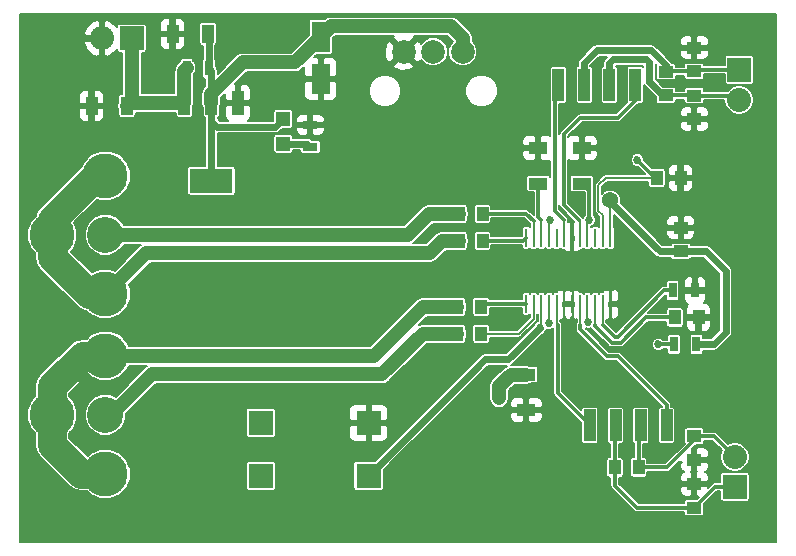
<source format=gtl>
G04 #@! TF.FileFunction,Copper,L1,Top,Signal*
%FSLAX46Y46*%
G04 Gerber Fmt 4.6, Leading zero omitted, Abs format (unit mm)*
G04 Created by KiCad (PCBNEW 4.0.0-2.201512072331+6194~38~ubuntu14.04.1-stable) date Tue 16 Aug 2016 09:34:35 AM CEST*
%MOMM*%
G01*
G04 APERTURE LIST*
%ADD10C,0.100000*%
%ADD11C,0.685800*%
%ADD12C,3.810000*%
%ADD13C,3.048000*%
%ADD14R,1.000000X1.600000*%
%ADD15R,1.250000X1.000000*%
%ADD16R,1.600000X1.000000*%
%ADD17R,1.600200X2.600960*%
%ADD18R,1.000000X1.250000*%
%ADD19R,0.990600X2.692400*%
%ADD20R,2.032000X2.032000*%
%ADD21O,2.032000X2.032000*%
%ADD22R,0.700000X1.300000*%
%ADD23C,2.000000*%
%ADD24R,2.108200X2.108200*%
%ADD25R,3.657600X2.032000*%
%ADD26R,1.016000X2.032000*%
%ADD27R,1.300000X0.700000*%
%ADD28R,1.198880X1.198880*%
%ADD29R,0.250000X1.550000*%
%ADD30R,7.800000X3.400000*%
%ADD31C,0.508000*%
%ADD32C,1.371600*%
%ADD33C,1.219200*%
%ADD34C,0.609600*%
%ADD35C,0.152400*%
%ADD36C,0.304800*%
%ADD37C,2.438400*%
G04 APERTURE END LIST*
D10*
D11*
X151130000Y-91440000D03*
X151130000Y-83820000D03*
X148590000Y-83820000D03*
X146050000Y-86360000D03*
X143510000Y-86360000D03*
X146050000Y-83820000D03*
D12*
X101600000Y-116840000D03*
X106095800Y-111836200D03*
X106095800Y-121843800D03*
D13*
X106095800Y-116840000D03*
D11*
X161290000Y-127000000D03*
X158750000Y-127000000D03*
X156210000Y-127000000D03*
X153670000Y-127000000D03*
X151130000Y-127000000D03*
X148590000Y-127000000D03*
X146050000Y-127000000D03*
X143510000Y-127000000D03*
X140970000Y-127000000D03*
X138430000Y-127000000D03*
X135890000Y-127000000D03*
X133350000Y-127000000D03*
X130810000Y-127000000D03*
X128270000Y-127000000D03*
X125730000Y-127000000D03*
X123190000Y-127000000D03*
X120650000Y-127000000D03*
X118110000Y-127000000D03*
X115570000Y-127000000D03*
X113030000Y-127000000D03*
X110490000Y-127000000D03*
X107950000Y-127000000D03*
X105410000Y-127000000D03*
X102870000Y-127000000D03*
X100330000Y-127000000D03*
X148590000Y-124460000D03*
X146050000Y-124460000D03*
X143510000Y-124460000D03*
X140970000Y-124460000D03*
X138430000Y-124460000D03*
X135890000Y-124460000D03*
X133350000Y-124460000D03*
X130810000Y-124460000D03*
X128270000Y-124460000D03*
X125730000Y-124460000D03*
X123190000Y-124460000D03*
X120650000Y-124460000D03*
X118110000Y-124460000D03*
X115570000Y-124460000D03*
X113030000Y-124460000D03*
X110490000Y-124460000D03*
X107950000Y-124460000D03*
X105410000Y-124460000D03*
X102870000Y-124460000D03*
X100330000Y-124460000D03*
X146050000Y-121920000D03*
X143510000Y-121920000D03*
X140970000Y-121920000D03*
X138430000Y-121920000D03*
X135890000Y-121920000D03*
X133350000Y-121920000D03*
X130810000Y-121920000D03*
X125730000Y-121920000D03*
X123190000Y-121920000D03*
X115570000Y-121920000D03*
X113030000Y-121920000D03*
X110490000Y-121920000D03*
X100330000Y-121920000D03*
X143510000Y-119380000D03*
X140970000Y-119380000D03*
X138430000Y-119380000D03*
X135890000Y-119380000D03*
X133350000Y-119380000D03*
X128270000Y-119380000D03*
X125730000Y-119380000D03*
X123190000Y-119380000D03*
X120650000Y-119380000D03*
X118110000Y-119380000D03*
X115570000Y-119380000D03*
X113030000Y-119380000D03*
X110490000Y-119380000D03*
X107950000Y-119380000D03*
X161290000Y-116840000D03*
X158750000Y-116840000D03*
X156210000Y-116840000D03*
X143510000Y-116840000D03*
X138430000Y-116840000D03*
X135890000Y-116840000D03*
X130810000Y-116840000D03*
X125730000Y-116840000D03*
X123190000Y-116840000D03*
X115570000Y-116840000D03*
X113030000Y-116840000D03*
X110490000Y-116840000D03*
X161290000Y-114300000D03*
X158750000Y-114300000D03*
X156210000Y-114300000D03*
X153670000Y-114300000D03*
X148590000Y-114300000D03*
X146050000Y-114300000D03*
X143510000Y-114300000D03*
X133350000Y-114300000D03*
X130810000Y-114300000D03*
X161290000Y-111760000D03*
X158750000Y-111760000D03*
X151130000Y-111760000D03*
X146050000Y-111760000D03*
X143510000Y-111760000D03*
X135890000Y-111760000D03*
X133350000Y-111760000D03*
X100330000Y-111760000D03*
X161290000Y-109220000D03*
X140970000Y-109220000D03*
X128270000Y-109220000D03*
X125730000Y-109220000D03*
X123190000Y-109220000D03*
X120650000Y-109220000D03*
X118110000Y-109220000D03*
X115570000Y-109220000D03*
X113030000Y-109220000D03*
X110490000Y-109220000D03*
X107950000Y-109220000D03*
X105410000Y-109220000D03*
X102870000Y-109220000D03*
X100330000Y-109220000D03*
X161290000Y-106680000D03*
X130810000Y-106680000D03*
X128270000Y-106680000D03*
X125730000Y-106680000D03*
X123190000Y-106680000D03*
X120650000Y-106680000D03*
X118110000Y-106680000D03*
X115570000Y-106680000D03*
X113030000Y-106680000D03*
X110490000Y-106680000D03*
X100330000Y-106680000D03*
X161290000Y-104140000D03*
X156210000Y-104140000D03*
X153670000Y-104140000D03*
X161290000Y-101600000D03*
X158750000Y-101600000D03*
X156210000Y-101600000D03*
X161290000Y-99060000D03*
X158750000Y-99060000D03*
X156210000Y-99060000D03*
X153670000Y-99060000D03*
X151130000Y-99060000D03*
X130810000Y-99060000D03*
X128270000Y-99060000D03*
X125730000Y-99060000D03*
X123190000Y-99060000D03*
X120650000Y-99060000D03*
X118110000Y-99060000D03*
X115570000Y-99060000D03*
X113030000Y-99060000D03*
X110490000Y-99060000D03*
X107950000Y-99060000D03*
X100330000Y-99060000D03*
X161290000Y-96520000D03*
X158750000Y-96520000D03*
X156210000Y-96520000D03*
X140970000Y-96520000D03*
X138430000Y-96520000D03*
X135890000Y-96520000D03*
X133350000Y-96520000D03*
X130810000Y-96520000D03*
X128270000Y-96520000D03*
X125730000Y-96520000D03*
X123190000Y-96520000D03*
X120650000Y-96520000D03*
X118110000Y-96520000D03*
X110490000Y-96520000D03*
X102870000Y-96520000D03*
X100330000Y-96520000D03*
X161290000Y-93980000D03*
X158750000Y-93980000D03*
X156210000Y-93980000D03*
X153670000Y-93980000D03*
X148590000Y-93980000D03*
X140970000Y-93980000D03*
X138430000Y-93980000D03*
X135890000Y-93980000D03*
X133350000Y-93980000D03*
X130810000Y-93980000D03*
X128270000Y-93980000D03*
X125730000Y-93980000D03*
X118110000Y-93980000D03*
X113030000Y-93980000D03*
X110490000Y-93980000D03*
X107950000Y-93980000D03*
X105410000Y-93980000D03*
X102870000Y-93980000D03*
X100330000Y-93980000D03*
X153670000Y-91440000D03*
X140970000Y-91440000D03*
X138430000Y-91440000D03*
X135890000Y-91440000D03*
X133350000Y-91440000D03*
X130810000Y-91440000D03*
X128270000Y-91440000D03*
X125730000Y-91440000D03*
X105410000Y-88900000D03*
X102870000Y-91440000D03*
X100330000Y-91440000D03*
X135890000Y-88900000D03*
X133350000Y-88900000D03*
X120650000Y-88900000D03*
X110490000Y-88900000D03*
X102870000Y-88900000D03*
X100330000Y-88900000D03*
X140970000Y-86360000D03*
X128270000Y-86360000D03*
X110490000Y-86360000D03*
X102870000Y-86360000D03*
X100330000Y-86360000D03*
X161290000Y-83820000D03*
X158750000Y-83820000D03*
X156210000Y-83820000D03*
X153670000Y-83820000D03*
X143510000Y-83820000D03*
X140970000Y-83820000D03*
X120650000Y-83820000D03*
X118110000Y-83820000D03*
X110490000Y-83820000D03*
X102870000Y-83820000D03*
D14*
X104926000Y-90678000D03*
X107926000Y-90678000D03*
X111784000Y-84582000D03*
X114784000Y-84582000D03*
D15*
X153543000Y-89773000D03*
X153543000Y-87773000D03*
X155956000Y-85741000D03*
X155956000Y-87741000D03*
D16*
X142748000Y-94258000D03*
X142748000Y-97258000D03*
D17*
X124333000Y-84813140D03*
X124333000Y-88414860D03*
D16*
X141732000Y-116435000D03*
X141732000Y-113435000D03*
X146431000Y-94258000D03*
X146431000Y-97258000D03*
D15*
X155956000Y-91805000D03*
X155956000Y-89805000D03*
D18*
X151241000Y-121285000D03*
X149241000Y-121285000D03*
D15*
X155956000Y-122698000D03*
X155956000Y-124698000D03*
D18*
X138033000Y-99822000D03*
X136033000Y-99822000D03*
X138033000Y-102108000D03*
X136033000Y-102108000D03*
X137906000Y-109982000D03*
X135906000Y-109982000D03*
X137906000Y-107696000D03*
X135906000Y-107696000D03*
D15*
X155956000Y-120634000D03*
X155956000Y-118634000D03*
D18*
X154321000Y-108585000D03*
X156321000Y-108585000D03*
D15*
X154813000Y-100981000D03*
X154813000Y-102981000D03*
D18*
X154797000Y-96774000D03*
X152797000Y-96774000D03*
D19*
X144449800Y-88900000D03*
X146634200Y-88900000D03*
X150952200Y-88900000D03*
X148767800Y-88900000D03*
X147116800Y-117729000D03*
X149301200Y-117729000D03*
X153619200Y-117729000D03*
X151434800Y-117729000D03*
D20*
X108331000Y-84963000D03*
D21*
X105791000Y-84963000D03*
D22*
X114869000Y-87503000D03*
X112969000Y-87503000D03*
X156144000Y-110871000D03*
X154244000Y-110871000D03*
X154117000Y-106299000D03*
X156017000Y-106299000D03*
D23*
X136358000Y-86106000D03*
X133858000Y-86106000D03*
X131358000Y-86106000D03*
D20*
X159766000Y-87630000D03*
D21*
X159766000Y-90170000D03*
D20*
X159385000Y-122936000D03*
D21*
X159385000Y-120396000D03*
D24*
X128384300Y-122008900D03*
X119265700Y-122008900D03*
X128384300Y-117513100D03*
X119265700Y-117513100D03*
D25*
X115062000Y-97028000D03*
D26*
X115062000Y-90424000D03*
X112776000Y-90424000D03*
X117348000Y-90424000D03*
D27*
X123444000Y-94168000D03*
X123444000Y-92268000D03*
D12*
X101600000Y-101600000D03*
X106095800Y-96596200D03*
X106095800Y-106603800D03*
D13*
X106095800Y-101600000D03*
D28*
X121158000Y-91787980D03*
X121158000Y-93886020D03*
D11*
X100330000Y-83820000D03*
D29*
X141713000Y-107448000D03*
X142363000Y-107448000D03*
X143013000Y-107448000D03*
X143663000Y-107448000D03*
X144313000Y-107448000D03*
X144963000Y-107448000D03*
X145613000Y-107448000D03*
X146263000Y-107448000D03*
X146913000Y-107448000D03*
X147563000Y-107448000D03*
X148213000Y-107448000D03*
X148863000Y-107448000D03*
X148863000Y-101848000D03*
X148213000Y-101848000D03*
X147563000Y-101848000D03*
X146913000Y-101848000D03*
X146263000Y-101848000D03*
X145613000Y-101848000D03*
X144963000Y-101848000D03*
X144313000Y-101848000D03*
X143663000Y-101848000D03*
X143013000Y-101848000D03*
X142363000Y-101848000D03*
X141713000Y-101848000D03*
D30*
X145288000Y-104648000D03*
D31*
X142038000Y-103598000D03*
X143338000Y-103598000D03*
X144638000Y-103598000D03*
X145938000Y-103598000D03*
X147238000Y-103598000D03*
X148538000Y-103598000D03*
X142038000Y-104648000D03*
X143338000Y-104648000D03*
X144638000Y-104648000D03*
X145938000Y-104648000D03*
X147238000Y-104648000D03*
X148538000Y-104648000D03*
X142038000Y-105698000D03*
X143338000Y-105698000D03*
X144638000Y-105698000D03*
X145938000Y-105698000D03*
X147238000Y-105698000D03*
X148538000Y-105698000D03*
D11*
X143637000Y-109093000D03*
X146939000Y-108966000D03*
X139446000Y-115443000D03*
D32*
X148844000Y-98679000D03*
D11*
X143764000Y-100330000D03*
X147066000Y-100330000D03*
X142875000Y-109474000D03*
X152908000Y-110871000D03*
X151130000Y-95250000D03*
D33*
X107926000Y-90678000D02*
X108180000Y-90424000D01*
X108180000Y-90424000D02*
X112776000Y-90424000D01*
X108331000Y-84963000D02*
X108331000Y-90273000D01*
X108331000Y-90273000D02*
X107926000Y-90678000D01*
X112969000Y-87503000D02*
X112776000Y-87696000D01*
X112776000Y-87696000D02*
X112776000Y-90424000D01*
X124333000Y-84813140D02*
X125199140Y-83947000D01*
X125199140Y-83947000D02*
X135382000Y-83947000D01*
X122151140Y-86995000D02*
X124333000Y-84813140D01*
D34*
X115062000Y-97028000D02*
X115062000Y-90424000D01*
D35*
X143663000Y-109067000D02*
X143663000Y-107448000D01*
X143637000Y-109093000D02*
X143663000Y-109067000D01*
X146913000Y-108940000D02*
X146939000Y-108966000D01*
D34*
X153019000Y-102981000D02*
X154813000Y-102981000D01*
X148844000Y-98806000D02*
X153019000Y-102981000D01*
D33*
X140422686Y-113435000D02*
X141732000Y-113435000D01*
X139446000Y-114411686D02*
X140422686Y-113435000D01*
X139446000Y-115443000D02*
X139446000Y-114411686D01*
D35*
X148863000Y-98698000D02*
X148863000Y-101848000D01*
X148844000Y-98679000D02*
X148863000Y-98698000D01*
X146913000Y-107448000D02*
X146913000Y-108940000D01*
D34*
X154813000Y-102981000D02*
X156956000Y-102981000D01*
X157607000Y-110871000D02*
X156144000Y-110871000D01*
X158623000Y-109855000D02*
X157607000Y-110871000D01*
X158623000Y-104648000D02*
X158623000Y-109855000D01*
X156956000Y-102981000D02*
X158623000Y-104648000D01*
D33*
X136358000Y-84923000D02*
X136358000Y-86106000D01*
X135382000Y-83947000D02*
X136358000Y-84923000D01*
X115062000Y-90424000D02*
X115062000Y-89662000D01*
X115062000Y-89662000D02*
X117729000Y-86995000D01*
X117729000Y-86995000D02*
X122151140Y-86995000D01*
D34*
X115062000Y-90424000D02*
X115062000Y-87696000D01*
X115062000Y-87696000D02*
X114869000Y-87503000D01*
X115062000Y-90424000D02*
X115062000Y-91948000D01*
X120489980Y-92456000D02*
X121158000Y-91787980D01*
X115570000Y-92456000D02*
X120489980Y-92456000D01*
X115062000Y-91948000D02*
X115570000Y-92456000D01*
X114959000Y-84455000D02*
X114869000Y-84545000D01*
X114869000Y-84545000D02*
X114869000Y-87503000D01*
D35*
X143663000Y-101848000D02*
X143663000Y-100431000D01*
X143663000Y-100431000D02*
X143764000Y-100330000D01*
X146913000Y-100483000D02*
X147066000Y-100330000D01*
D36*
X147066000Y-97893000D02*
X147066000Y-100330000D01*
D35*
X147066000Y-100330000D02*
X146939000Y-100330000D01*
X146939000Y-100330000D02*
X147066000Y-100330000D01*
X147066000Y-100330000D02*
X146939000Y-100330000D01*
D36*
X146939000Y-100330000D02*
X146939000Y-100330000D01*
D35*
X146913000Y-101848000D02*
X146913000Y-100483000D01*
D36*
X146431000Y-97258000D02*
X147066000Y-97893000D01*
D34*
X153543000Y-89773000D02*
X153273000Y-89773000D01*
X153273000Y-89773000D02*
X152146000Y-88646000D01*
X148767800Y-87071200D02*
X148767800Y-88900000D01*
X149097998Y-86741002D02*
X148767800Y-87071200D01*
X151892002Y-86741002D02*
X149097998Y-86741002D01*
X152146000Y-86995000D02*
X151892002Y-86741002D01*
X152146000Y-88646000D02*
X152146000Y-86995000D01*
D36*
X155956000Y-89805000D02*
X155924000Y-89773000D01*
X155924000Y-89773000D02*
X153543000Y-89773000D01*
X159766000Y-90170000D02*
X159401000Y-89805000D01*
X159401000Y-89805000D02*
X155956000Y-89805000D01*
D34*
X153543000Y-87773000D02*
X153543000Y-87249000D01*
X146634200Y-87045800D02*
X146634200Y-88900000D01*
X147701000Y-85979000D02*
X146634200Y-87045800D01*
X152273000Y-85979000D02*
X147701000Y-85979000D01*
X153543000Y-87249000D02*
X152273000Y-85979000D01*
D36*
X155956000Y-87741000D02*
X153575000Y-87741000D01*
X153575000Y-87741000D02*
X153543000Y-87773000D01*
X159766000Y-87630000D02*
X156067000Y-87630000D01*
X156067000Y-87630000D02*
X155956000Y-87741000D01*
X151241000Y-121285000D02*
X151241000Y-117922800D01*
X151241000Y-117922800D02*
X151434800Y-117729000D01*
X155956000Y-118634000D02*
X155956000Y-118999000D01*
X155956000Y-118999000D02*
X153670000Y-121285000D01*
X153670000Y-121285000D02*
X151241000Y-121285000D01*
X159385000Y-120396000D02*
X157623000Y-118634000D01*
X157623000Y-118634000D02*
X155956000Y-118634000D01*
X155956000Y-124698000D02*
X151114000Y-124698000D01*
X151114000Y-124698000D02*
X149241000Y-122825000D01*
X149241000Y-121285000D02*
X149241000Y-117789200D01*
X149241000Y-117789200D02*
X149301200Y-117729000D01*
X149241000Y-122825000D02*
X149241000Y-121285000D01*
X159385000Y-122936000D02*
X157718000Y-122936000D01*
X157718000Y-122936000D02*
X155956000Y-124698000D01*
D35*
X142367000Y-101844000D02*
X142367000Y-100457000D01*
D36*
X141732000Y-99822000D02*
X142367000Y-100457000D01*
X141732000Y-99822000D02*
X138033000Y-99822000D01*
D35*
X142367000Y-101844000D02*
X142363000Y-101848000D01*
D33*
X106095800Y-101600000D02*
X131699000Y-101600000D01*
X133477000Y-99822000D02*
X136033000Y-99822000D01*
X131699000Y-101600000D02*
X133477000Y-99822000D01*
D36*
X138033000Y-102108000D02*
X141453000Y-102108000D01*
X141453000Y-102108000D02*
X141713000Y-101848000D01*
D37*
X106095800Y-96596200D02*
X105333800Y-96596200D01*
D33*
X106095800Y-106603800D02*
X109575600Y-103124000D01*
X134620000Y-102108000D02*
X136033000Y-102108000D01*
X133604000Y-103124000D02*
X134620000Y-102108000D01*
X109575600Y-103124000D02*
X133604000Y-103124000D01*
D37*
X106095800Y-106603800D02*
X104698800Y-106603800D01*
X104698800Y-106603800D02*
X101600000Y-103505000D01*
X101600000Y-103505000D02*
X101600000Y-101600000D01*
X105333800Y-96596200D02*
X101600000Y-100330000D01*
X101600000Y-100330000D02*
X101600000Y-101600000D01*
D35*
X137906000Y-109982000D02*
X141097000Y-109982000D01*
X142363000Y-108716000D02*
X142363000Y-107448000D01*
X141097000Y-109982000D02*
X142363000Y-108716000D01*
D33*
X106095800Y-116840000D02*
X106603802Y-116840000D01*
X106603802Y-116840000D02*
X110032802Y-113411000D01*
X110032802Y-113411000D02*
X129540000Y-113411000D01*
X129540000Y-113411000D02*
X132969000Y-109982000D01*
X132969000Y-109982000D02*
X135906000Y-109982000D01*
D36*
X137906000Y-107696000D02*
X138154000Y-107448000D01*
X138154000Y-107448000D02*
X141713000Y-107448000D01*
D33*
X106095800Y-111836200D02*
X128828800Y-111836200D01*
X132969000Y-107696000D02*
X135906000Y-107696000D01*
X128828800Y-111836200D02*
X132969000Y-107696000D01*
D37*
X106095800Y-121843800D02*
X104063800Y-121843800D01*
X101600000Y-119380000D02*
X101600000Y-116840000D01*
X104063800Y-121843800D02*
X101600000Y-119380000D01*
X106095800Y-111836200D02*
X104190800Y-111836200D01*
X104190800Y-111836200D02*
X101600000Y-114427000D01*
X101600000Y-114427000D02*
X101600000Y-116840000D01*
D35*
X147574000Y-107459000D02*
X147574000Y-109220000D01*
D36*
X151892000Y-108585000D02*
X149733000Y-110744000D01*
X149733000Y-110744000D02*
X148971000Y-110744000D01*
X148971000Y-110744000D02*
X147574000Y-109347000D01*
X147574000Y-109347000D02*
X147574000Y-109220000D01*
X151892000Y-108585000D02*
X154321000Y-108585000D01*
D35*
X147574000Y-107459000D02*
X147563000Y-107448000D01*
D34*
X128384300Y-122008900D02*
X138252200Y-112141000D01*
X140208000Y-112141000D02*
X142875000Y-109474000D01*
X138252200Y-112141000D02*
X140208000Y-112141000D01*
D35*
X142875000Y-109474000D02*
X143013000Y-109336000D01*
D36*
X154244000Y-110871000D02*
X152908000Y-110871000D01*
D35*
X143013000Y-109336000D02*
X143013000Y-107448000D01*
X148209000Y-107452000D02*
X148209000Y-109220000D01*
D36*
X153416000Y-106299000D02*
X149479000Y-110236000D01*
X149479000Y-110236000D02*
X149225000Y-110236000D01*
X149225000Y-110236000D02*
X148209000Y-109220000D01*
X153416000Y-106299000D02*
X154117000Y-106299000D01*
D35*
X148209000Y-107452000D02*
X148213000Y-107448000D01*
D36*
X151130000Y-95250000D02*
X152654000Y-96774000D01*
X152654000Y-96774000D02*
X152797000Y-96774000D01*
D35*
X152797000Y-96774000D02*
X148463000Y-96774000D01*
X148463000Y-96774000D02*
X147828000Y-97409000D01*
X147828000Y-97409000D02*
X147828000Y-99568000D01*
X147828000Y-99568000D02*
X148213000Y-99953000D01*
D36*
X152797000Y-96774000D02*
X152797000Y-96536000D01*
D35*
X148213000Y-99953000D02*
X148213000Y-101848000D01*
D34*
X123162020Y-93886020D02*
X123444000Y-94168000D01*
X121158000Y-93886020D02*
X123162020Y-93886020D01*
D35*
X144399000Y-109220000D02*
X144313000Y-109134000D01*
D36*
X144399000Y-115011200D02*
X144399000Y-109220000D01*
X147116800Y-117729000D02*
X144399000Y-115011200D01*
D35*
X144313000Y-109134000D02*
X144313000Y-107448000D01*
X143002000Y-101837000D02*
X143002000Y-100330000D01*
D36*
X142748000Y-100076000D02*
X143002000Y-100330000D01*
X142748000Y-100076000D02*
X142748000Y-97258000D01*
D35*
X143002000Y-101837000D02*
X143013000Y-101848000D01*
X144907000Y-100330000D02*
X144963000Y-100386000D01*
D36*
X144145000Y-99568000D02*
X144907000Y-100330000D01*
X144145000Y-89204800D02*
X144145000Y-99568000D01*
D35*
X144963000Y-100386000D02*
X144963000Y-101848000D01*
D36*
X144449800Y-88900000D02*
X144145000Y-89204800D01*
D35*
X146177000Y-100330000D02*
X146263000Y-100416000D01*
D36*
X144907000Y-99060000D02*
X146177000Y-100330000D01*
X144907000Y-93091000D02*
X144907000Y-99060000D01*
X146304000Y-91694000D02*
X144907000Y-93091000D01*
X149479000Y-91694000D02*
X146304000Y-91694000D01*
X150952200Y-90220800D02*
X149479000Y-91694000D01*
D35*
X146263000Y-100416000D02*
X146263000Y-101848000D01*
D36*
X150952200Y-88900000D02*
X150952200Y-90220800D01*
D35*
X146304000Y-101807000D02*
X146263000Y-101848000D01*
X146304000Y-101807000D02*
X146263000Y-101848000D01*
X146304000Y-107489000D02*
X146304000Y-109220000D01*
D36*
X149479000Y-111887000D02*
X148590000Y-111887000D01*
X148590000Y-111887000D02*
X146304000Y-109601000D01*
X146304000Y-109601000D02*
X146304000Y-109220000D01*
X153619200Y-116027200D02*
X149479000Y-111887000D01*
X153619200Y-116027200D02*
X153619200Y-117729000D01*
D35*
X146304000Y-107489000D02*
X146263000Y-107448000D01*
G36*
X162891400Y-127585400D02*
X98855600Y-127585400D01*
X98855600Y-117262537D01*
X99466030Y-117262537D01*
X99790167Y-118047009D01*
X100152200Y-118409674D01*
X100152200Y-119380000D01*
X100262407Y-119934049D01*
X100576251Y-120403749D01*
X103040051Y-122867549D01*
X103509750Y-123181393D01*
X103601673Y-123199677D01*
X104063800Y-123291600D01*
X104526338Y-123291600D01*
X104885635Y-123651524D01*
X105669539Y-123977029D01*
X106518337Y-123977770D01*
X107302809Y-123653633D01*
X107903524Y-123053965D01*
X108229029Y-122270061D01*
X108229770Y-121421263D01*
X108037032Y-120954800D01*
X117978522Y-120954800D01*
X117978522Y-123063000D01*
X117994462Y-123147714D01*
X118044528Y-123225518D01*
X118120920Y-123277715D01*
X118211600Y-123296078D01*
X120319800Y-123296078D01*
X120404514Y-123280138D01*
X120482318Y-123230072D01*
X120534515Y-123153680D01*
X120552878Y-123063000D01*
X120552878Y-120954800D01*
X127097122Y-120954800D01*
X127097122Y-123063000D01*
X127113062Y-123147714D01*
X127163128Y-123225518D01*
X127239520Y-123277715D01*
X127330200Y-123296078D01*
X129438400Y-123296078D01*
X129523114Y-123280138D01*
X129600918Y-123230072D01*
X129653115Y-123153680D01*
X129671478Y-123063000D01*
X129671478Y-121476064D01*
X130487542Y-120660000D01*
X148507922Y-120660000D01*
X148507922Y-121910000D01*
X148523862Y-121994714D01*
X148573928Y-122072518D01*
X148650320Y-122124715D01*
X148741000Y-122143078D01*
X148860000Y-122143078D01*
X148860000Y-122825000D01*
X148889002Y-122970803D01*
X148971592Y-123094408D01*
X150844592Y-124967408D01*
X150968197Y-125049998D01*
X151114000Y-125079000D01*
X155097922Y-125079000D01*
X155097922Y-125198000D01*
X155113862Y-125282714D01*
X155163928Y-125360518D01*
X155240320Y-125412715D01*
X155331000Y-125431078D01*
X156581000Y-125431078D01*
X156665714Y-125415138D01*
X156743518Y-125365072D01*
X156795715Y-125288680D01*
X156814078Y-125198000D01*
X156814078Y-124378738D01*
X157875815Y-123317000D01*
X158135922Y-123317000D01*
X158135922Y-123952000D01*
X158151862Y-124036714D01*
X158201928Y-124114518D01*
X158278320Y-124166715D01*
X158369000Y-124185078D01*
X160401000Y-124185078D01*
X160485714Y-124169138D01*
X160563518Y-124119072D01*
X160615715Y-124042680D01*
X160634078Y-123952000D01*
X160634078Y-121920000D01*
X160618138Y-121835286D01*
X160568072Y-121757482D01*
X160491680Y-121705285D01*
X160401000Y-121686922D01*
X158369000Y-121686922D01*
X158284286Y-121702862D01*
X158206482Y-121752928D01*
X158154285Y-121829320D01*
X158135922Y-121920000D01*
X158135922Y-122555000D01*
X157718000Y-122555000D01*
X157572197Y-122584002D01*
X157522688Y-122617083D01*
X157448592Y-122666592D01*
X157448590Y-122666595D01*
X157129267Y-122985917D01*
X157019150Y-122875800D01*
X156133800Y-122875800D01*
X156133800Y-123636150D01*
X156279850Y-123782200D01*
X156332984Y-123782200D01*
X156150262Y-123964922D01*
X155331000Y-123964922D01*
X155246286Y-123980862D01*
X155168482Y-124030928D01*
X155116285Y-124107320D01*
X155097922Y-124198000D01*
X155097922Y-124317000D01*
X151271816Y-124317000D01*
X149976666Y-123021850D01*
X154746800Y-123021850D01*
X154746800Y-123314205D01*
X154835739Y-123528923D01*
X155000078Y-123693261D01*
X155214796Y-123782200D01*
X155632150Y-123782200D01*
X155778200Y-123636150D01*
X155778200Y-122875800D01*
X154892850Y-122875800D01*
X154746800Y-123021850D01*
X149976666Y-123021850D01*
X149622000Y-122667184D01*
X149622000Y-122143078D01*
X149741000Y-122143078D01*
X149825714Y-122127138D01*
X149903518Y-122077072D01*
X149955715Y-122000680D01*
X149974078Y-121910000D01*
X149974078Y-120660000D01*
X150507922Y-120660000D01*
X150507922Y-121910000D01*
X150523862Y-121994714D01*
X150573928Y-122072518D01*
X150650320Y-122124715D01*
X150741000Y-122143078D01*
X151741000Y-122143078D01*
X151825714Y-122127138D01*
X151903518Y-122077072D01*
X151955715Y-122000680D01*
X151974078Y-121910000D01*
X151974078Y-121666000D01*
X153670000Y-121666000D01*
X153815803Y-121636998D01*
X153939408Y-121554408D01*
X154746800Y-120747016D01*
X154746800Y-120811802D01*
X154892848Y-120811802D01*
X154746800Y-120957850D01*
X154746800Y-121250205D01*
X154835739Y-121464923D01*
X155000078Y-121629261D01*
X155088774Y-121666000D01*
X155000078Y-121702739D01*
X154835739Y-121867077D01*
X154746800Y-122081795D01*
X154746800Y-122374150D01*
X154892850Y-122520200D01*
X155778200Y-122520200D01*
X155778200Y-121759850D01*
X155684350Y-121666000D01*
X155778200Y-121572150D01*
X155778200Y-120811800D01*
X156133800Y-120811800D01*
X156133800Y-121572150D01*
X156227650Y-121666000D01*
X156133800Y-121759850D01*
X156133800Y-122520200D01*
X157019150Y-122520200D01*
X157165200Y-122374150D01*
X157165200Y-122081795D01*
X157076261Y-121867077D01*
X156911922Y-121702739D01*
X156823226Y-121666000D01*
X156911922Y-121629261D01*
X157076261Y-121464923D01*
X157165200Y-121250205D01*
X157165200Y-120957850D01*
X157019150Y-120811800D01*
X156133800Y-120811800D01*
X155778200Y-120811800D01*
X155758200Y-120811800D01*
X155758200Y-120456200D01*
X155778200Y-120456200D01*
X155778200Y-119715616D01*
X155797966Y-119695850D01*
X156133800Y-119695850D01*
X156133800Y-120456200D01*
X157019150Y-120456200D01*
X157165200Y-120310150D01*
X157165200Y-120017795D01*
X157076261Y-119803077D01*
X156911922Y-119638739D01*
X156697204Y-119549800D01*
X156279850Y-119549800D01*
X156133800Y-119695850D01*
X155797966Y-119695850D01*
X156126738Y-119367078D01*
X156581000Y-119367078D01*
X156665714Y-119351138D01*
X156743518Y-119301072D01*
X156795715Y-119224680D01*
X156814078Y-119134000D01*
X156814078Y-119015000D01*
X157465184Y-119015000D01*
X158274499Y-119824315D01*
X158210757Y-119919712D01*
X158116017Y-120396000D01*
X158210757Y-120872288D01*
X158480552Y-121276065D01*
X158884329Y-121545860D01*
X159360617Y-121640600D01*
X159409383Y-121640600D01*
X159885671Y-121545860D01*
X160289448Y-121276065D01*
X160559243Y-120872288D01*
X160653983Y-120396000D01*
X160559243Y-119919712D01*
X160289448Y-119515935D01*
X159885671Y-119246140D01*
X159409383Y-119151400D01*
X159360617Y-119151400D01*
X158884329Y-119246140D01*
X158818165Y-119290349D01*
X157892408Y-118364592D01*
X157768803Y-118282002D01*
X157623000Y-118253000D01*
X156814078Y-118253000D01*
X156814078Y-118134000D01*
X156798138Y-118049286D01*
X156748072Y-117971482D01*
X156671680Y-117919285D01*
X156581000Y-117900922D01*
X155331000Y-117900922D01*
X155246286Y-117916862D01*
X155168482Y-117966928D01*
X155116285Y-118043320D01*
X155097922Y-118134000D01*
X155097922Y-119134000D01*
X155113862Y-119218714D01*
X155146598Y-119269586D01*
X153512184Y-120904000D01*
X151974078Y-120904000D01*
X151974078Y-120660000D01*
X151958138Y-120575286D01*
X151908072Y-120497482D01*
X151831680Y-120445285D01*
X151741000Y-120426922D01*
X151622000Y-120426922D01*
X151622000Y-119308278D01*
X151930100Y-119308278D01*
X152014814Y-119292338D01*
X152092618Y-119242272D01*
X152144815Y-119165880D01*
X152163178Y-119075200D01*
X152163178Y-116382800D01*
X152147238Y-116298086D01*
X152097172Y-116220282D01*
X152020780Y-116168085D01*
X151930100Y-116149722D01*
X150939500Y-116149722D01*
X150854786Y-116165662D01*
X150776982Y-116215728D01*
X150724785Y-116292120D01*
X150706422Y-116382800D01*
X150706422Y-119075200D01*
X150722362Y-119159914D01*
X150772428Y-119237718D01*
X150848820Y-119289915D01*
X150860000Y-119292179D01*
X150860000Y-120426922D01*
X150741000Y-120426922D01*
X150656286Y-120442862D01*
X150578482Y-120492928D01*
X150526285Y-120569320D01*
X150507922Y-120660000D01*
X149974078Y-120660000D01*
X149958138Y-120575286D01*
X149908072Y-120497482D01*
X149831680Y-120445285D01*
X149741000Y-120426922D01*
X149622000Y-120426922D01*
X149622000Y-119308278D01*
X149796500Y-119308278D01*
X149881214Y-119292338D01*
X149959018Y-119242272D01*
X150011215Y-119165880D01*
X150029578Y-119075200D01*
X150029578Y-116382800D01*
X150013638Y-116298086D01*
X149963572Y-116220282D01*
X149887180Y-116168085D01*
X149796500Y-116149722D01*
X148805900Y-116149722D01*
X148721186Y-116165662D01*
X148643382Y-116215728D01*
X148591185Y-116292120D01*
X148572822Y-116382800D01*
X148572822Y-119075200D01*
X148588762Y-119159914D01*
X148638828Y-119237718D01*
X148715220Y-119289915D01*
X148805900Y-119308278D01*
X148860000Y-119308278D01*
X148860000Y-120426922D01*
X148741000Y-120426922D01*
X148656286Y-120442862D01*
X148578482Y-120492928D01*
X148526285Y-120569320D01*
X148507922Y-120660000D01*
X130487542Y-120660000D01*
X134388692Y-116758850D01*
X140347800Y-116758850D01*
X140347800Y-117051205D01*
X140436739Y-117265923D01*
X140601078Y-117430261D01*
X140815796Y-117519200D01*
X141408150Y-117519200D01*
X141554200Y-117373150D01*
X141554200Y-116612800D01*
X141909800Y-116612800D01*
X141909800Y-117373150D01*
X142055850Y-117519200D01*
X142648204Y-117519200D01*
X142862922Y-117430261D01*
X143027261Y-117265923D01*
X143116200Y-117051205D01*
X143116200Y-116758850D01*
X142970150Y-116612800D01*
X141909800Y-116612800D01*
X141554200Y-116612800D01*
X140493850Y-116612800D01*
X140347800Y-116758850D01*
X134388692Y-116758850D01*
X138473142Y-112674400D01*
X140081274Y-112674400D01*
X139829989Y-112842303D01*
X138853303Y-113818989D01*
X138671604Y-114090920D01*
X138607800Y-114411686D01*
X138607800Y-115443000D01*
X138671604Y-115763765D01*
X138853303Y-116035697D01*
X139125235Y-116217396D01*
X139446000Y-116281200D01*
X139766765Y-116217396D01*
X140038697Y-116035697D01*
X140183626Y-115818795D01*
X140347800Y-115818795D01*
X140347800Y-116111150D01*
X140493850Y-116257200D01*
X141554200Y-116257200D01*
X141554200Y-115496850D01*
X141909800Y-115496850D01*
X141909800Y-116257200D01*
X142970150Y-116257200D01*
X143116200Y-116111150D01*
X143116200Y-115818795D01*
X143027261Y-115604077D01*
X142862922Y-115439739D01*
X142648204Y-115350800D01*
X142055850Y-115350800D01*
X141909800Y-115496850D01*
X141554200Y-115496850D01*
X141408150Y-115350800D01*
X140815796Y-115350800D01*
X140601078Y-115439739D01*
X140436739Y-115604077D01*
X140347800Y-115818795D01*
X140183626Y-115818795D01*
X140220396Y-115763765D01*
X140284200Y-115443000D01*
X140284200Y-114758880D01*
X140769880Y-114273200D01*
X141732000Y-114273200D01*
X142052765Y-114209396D01*
X142114602Y-114168078D01*
X142532000Y-114168078D01*
X142616714Y-114152138D01*
X142694518Y-114102072D01*
X142746715Y-114025680D01*
X142765078Y-113935000D01*
X142765078Y-112935000D01*
X142749138Y-112850286D01*
X142699072Y-112772482D01*
X142622680Y-112720285D01*
X142532000Y-112701922D01*
X142114602Y-112701922D01*
X142052765Y-112660604D01*
X141732000Y-112596800D01*
X140467493Y-112596800D01*
X140585171Y-112518171D01*
X143106724Y-109996617D01*
X143198306Y-109958776D01*
X143359211Y-109798151D01*
X143430643Y-109626124D01*
X143522823Y-109664400D01*
X143750180Y-109664599D01*
X143960306Y-109577776D01*
X144018000Y-109520182D01*
X144018000Y-115011200D01*
X144047002Y-115157003D01*
X144129592Y-115280608D01*
X146388422Y-117539437D01*
X146388422Y-119075200D01*
X146404362Y-119159914D01*
X146454428Y-119237718D01*
X146530820Y-119289915D01*
X146621500Y-119308278D01*
X147612100Y-119308278D01*
X147696814Y-119292338D01*
X147774618Y-119242272D01*
X147826815Y-119165880D01*
X147845178Y-119075200D01*
X147845178Y-116382800D01*
X147829238Y-116298086D01*
X147779172Y-116220282D01*
X147702780Y-116168085D01*
X147612100Y-116149722D01*
X146621500Y-116149722D01*
X146536786Y-116165662D01*
X146458982Y-116215728D01*
X146406785Y-116292120D01*
X146388422Y-116382800D01*
X146388422Y-116461807D01*
X144780000Y-114853384D01*
X144780000Y-109220000D01*
X144750998Y-109074198D01*
X144668408Y-108950592D01*
X144617800Y-108916777D01*
X144617800Y-108764124D01*
X144721795Y-108807200D01*
X144754450Y-108807200D01*
X144900500Y-108661150D01*
X144900500Y-107771850D01*
X144903800Y-107771850D01*
X144903800Y-108339204D01*
X144992739Y-108553922D01*
X145025500Y-108586683D01*
X145025500Y-108661150D01*
X145171550Y-108807200D01*
X145204205Y-108807200D01*
X145288000Y-108772491D01*
X145371795Y-108807200D01*
X145404450Y-108807200D01*
X145550500Y-108661150D01*
X145550500Y-108586683D01*
X145583261Y-108553922D01*
X145672200Y-108339204D01*
X145672200Y-107771850D01*
X145550500Y-107650150D01*
X145550500Y-107625800D01*
X145025500Y-107625800D01*
X145025500Y-107650150D01*
X144903800Y-107771850D01*
X144900500Y-107771850D01*
X144900500Y-107625800D01*
X144838000Y-107625800D01*
X144838000Y-107270200D01*
X144900500Y-107270200D01*
X144900500Y-106556796D01*
X144903800Y-106556796D01*
X144903800Y-107124150D01*
X145025500Y-107245850D01*
X145025500Y-107270200D01*
X145550500Y-107270200D01*
X145550500Y-107245850D01*
X145672200Y-107124150D01*
X145672200Y-106556796D01*
X145583261Y-106342078D01*
X145550500Y-106309317D01*
X145550500Y-106234850D01*
X145675500Y-106234850D01*
X145675500Y-107270200D01*
X145738000Y-107270200D01*
X145738000Y-107625800D01*
X145675500Y-107625800D01*
X145675500Y-108661150D01*
X145821550Y-108807200D01*
X145854205Y-108807200D01*
X145999200Y-108747141D01*
X145999200Y-109003560D01*
X145952002Y-109074198D01*
X145923000Y-109220000D01*
X145923000Y-109601000D01*
X145952002Y-109746803D01*
X146034592Y-109870408D01*
X148320592Y-112156408D01*
X148444197Y-112238998D01*
X148590000Y-112268000D01*
X149321184Y-112268000D01*
X153202906Y-116149722D01*
X153123900Y-116149722D01*
X153039186Y-116165662D01*
X152961382Y-116215728D01*
X152909185Y-116292120D01*
X152890822Y-116382800D01*
X152890822Y-119075200D01*
X152906762Y-119159914D01*
X152956828Y-119237718D01*
X153033220Y-119289915D01*
X153123900Y-119308278D01*
X154114500Y-119308278D01*
X154199214Y-119292338D01*
X154277018Y-119242272D01*
X154329215Y-119165880D01*
X154347578Y-119075200D01*
X154347578Y-116382800D01*
X154331638Y-116298086D01*
X154281572Y-116220282D01*
X154205180Y-116168085D01*
X154114500Y-116149722D01*
X154000200Y-116149722D01*
X154000200Y-116027200D01*
X153998937Y-116020850D01*
X153971198Y-115881397D01*
X153888608Y-115757792D01*
X149748408Y-111617592D01*
X149624803Y-111535002D01*
X149479000Y-111506000D01*
X148747816Y-111506000D01*
X146746831Y-109505015D01*
X146824823Y-109537400D01*
X147052180Y-109537599D01*
X147217338Y-109469356D01*
X147222002Y-109492803D01*
X147304592Y-109616408D01*
X148701590Y-111013405D01*
X148701592Y-111013408D01*
X148774023Y-111061804D01*
X148825197Y-111095998D01*
X148971000Y-111125000D01*
X149733000Y-111125000D01*
X149878803Y-111095998D01*
X150002408Y-111013408D01*
X150031636Y-110984180D01*
X152336401Y-110984180D01*
X152423224Y-111194306D01*
X152583849Y-111355211D01*
X152793823Y-111442400D01*
X153021180Y-111442599D01*
X153231306Y-111355776D01*
X153335263Y-111252000D01*
X153660922Y-111252000D01*
X153660922Y-111521000D01*
X153676862Y-111605714D01*
X153726928Y-111683518D01*
X153803320Y-111735715D01*
X153894000Y-111754078D01*
X154594000Y-111754078D01*
X154678714Y-111738138D01*
X154756518Y-111688072D01*
X154808715Y-111611680D01*
X154827078Y-111521000D01*
X154827078Y-110221000D01*
X154811138Y-110136286D01*
X154761072Y-110058482D01*
X154684680Y-110006285D01*
X154594000Y-109987922D01*
X153894000Y-109987922D01*
X153809286Y-110003862D01*
X153731482Y-110053928D01*
X153679285Y-110130320D01*
X153660922Y-110221000D01*
X153660922Y-110490000D01*
X153335182Y-110490000D01*
X153232151Y-110386789D01*
X153022177Y-110299600D01*
X152794820Y-110299401D01*
X152584694Y-110386224D01*
X152423789Y-110546849D01*
X152336600Y-110756823D01*
X152336401Y-110984180D01*
X150031636Y-110984180D01*
X152049816Y-108966000D01*
X153587922Y-108966000D01*
X153587922Y-109210000D01*
X153603862Y-109294714D01*
X153653928Y-109372518D01*
X153730320Y-109424715D01*
X153821000Y-109443078D01*
X154821000Y-109443078D01*
X154905714Y-109427138D01*
X154983518Y-109377072D01*
X155035715Y-109300680D01*
X155054078Y-109210000D01*
X155054078Y-108908850D01*
X155236800Y-108908850D01*
X155236800Y-109326204D01*
X155325739Y-109540922D01*
X155490077Y-109705261D01*
X155704795Y-109794200D01*
X155997150Y-109794200D01*
X156143200Y-109648150D01*
X156143200Y-108762800D01*
X156498800Y-108762800D01*
X156498800Y-109648150D01*
X156644850Y-109794200D01*
X156937205Y-109794200D01*
X157151923Y-109705261D01*
X157316261Y-109540922D01*
X157405200Y-109326204D01*
X157405200Y-108908850D01*
X157259150Y-108762800D01*
X156498800Y-108762800D01*
X156143200Y-108762800D01*
X155382850Y-108762800D01*
X155236800Y-108908850D01*
X155054078Y-108908850D01*
X155054078Y-107960000D01*
X155038138Y-107875286D01*
X154988072Y-107797482D01*
X154911680Y-107745285D01*
X154821000Y-107726922D01*
X153821000Y-107726922D01*
X153736286Y-107742862D01*
X153658482Y-107792928D01*
X153606285Y-107869320D01*
X153587922Y-107960000D01*
X153587922Y-108204000D01*
X152049816Y-108204000D01*
X153533922Y-106719894D01*
X153533922Y-106949000D01*
X153549862Y-107033714D01*
X153599928Y-107111518D01*
X153676320Y-107163715D01*
X153767000Y-107182078D01*
X154467000Y-107182078D01*
X154551714Y-107166138D01*
X154629518Y-107116072D01*
X154681715Y-107039680D01*
X154700078Y-106949000D01*
X154700078Y-106622850D01*
X155082800Y-106622850D01*
X155082800Y-107065204D01*
X155171739Y-107279922D01*
X155336077Y-107444261D01*
X155459452Y-107495364D01*
X155325739Y-107629078D01*
X155236800Y-107843796D01*
X155236800Y-108261150D01*
X155382850Y-108407200D01*
X156143200Y-108407200D01*
X156143200Y-108387200D01*
X156498800Y-108387200D01*
X156498800Y-108407200D01*
X157259150Y-108407200D01*
X157405200Y-108261150D01*
X157405200Y-107843796D01*
X157316261Y-107629078D01*
X157151923Y-107464739D01*
X156937205Y-107375800D01*
X156766384Y-107375800D01*
X156862261Y-107279922D01*
X156951200Y-107065204D01*
X156951200Y-106622850D01*
X156805150Y-106476800D01*
X156192000Y-106476800D01*
X156192000Y-106496800D01*
X155842000Y-106496800D01*
X155842000Y-106476800D01*
X155228850Y-106476800D01*
X155082800Y-106622850D01*
X154700078Y-106622850D01*
X154700078Y-105649000D01*
X154684138Y-105564286D01*
X154663875Y-105532796D01*
X155082800Y-105532796D01*
X155082800Y-105975150D01*
X155228850Y-106121200D01*
X155842000Y-106121200D01*
X155842000Y-105210850D01*
X156192000Y-105210850D01*
X156192000Y-106121200D01*
X156805150Y-106121200D01*
X156951200Y-105975150D01*
X156951200Y-105532796D01*
X156862261Y-105318078D01*
X156697923Y-105153739D01*
X156483205Y-105064800D01*
X156338050Y-105064800D01*
X156192000Y-105210850D01*
X155842000Y-105210850D01*
X155695950Y-105064800D01*
X155550795Y-105064800D01*
X155336077Y-105153739D01*
X155171739Y-105318078D01*
X155082800Y-105532796D01*
X154663875Y-105532796D01*
X154634072Y-105486482D01*
X154557680Y-105434285D01*
X154467000Y-105415922D01*
X153767000Y-105415922D01*
X153682286Y-105431862D01*
X153604482Y-105481928D01*
X153552285Y-105558320D01*
X153533922Y-105649000D01*
X153533922Y-105918000D01*
X153416005Y-105918000D01*
X153416000Y-105917999D01*
X153270198Y-105947002D01*
X153146592Y-106029592D01*
X149352000Y-109824184D01*
X148513800Y-108985984D01*
X148513800Y-108762467D01*
X148621795Y-108807200D01*
X148654450Y-108807200D01*
X148800500Y-108661150D01*
X148800500Y-107625800D01*
X148925500Y-107625800D01*
X148925500Y-108661150D01*
X149071550Y-108807200D01*
X149104205Y-108807200D01*
X149318923Y-108718261D01*
X149483261Y-108553922D01*
X149572200Y-108339204D01*
X149572200Y-107771850D01*
X149426150Y-107625800D01*
X148925500Y-107625800D01*
X148800500Y-107625800D01*
X148738000Y-107625800D01*
X148738000Y-107270200D01*
X148800500Y-107270200D01*
X148800500Y-106234850D01*
X148925500Y-106234850D01*
X148925500Y-107270200D01*
X149426150Y-107270200D01*
X149572200Y-107124150D01*
X149572200Y-106556796D01*
X149483261Y-106342078D01*
X149318923Y-106177739D01*
X149104205Y-106088800D01*
X149071550Y-106088800D01*
X148925500Y-106234850D01*
X148800500Y-106234850D01*
X148654450Y-106088800D01*
X148621795Y-106088800D01*
X148407077Y-106177739D01*
X148242739Y-106342078D01*
X148202211Y-106439922D01*
X148088000Y-106439922D01*
X148003286Y-106455862D01*
X147925482Y-106505928D01*
X147887712Y-106561206D01*
X147855072Y-106510482D01*
X147778680Y-106458285D01*
X147688000Y-106439922D01*
X147438000Y-106439922D01*
X147353286Y-106455862D01*
X147275482Y-106505928D01*
X147237712Y-106561206D01*
X147205072Y-106510482D01*
X147128680Y-106458285D01*
X147038000Y-106439922D01*
X146788000Y-106439922D01*
X146703286Y-106455862D01*
X146625482Y-106505928D01*
X146587712Y-106561206D01*
X146555072Y-106510482D01*
X146478680Y-106458285D01*
X146388000Y-106439922D01*
X146273789Y-106439922D01*
X146233261Y-106342078D01*
X146068923Y-106177739D01*
X145854205Y-106088800D01*
X145821550Y-106088800D01*
X145675500Y-106234850D01*
X145550500Y-106234850D01*
X145404450Y-106088800D01*
X145371795Y-106088800D01*
X145288000Y-106123509D01*
X145204205Y-106088800D01*
X145171550Y-106088800D01*
X145025500Y-106234850D01*
X145025500Y-106309317D01*
X144992739Y-106342078D01*
X144903800Y-106556796D01*
X144900500Y-106556796D01*
X144900500Y-106234850D01*
X144754450Y-106088800D01*
X144721795Y-106088800D01*
X144507077Y-106177739D01*
X144342739Y-106342078D01*
X144302211Y-106439922D01*
X144188000Y-106439922D01*
X144103286Y-106455862D01*
X144025482Y-106505928D01*
X143987712Y-106561206D01*
X143955072Y-106510482D01*
X143878680Y-106458285D01*
X143788000Y-106439922D01*
X143538000Y-106439922D01*
X143453286Y-106455862D01*
X143375482Y-106505928D01*
X143337712Y-106561206D01*
X143305072Y-106510482D01*
X143228680Y-106458285D01*
X143138000Y-106439922D01*
X142888000Y-106439922D01*
X142803286Y-106455862D01*
X142725482Y-106505928D01*
X142687712Y-106561206D01*
X142655072Y-106510482D01*
X142578680Y-106458285D01*
X142488000Y-106439922D01*
X142238000Y-106439922D01*
X142153286Y-106455862D01*
X142075482Y-106505928D01*
X142037712Y-106561206D01*
X142005072Y-106510482D01*
X141928680Y-106458285D01*
X141838000Y-106439922D01*
X141588000Y-106439922D01*
X141503286Y-106455862D01*
X141425482Y-106505928D01*
X141373285Y-106582320D01*
X141354922Y-106673000D01*
X141354922Y-107067000D01*
X138638325Y-107067000D01*
X138623138Y-106986286D01*
X138573072Y-106908482D01*
X138496680Y-106856285D01*
X138406000Y-106837922D01*
X137406000Y-106837922D01*
X137321286Y-106853862D01*
X137243482Y-106903928D01*
X137191285Y-106980320D01*
X137172922Y-107071000D01*
X137172922Y-108321000D01*
X137188862Y-108405714D01*
X137238928Y-108483518D01*
X137315320Y-108535715D01*
X137406000Y-108554078D01*
X138406000Y-108554078D01*
X138490714Y-108538138D01*
X138568518Y-108488072D01*
X138620715Y-108411680D01*
X138639078Y-108321000D01*
X138639078Y-107829000D01*
X141354922Y-107829000D01*
X141354922Y-108223000D01*
X141370862Y-108307714D01*
X141420928Y-108385518D01*
X141497320Y-108437715D01*
X141588000Y-108456078D01*
X141838000Y-108456078D01*
X141922714Y-108440138D01*
X142000518Y-108390072D01*
X142038288Y-108334794D01*
X142058200Y-108365738D01*
X142058200Y-108589748D01*
X140970748Y-109677200D01*
X138639078Y-109677200D01*
X138639078Y-109357000D01*
X138623138Y-109272286D01*
X138573072Y-109194482D01*
X138496680Y-109142285D01*
X138406000Y-109123922D01*
X137406000Y-109123922D01*
X137321286Y-109139862D01*
X137243482Y-109189928D01*
X137191285Y-109266320D01*
X137172922Y-109357000D01*
X137172922Y-110607000D01*
X137188862Y-110691714D01*
X137238928Y-110769518D01*
X137315320Y-110821715D01*
X137406000Y-110840078D01*
X138406000Y-110840078D01*
X138490714Y-110824138D01*
X138568518Y-110774072D01*
X138620715Y-110697680D01*
X138639078Y-110607000D01*
X138639078Y-110286800D01*
X141097000Y-110286800D01*
X141213642Y-110263598D01*
X141312526Y-110197526D01*
X142578526Y-108931526D01*
X142644598Y-108832642D01*
X142667800Y-108716000D01*
X142667800Y-108364779D01*
X142688288Y-108334794D01*
X142708200Y-108365738D01*
X142708200Y-108924557D01*
X142551694Y-108989224D01*
X142390789Y-109149849D01*
X142352429Y-109242230D01*
X139987058Y-111607600D01*
X138252200Y-111607600D01*
X138048077Y-111648203D01*
X137875029Y-111763829D01*
X128917136Y-120721722D01*
X127330200Y-120721722D01*
X127245486Y-120737662D01*
X127167682Y-120787728D01*
X127115485Y-120864120D01*
X127097122Y-120954800D01*
X120552878Y-120954800D01*
X120536938Y-120870086D01*
X120486872Y-120792282D01*
X120410480Y-120740085D01*
X120319800Y-120721722D01*
X118211600Y-120721722D01*
X118126886Y-120737662D01*
X118049082Y-120787728D01*
X117996885Y-120864120D01*
X117978522Y-120954800D01*
X108037032Y-120954800D01*
X107905633Y-120636791D01*
X107305965Y-120036076D01*
X106522061Y-119710571D01*
X105673263Y-119709830D01*
X104888791Y-120033967D01*
X104594872Y-120327374D01*
X103047800Y-118780302D01*
X103047800Y-118409462D01*
X103407724Y-118050165D01*
X103733229Y-117266261D01*
X103733970Y-116417463D01*
X103409833Y-115632991D01*
X103047800Y-115270326D01*
X103047800Y-115026698D01*
X104658303Y-113416195D01*
X104885635Y-113643924D01*
X105669539Y-113969429D01*
X106518337Y-113970170D01*
X107302809Y-113646033D01*
X107903524Y-113046365D01*
X108057977Y-112674400D01*
X109655470Y-112674400D01*
X109440105Y-112818303D01*
X106958055Y-115300353D01*
X106445943Y-115087705D01*
X105748716Y-115087097D01*
X105104329Y-115353352D01*
X104610885Y-115845936D01*
X104343505Y-116489857D01*
X104342897Y-117187084D01*
X104609152Y-117831471D01*
X105101736Y-118324915D01*
X105745657Y-118592295D01*
X106442884Y-118592903D01*
X107087271Y-118326648D01*
X107580715Y-117834064D01*
X107848095Y-117190143D01*
X107848452Y-116780744D01*
X108170196Y-116459000D01*
X117978522Y-116459000D01*
X117978522Y-118567200D01*
X117994462Y-118651914D01*
X118044528Y-118729718D01*
X118120920Y-118781915D01*
X118211600Y-118800278D01*
X120319800Y-118800278D01*
X120404514Y-118784338D01*
X120482318Y-118734272D01*
X120534515Y-118657880D01*
X120552878Y-118567200D01*
X120552878Y-117836950D01*
X126746000Y-117836950D01*
X126746000Y-118683405D01*
X126834939Y-118898123D01*
X126999278Y-119062461D01*
X127213996Y-119151400D01*
X128060450Y-119151400D01*
X128206500Y-119005350D01*
X128206500Y-117690900D01*
X128562100Y-117690900D01*
X128562100Y-119005350D01*
X128708150Y-119151400D01*
X129554604Y-119151400D01*
X129769322Y-119062461D01*
X129933661Y-118898123D01*
X130022600Y-118683405D01*
X130022600Y-117836950D01*
X129876550Y-117690900D01*
X128562100Y-117690900D01*
X128206500Y-117690900D01*
X126892050Y-117690900D01*
X126746000Y-117836950D01*
X120552878Y-117836950D01*
X120552878Y-116459000D01*
X120536938Y-116374286D01*
X120516674Y-116342795D01*
X126746000Y-116342795D01*
X126746000Y-117189250D01*
X126892050Y-117335300D01*
X128206500Y-117335300D01*
X128206500Y-116020850D01*
X128562100Y-116020850D01*
X128562100Y-117335300D01*
X129876550Y-117335300D01*
X130022600Y-117189250D01*
X130022600Y-116342795D01*
X129933661Y-116128077D01*
X129769322Y-115963739D01*
X129554604Y-115874800D01*
X128708150Y-115874800D01*
X128562100Y-116020850D01*
X128206500Y-116020850D01*
X128060450Y-115874800D01*
X127213996Y-115874800D01*
X126999278Y-115963739D01*
X126834939Y-116128077D01*
X126746000Y-116342795D01*
X120516674Y-116342795D01*
X120486872Y-116296482D01*
X120410480Y-116244285D01*
X120319800Y-116225922D01*
X118211600Y-116225922D01*
X118126886Y-116241862D01*
X118049082Y-116291928D01*
X117996885Y-116368320D01*
X117978522Y-116459000D01*
X108170196Y-116459000D01*
X110379996Y-114249200D01*
X129540000Y-114249200D01*
X129860766Y-114185396D01*
X130132697Y-114003697D01*
X133316194Y-110820200D01*
X135313103Y-110820200D01*
X135315320Y-110821715D01*
X135406000Y-110840078D01*
X136406000Y-110840078D01*
X136490714Y-110824138D01*
X136568518Y-110774072D01*
X136620715Y-110697680D01*
X136639078Y-110607000D01*
X136639078Y-110364602D01*
X136680396Y-110302765D01*
X136744200Y-109982000D01*
X136680396Y-109661235D01*
X136639078Y-109599398D01*
X136639078Y-109357000D01*
X136623138Y-109272286D01*
X136573072Y-109194482D01*
X136496680Y-109142285D01*
X136406000Y-109123922D01*
X135406000Y-109123922D01*
X135321286Y-109139862D01*
X135315166Y-109143800D01*
X132969000Y-109143800D01*
X132648234Y-109207604D01*
X132631827Y-109218567D01*
X133316194Y-108534200D01*
X135313103Y-108534200D01*
X135315320Y-108535715D01*
X135406000Y-108554078D01*
X136406000Y-108554078D01*
X136490714Y-108538138D01*
X136568518Y-108488072D01*
X136620715Y-108411680D01*
X136639078Y-108321000D01*
X136639078Y-108078602D01*
X136680396Y-108016765D01*
X136744200Y-107696000D01*
X136680396Y-107375235D01*
X136639078Y-107313398D01*
X136639078Y-107071000D01*
X136623138Y-106986286D01*
X136573072Y-106908482D01*
X136496680Y-106856285D01*
X136406000Y-106837922D01*
X135406000Y-106837922D01*
X135321286Y-106853862D01*
X135315166Y-106857800D01*
X132969000Y-106857800D01*
X132648234Y-106921604D01*
X132376303Y-107103303D01*
X128481606Y-110998000D01*
X108058022Y-110998000D01*
X107905633Y-110629191D01*
X107305965Y-110028476D01*
X106522061Y-109702971D01*
X105673263Y-109702230D01*
X104888791Y-110026367D01*
X104526126Y-110388400D01*
X104190800Y-110388400D01*
X103757483Y-110474592D01*
X103636750Y-110498607D01*
X103167050Y-110812451D01*
X100576251Y-113403251D01*
X100262407Y-113872951D01*
X100152200Y-114427000D01*
X100152200Y-115270538D01*
X99792276Y-115629835D01*
X99466771Y-116413739D01*
X99466030Y-117262537D01*
X98855600Y-117262537D01*
X98855600Y-102022537D01*
X99466030Y-102022537D01*
X99790167Y-102807009D01*
X100152200Y-103169674D01*
X100152200Y-103505000D01*
X100262407Y-104059049D01*
X100576251Y-104528749D01*
X103675051Y-107627549D01*
X104144751Y-107941393D01*
X104483609Y-108008796D01*
X104885635Y-108411524D01*
X105669539Y-108737029D01*
X106518337Y-108737770D01*
X107302809Y-108413633D01*
X107903524Y-107813965D01*
X108229029Y-107030061D01*
X108229770Y-106181263D01*
X108075966Y-105809028D01*
X109922794Y-103962200D01*
X133604000Y-103962200D01*
X133924766Y-103898396D01*
X134196697Y-103716697D01*
X134967194Y-102946200D01*
X135440103Y-102946200D01*
X135442320Y-102947715D01*
X135533000Y-102966078D01*
X136533000Y-102966078D01*
X136617714Y-102950138D01*
X136695518Y-102900072D01*
X136747715Y-102823680D01*
X136766078Y-102733000D01*
X136766078Y-102490602D01*
X136807396Y-102428765D01*
X136871200Y-102108000D01*
X136807396Y-101787235D01*
X136766078Y-101725398D01*
X136766078Y-101483000D01*
X136750138Y-101398286D01*
X136700072Y-101320482D01*
X136623680Y-101268285D01*
X136533000Y-101249922D01*
X135533000Y-101249922D01*
X135448286Y-101265862D01*
X135442166Y-101269800D01*
X134620000Y-101269800D01*
X134299234Y-101333604D01*
X134027303Y-101515303D01*
X133256806Y-102285800D01*
X132152359Y-102285800D01*
X132291697Y-102192697D01*
X133824194Y-100660200D01*
X135440103Y-100660200D01*
X135442320Y-100661715D01*
X135533000Y-100680078D01*
X136533000Y-100680078D01*
X136617714Y-100664138D01*
X136695518Y-100614072D01*
X136747715Y-100537680D01*
X136766078Y-100447000D01*
X136766078Y-100204602D01*
X136807396Y-100142765D01*
X136871200Y-99822000D01*
X136807396Y-99501235D01*
X136766078Y-99439398D01*
X136766078Y-99197000D01*
X137299922Y-99197000D01*
X137299922Y-100447000D01*
X137315862Y-100531714D01*
X137365928Y-100609518D01*
X137442320Y-100661715D01*
X137533000Y-100680078D01*
X138533000Y-100680078D01*
X138617714Y-100664138D01*
X138695518Y-100614072D01*
X138747715Y-100537680D01*
X138766078Y-100447000D01*
X138766078Y-100203000D01*
X141574184Y-100203000D01*
X142062200Y-100691015D01*
X142062200Y-100925367D01*
X142037712Y-100961206D01*
X142005072Y-100910482D01*
X141928680Y-100858285D01*
X141838000Y-100839922D01*
X141588000Y-100839922D01*
X141503286Y-100855862D01*
X141425482Y-100905928D01*
X141373285Y-100982320D01*
X141354922Y-101073000D01*
X141354922Y-101667263D01*
X141295184Y-101727000D01*
X138766078Y-101727000D01*
X138766078Y-101483000D01*
X138750138Y-101398286D01*
X138700072Y-101320482D01*
X138623680Y-101268285D01*
X138533000Y-101249922D01*
X137533000Y-101249922D01*
X137448286Y-101265862D01*
X137370482Y-101315928D01*
X137318285Y-101392320D01*
X137299922Y-101483000D01*
X137299922Y-102733000D01*
X137315862Y-102817714D01*
X137365928Y-102895518D01*
X137442320Y-102947715D01*
X137533000Y-102966078D01*
X138533000Y-102966078D01*
X138617714Y-102950138D01*
X138695518Y-102900072D01*
X138747715Y-102823680D01*
X138766078Y-102733000D01*
X138766078Y-102489000D01*
X141354922Y-102489000D01*
X141354922Y-102623000D01*
X141370862Y-102707714D01*
X141420928Y-102785518D01*
X141497320Y-102837715D01*
X141588000Y-102856078D01*
X141838000Y-102856078D01*
X141922714Y-102840138D01*
X142000518Y-102790072D01*
X142038288Y-102734794D01*
X142070928Y-102785518D01*
X142147320Y-102837715D01*
X142238000Y-102856078D01*
X142488000Y-102856078D01*
X142572714Y-102840138D01*
X142650518Y-102790072D01*
X142688288Y-102734794D01*
X142720928Y-102785518D01*
X142797320Y-102837715D01*
X142888000Y-102856078D01*
X143138000Y-102856078D01*
X143222714Y-102840138D01*
X143300518Y-102790072D01*
X143338288Y-102734794D01*
X143370928Y-102785518D01*
X143447320Y-102837715D01*
X143538000Y-102856078D01*
X143788000Y-102856078D01*
X143872714Y-102840138D01*
X143950518Y-102790072D01*
X143988288Y-102734794D01*
X144020928Y-102785518D01*
X144097320Y-102837715D01*
X144188000Y-102856078D01*
X144438000Y-102856078D01*
X144522714Y-102840138D01*
X144600518Y-102790072D01*
X144638288Y-102734794D01*
X144670928Y-102785518D01*
X144747320Y-102837715D01*
X144838000Y-102856078D01*
X144952211Y-102856078D01*
X144992739Y-102953922D01*
X145157077Y-103118261D01*
X145371795Y-103207200D01*
X145404450Y-103207200D01*
X145550500Y-103061150D01*
X145550500Y-102025800D01*
X145488000Y-102025800D01*
X145488000Y-101670200D01*
X145550500Y-101670200D01*
X145550500Y-100634850D01*
X145404450Y-100488800D01*
X145371795Y-100488800D01*
X145267800Y-100531876D01*
X145267800Y-100431554D01*
X145288001Y-100330000D01*
X145258998Y-100184198D01*
X145176408Y-100060593D01*
X144526000Y-99410184D01*
X144526000Y-99060000D01*
X144555002Y-99205803D01*
X144637592Y-99329408D01*
X145809267Y-100501083D01*
X145675500Y-100634850D01*
X145675500Y-101670200D01*
X145738000Y-101670200D01*
X145738000Y-102025800D01*
X145675500Y-102025800D01*
X145675500Y-103061150D01*
X145821550Y-103207200D01*
X145854205Y-103207200D01*
X146068923Y-103118261D01*
X146233261Y-102953922D01*
X146273789Y-102856078D01*
X146388000Y-102856078D01*
X146472714Y-102840138D01*
X146550518Y-102790072D01*
X146588288Y-102734794D01*
X146620928Y-102785518D01*
X146697320Y-102837715D01*
X146788000Y-102856078D01*
X147038000Y-102856078D01*
X147122714Y-102840138D01*
X147200518Y-102790072D01*
X147238288Y-102734794D01*
X147270928Y-102785518D01*
X147347320Y-102837715D01*
X147438000Y-102856078D01*
X147688000Y-102856078D01*
X147772714Y-102840138D01*
X147850518Y-102790072D01*
X147888288Y-102734794D01*
X147920928Y-102785518D01*
X147997320Y-102837715D01*
X148088000Y-102856078D01*
X148338000Y-102856078D01*
X148422714Y-102840138D01*
X148500518Y-102790072D01*
X148538288Y-102734794D01*
X148570928Y-102785518D01*
X148647320Y-102837715D01*
X148738000Y-102856078D01*
X148988000Y-102856078D01*
X149072714Y-102840138D01*
X149150518Y-102790072D01*
X149202715Y-102713680D01*
X149221078Y-102623000D01*
X149221078Y-101073000D01*
X149205138Y-100988286D01*
X149167800Y-100930262D01*
X149167800Y-99884142D01*
X152641827Y-103358168D01*
X152641829Y-103358171D01*
X152771427Y-103444765D01*
X152814877Y-103473797D01*
X153019000Y-103514401D01*
X153019005Y-103514400D01*
X153961207Y-103514400D01*
X153970862Y-103565714D01*
X154020928Y-103643518D01*
X154097320Y-103695715D01*
X154188000Y-103714078D01*
X155438000Y-103714078D01*
X155522714Y-103698138D01*
X155600518Y-103648072D01*
X155652715Y-103571680D01*
X155664314Y-103514400D01*
X156735058Y-103514400D01*
X158089600Y-104868942D01*
X158089600Y-109634058D01*
X157386058Y-110337600D01*
X156727078Y-110337600D01*
X156727078Y-110221000D01*
X156711138Y-110136286D01*
X156661072Y-110058482D01*
X156584680Y-110006285D01*
X156494000Y-109987922D01*
X155794000Y-109987922D01*
X155709286Y-110003862D01*
X155631482Y-110053928D01*
X155579285Y-110130320D01*
X155560922Y-110221000D01*
X155560922Y-111521000D01*
X155576862Y-111605714D01*
X155626928Y-111683518D01*
X155703320Y-111735715D01*
X155794000Y-111754078D01*
X156494000Y-111754078D01*
X156578714Y-111738138D01*
X156656518Y-111688072D01*
X156708715Y-111611680D01*
X156727078Y-111521000D01*
X156727078Y-111404400D01*
X157607000Y-111404400D01*
X157811123Y-111363797D01*
X157984171Y-111248171D01*
X159000171Y-110232171D01*
X159115797Y-110059123D01*
X159156400Y-109855000D01*
X159156400Y-104648000D01*
X159115797Y-104443877D01*
X159000171Y-104270829D01*
X157333171Y-102603829D01*
X157160123Y-102488203D01*
X156956000Y-102447600D01*
X155664793Y-102447600D01*
X155655138Y-102396286D01*
X155605072Y-102318482D01*
X155528680Y-102266285D01*
X155438000Y-102247922D01*
X154188000Y-102247922D01*
X154103286Y-102263862D01*
X154025482Y-102313928D01*
X153973285Y-102390320D01*
X153961686Y-102447600D01*
X153239941Y-102447600D01*
X152097191Y-101304850D01*
X153603800Y-101304850D01*
X153603800Y-101597205D01*
X153692739Y-101811923D01*
X153857078Y-101976261D01*
X154071796Y-102065200D01*
X154489150Y-102065200D01*
X154635200Y-101919150D01*
X154635200Y-101158800D01*
X154990800Y-101158800D01*
X154990800Y-101919150D01*
X155136850Y-102065200D01*
X155554204Y-102065200D01*
X155768922Y-101976261D01*
X155933261Y-101811923D01*
X156022200Y-101597205D01*
X156022200Y-101304850D01*
X155876150Y-101158800D01*
X154990800Y-101158800D01*
X154635200Y-101158800D01*
X153749850Y-101158800D01*
X153603800Y-101304850D01*
X152097191Y-101304850D01*
X151157136Y-100364795D01*
X153603800Y-100364795D01*
X153603800Y-100657150D01*
X153749850Y-100803200D01*
X154635200Y-100803200D01*
X154635200Y-100042850D01*
X154990800Y-100042850D01*
X154990800Y-100803200D01*
X155876150Y-100803200D01*
X156022200Y-100657150D01*
X156022200Y-100364795D01*
X155933261Y-100150077D01*
X155768922Y-99985739D01*
X155554204Y-99896800D01*
X155136850Y-99896800D01*
X154990800Y-100042850D01*
X154635200Y-100042850D01*
X154489150Y-99896800D01*
X154071796Y-99896800D01*
X153857078Y-99985739D01*
X153692739Y-100150077D01*
X153603800Y-100364795D01*
X151157136Y-100364795D01*
X149727663Y-98935322D01*
X149758241Y-98861683D01*
X149758558Y-98497913D01*
X149619642Y-98161711D01*
X149362642Y-97904262D01*
X149026683Y-97764759D01*
X148662913Y-97764442D01*
X148326711Y-97903358D01*
X148132800Y-98096931D01*
X148132800Y-97535252D01*
X148589252Y-97078800D01*
X152063922Y-97078800D01*
X152063922Y-97399000D01*
X152079862Y-97483714D01*
X152129928Y-97561518D01*
X152206320Y-97613715D01*
X152297000Y-97632078D01*
X153297000Y-97632078D01*
X153381714Y-97616138D01*
X153459518Y-97566072D01*
X153511715Y-97489680D01*
X153530078Y-97399000D01*
X153530078Y-97097850D01*
X153712800Y-97097850D01*
X153712800Y-97515204D01*
X153801739Y-97729922D01*
X153966077Y-97894261D01*
X154180795Y-97983200D01*
X154473150Y-97983200D01*
X154619200Y-97837150D01*
X154619200Y-96951800D01*
X154974800Y-96951800D01*
X154974800Y-97837150D01*
X155120850Y-97983200D01*
X155413205Y-97983200D01*
X155627923Y-97894261D01*
X155792261Y-97729922D01*
X155881200Y-97515204D01*
X155881200Y-97097850D01*
X155735150Y-96951800D01*
X154974800Y-96951800D01*
X154619200Y-96951800D01*
X153858850Y-96951800D01*
X153712800Y-97097850D01*
X153530078Y-97097850D01*
X153530078Y-96149000D01*
X153514138Y-96064286D01*
X153493875Y-96032796D01*
X153712800Y-96032796D01*
X153712800Y-96450150D01*
X153858850Y-96596200D01*
X154619200Y-96596200D01*
X154619200Y-95710850D01*
X154974800Y-95710850D01*
X154974800Y-96596200D01*
X155735150Y-96596200D01*
X155881200Y-96450150D01*
X155881200Y-96032796D01*
X155792261Y-95818078D01*
X155627923Y-95653739D01*
X155413205Y-95564800D01*
X155120850Y-95564800D01*
X154974800Y-95710850D01*
X154619200Y-95710850D01*
X154473150Y-95564800D01*
X154180795Y-95564800D01*
X153966077Y-95653739D01*
X153801739Y-95818078D01*
X153712800Y-96032796D01*
X153493875Y-96032796D01*
X153464072Y-95986482D01*
X153387680Y-95934285D01*
X153297000Y-95915922D01*
X152334737Y-95915922D01*
X151701471Y-95282656D01*
X151701599Y-95136820D01*
X151614776Y-94926694D01*
X151454151Y-94765789D01*
X151244177Y-94678600D01*
X151016820Y-94678401D01*
X150806694Y-94765224D01*
X150645789Y-94925849D01*
X150558600Y-95135823D01*
X150558401Y-95363180D01*
X150645224Y-95573306D01*
X150805849Y-95734211D01*
X151015823Y-95821400D01*
X151162713Y-95821529D01*
X151810385Y-96469200D01*
X148463000Y-96469200D01*
X148346358Y-96492402D01*
X148270206Y-96543285D01*
X148247474Y-96558474D01*
X147612474Y-97193474D01*
X147546402Y-97292358D01*
X147523200Y-97409000D01*
X147523200Y-99568000D01*
X147546402Y-99684642D01*
X147612474Y-99783526D01*
X147908200Y-100079252D01*
X147908200Y-100931221D01*
X147887712Y-100961206D01*
X147855072Y-100910482D01*
X147778680Y-100858285D01*
X147688000Y-100839922D01*
X147438000Y-100839922D01*
X147353286Y-100855862D01*
X147275482Y-100905928D01*
X147237712Y-100961206D01*
X147217800Y-100930262D01*
X147217800Y-100885641D01*
X147389306Y-100814776D01*
X147550211Y-100654151D01*
X147637400Y-100444177D01*
X147637599Y-100216820D01*
X147550776Y-100006694D01*
X147447000Y-99902737D01*
X147447000Y-97893005D01*
X147447001Y-97893000D01*
X147439883Y-97857216D01*
X147445715Y-97848680D01*
X147464078Y-97758000D01*
X147464078Y-96758000D01*
X147448138Y-96673286D01*
X147398072Y-96595482D01*
X147321680Y-96543285D01*
X147231000Y-96524922D01*
X145631000Y-96524922D01*
X145546286Y-96540862D01*
X145468482Y-96590928D01*
X145416285Y-96667320D01*
X145397922Y-96758000D01*
X145397922Y-97758000D01*
X145413862Y-97842714D01*
X145463928Y-97920518D01*
X145540320Y-97972715D01*
X145631000Y-97991078D01*
X146625263Y-97991078D01*
X146685000Y-98050815D01*
X146685000Y-99902818D01*
X146581789Y-100005849D01*
X146515883Y-100164569D01*
X146446408Y-100060592D01*
X145288000Y-98902184D01*
X145288000Y-95241183D01*
X145300078Y-95253261D01*
X145514796Y-95342200D01*
X146107150Y-95342200D01*
X146253200Y-95196150D01*
X146253200Y-94435800D01*
X146608800Y-94435800D01*
X146608800Y-95196150D01*
X146754850Y-95342200D01*
X147347204Y-95342200D01*
X147561922Y-95253261D01*
X147726261Y-95088923D01*
X147815200Y-94874205D01*
X147815200Y-94581850D01*
X147669150Y-94435800D01*
X146608800Y-94435800D01*
X146253200Y-94435800D01*
X146233200Y-94435800D01*
X146233200Y-94080200D01*
X146253200Y-94080200D01*
X146253200Y-93319850D01*
X146608800Y-93319850D01*
X146608800Y-94080200D01*
X147669150Y-94080200D01*
X147815200Y-93934150D01*
X147815200Y-93641795D01*
X147726261Y-93427077D01*
X147561922Y-93262739D01*
X147347204Y-93173800D01*
X146754850Y-93173800D01*
X146608800Y-93319850D01*
X146253200Y-93319850D01*
X146107150Y-93173800D01*
X145514796Y-93173800D01*
X145300078Y-93262739D01*
X145288000Y-93274817D01*
X145288000Y-93248816D01*
X146407965Y-92128850D01*
X154746800Y-92128850D01*
X154746800Y-92421205D01*
X154835739Y-92635923D01*
X155000078Y-92800261D01*
X155214796Y-92889200D01*
X155632150Y-92889200D01*
X155778200Y-92743150D01*
X155778200Y-91982800D01*
X156133800Y-91982800D01*
X156133800Y-92743150D01*
X156279850Y-92889200D01*
X156697204Y-92889200D01*
X156911922Y-92800261D01*
X157076261Y-92635923D01*
X157165200Y-92421205D01*
X157165200Y-92128850D01*
X157019150Y-91982800D01*
X156133800Y-91982800D01*
X155778200Y-91982800D01*
X154892850Y-91982800D01*
X154746800Y-92128850D01*
X146407965Y-92128850D01*
X146461815Y-92075000D01*
X149479000Y-92075000D01*
X149624803Y-92045998D01*
X149748408Y-91963408D01*
X150523020Y-91188795D01*
X154746800Y-91188795D01*
X154746800Y-91481150D01*
X154892850Y-91627200D01*
X155778200Y-91627200D01*
X155778200Y-90866850D01*
X156133800Y-90866850D01*
X156133800Y-91627200D01*
X157019150Y-91627200D01*
X157165200Y-91481150D01*
X157165200Y-91188795D01*
X157076261Y-90974077D01*
X156911922Y-90809739D01*
X156697204Y-90720800D01*
X156279850Y-90720800D01*
X156133800Y-90866850D01*
X155778200Y-90866850D01*
X155632150Y-90720800D01*
X155214796Y-90720800D01*
X155000078Y-90809739D01*
X154835739Y-90974077D01*
X154746800Y-91188795D01*
X150523020Y-91188795D01*
X151221605Y-90490210D01*
X151221608Y-90490208D01*
X151228911Y-90479278D01*
X151447500Y-90479278D01*
X151532214Y-90463338D01*
X151610018Y-90413272D01*
X151662215Y-90336880D01*
X151680578Y-90246200D01*
X151680578Y-88891093D01*
X151768829Y-89023171D01*
X152684922Y-89939264D01*
X152684922Y-90273000D01*
X152700862Y-90357714D01*
X152750928Y-90435518D01*
X152827320Y-90487715D01*
X152918000Y-90506078D01*
X154168000Y-90506078D01*
X154252714Y-90490138D01*
X154330518Y-90440072D01*
X154382715Y-90363680D01*
X154401078Y-90273000D01*
X154401078Y-90154000D01*
X155097922Y-90154000D01*
X155097922Y-90305000D01*
X155113862Y-90389714D01*
X155163928Y-90467518D01*
X155240320Y-90519715D01*
X155331000Y-90538078D01*
X156581000Y-90538078D01*
X156665714Y-90522138D01*
X156743518Y-90472072D01*
X156795715Y-90395680D01*
X156814078Y-90305000D01*
X156814078Y-90186000D01*
X158500200Y-90186000D01*
X158591757Y-90646288D01*
X158861552Y-91050065D01*
X159265329Y-91319860D01*
X159741617Y-91414600D01*
X159790383Y-91414600D01*
X160266671Y-91319860D01*
X160670448Y-91050065D01*
X160940243Y-90646288D01*
X161034983Y-90170000D01*
X160940243Y-89693712D01*
X160670448Y-89289935D01*
X160266671Y-89020140D01*
X159790383Y-88925400D01*
X159741617Y-88925400D01*
X159265329Y-89020140D01*
X158861552Y-89289935D01*
X158771973Y-89424000D01*
X156814078Y-89424000D01*
X156814078Y-89305000D01*
X156798138Y-89220286D01*
X156748072Y-89142482D01*
X156671680Y-89090285D01*
X156581000Y-89071922D01*
X155331000Y-89071922D01*
X155246286Y-89087862D01*
X155168482Y-89137928D01*
X155116285Y-89214320D01*
X155097922Y-89305000D01*
X155097922Y-89392000D01*
X154401078Y-89392000D01*
X154401078Y-89273000D01*
X154385138Y-89188286D01*
X154335072Y-89110482D01*
X154258680Y-89058285D01*
X154168000Y-89039922D01*
X153294264Y-89039922D01*
X152679400Y-88425058D01*
X152679400Y-87139742D01*
X152710873Y-87171215D01*
X152703285Y-87182320D01*
X152684922Y-87273000D01*
X152684922Y-88273000D01*
X152700862Y-88357714D01*
X152750928Y-88435518D01*
X152827320Y-88487715D01*
X152918000Y-88506078D01*
X154168000Y-88506078D01*
X154252714Y-88490138D01*
X154330518Y-88440072D01*
X154382715Y-88363680D01*
X154401078Y-88273000D01*
X154401078Y-88122000D01*
X155097922Y-88122000D01*
X155097922Y-88241000D01*
X155113862Y-88325714D01*
X155163928Y-88403518D01*
X155240320Y-88455715D01*
X155331000Y-88474078D01*
X156581000Y-88474078D01*
X156665714Y-88458138D01*
X156743518Y-88408072D01*
X156795715Y-88331680D01*
X156814078Y-88241000D01*
X156814078Y-88011000D01*
X158516922Y-88011000D01*
X158516922Y-88646000D01*
X158532862Y-88730714D01*
X158582928Y-88808518D01*
X158659320Y-88860715D01*
X158750000Y-88879078D01*
X160782000Y-88879078D01*
X160866714Y-88863138D01*
X160944518Y-88813072D01*
X160996715Y-88736680D01*
X161015078Y-88646000D01*
X161015078Y-86614000D01*
X160999138Y-86529286D01*
X160949072Y-86451482D01*
X160872680Y-86399285D01*
X160782000Y-86380922D01*
X158750000Y-86380922D01*
X158665286Y-86396862D01*
X158587482Y-86446928D01*
X158535285Y-86523320D01*
X158516922Y-86614000D01*
X158516922Y-87249000D01*
X156814078Y-87249000D01*
X156814078Y-87241000D01*
X156798138Y-87156286D01*
X156748072Y-87078482D01*
X156671680Y-87026285D01*
X156581000Y-87007922D01*
X155331000Y-87007922D01*
X155246286Y-87023862D01*
X155168482Y-87073928D01*
X155116285Y-87150320D01*
X155097922Y-87241000D01*
X155097922Y-87360000D01*
X154401078Y-87360000D01*
X154401078Y-87273000D01*
X154385138Y-87188286D01*
X154335072Y-87110482D01*
X154258680Y-87058285D01*
X154168000Y-87039922D01*
X154032487Y-87039922D01*
X153920171Y-86871829D01*
X153113192Y-86064850D01*
X154746800Y-86064850D01*
X154746800Y-86357205D01*
X154835739Y-86571923D01*
X155000078Y-86736261D01*
X155214796Y-86825200D01*
X155632150Y-86825200D01*
X155778200Y-86679150D01*
X155778200Y-85918800D01*
X156133800Y-85918800D01*
X156133800Y-86679150D01*
X156279850Y-86825200D01*
X156697204Y-86825200D01*
X156911922Y-86736261D01*
X157076261Y-86571923D01*
X157165200Y-86357205D01*
X157165200Y-86064850D01*
X157019150Y-85918800D01*
X156133800Y-85918800D01*
X155778200Y-85918800D01*
X154892850Y-85918800D01*
X154746800Y-86064850D01*
X153113192Y-86064850D01*
X152650171Y-85601829D01*
X152477123Y-85486203D01*
X152273000Y-85445600D01*
X147701000Y-85445600D01*
X147496877Y-85486203D01*
X147323829Y-85601829D01*
X146257029Y-86668629D01*
X146141403Y-86841677D01*
X146100800Y-87045800D01*
X146100800Y-87327891D01*
X146054186Y-87336662D01*
X145976382Y-87386728D01*
X145924185Y-87463120D01*
X145905822Y-87553800D01*
X145905822Y-90246200D01*
X145921762Y-90330914D01*
X145971828Y-90408718D01*
X146048220Y-90460915D01*
X146138900Y-90479278D01*
X147129500Y-90479278D01*
X147214214Y-90463338D01*
X147292018Y-90413272D01*
X147344215Y-90336880D01*
X147362578Y-90246200D01*
X147362578Y-87553800D01*
X147346638Y-87469086D01*
X147296572Y-87391282D01*
X147220180Y-87339085D01*
X147167600Y-87328437D01*
X147167600Y-87266742D01*
X147921942Y-86512400D01*
X148572259Y-86512400D01*
X148390629Y-86694029D01*
X148275003Y-86867077D01*
X148234400Y-87071200D01*
X148234400Y-87327891D01*
X148187786Y-87336662D01*
X148109982Y-87386728D01*
X148057785Y-87463120D01*
X148039422Y-87553800D01*
X148039422Y-90246200D01*
X148055362Y-90330914D01*
X148105428Y-90408718D01*
X148181820Y-90460915D01*
X148272500Y-90479278D01*
X149263100Y-90479278D01*
X149347814Y-90463338D01*
X149425618Y-90413272D01*
X149477815Y-90336880D01*
X149496178Y-90246200D01*
X149496178Y-87553800D01*
X149480238Y-87469086D01*
X149430172Y-87391282D01*
X149353780Y-87339085D01*
X149301200Y-87328437D01*
X149301200Y-87292142D01*
X149318939Y-87274402D01*
X151612600Y-87274402D01*
X151612600Y-87389935D01*
X151538180Y-87339085D01*
X151447500Y-87320722D01*
X150456900Y-87320722D01*
X150372186Y-87336662D01*
X150294382Y-87386728D01*
X150242185Y-87463120D01*
X150223822Y-87553800D01*
X150223822Y-90246200D01*
X150239762Y-90330914D01*
X150264628Y-90369557D01*
X149321184Y-91313000D01*
X146304000Y-91313000D01*
X146158197Y-91342002D01*
X146108688Y-91375083D01*
X146034592Y-91424592D01*
X146034590Y-91424595D01*
X144637592Y-92821592D01*
X144555002Y-92945197D01*
X144533459Y-93053502D01*
X144526000Y-93091000D01*
X144526000Y-90479278D01*
X144945100Y-90479278D01*
X145029814Y-90463338D01*
X145107618Y-90413272D01*
X145159815Y-90336880D01*
X145178178Y-90246200D01*
X145178178Y-87553800D01*
X145162238Y-87469086D01*
X145112172Y-87391282D01*
X145035780Y-87339085D01*
X144945100Y-87320722D01*
X143954500Y-87320722D01*
X143869786Y-87336662D01*
X143791982Y-87386728D01*
X143739785Y-87463120D01*
X143721422Y-87553800D01*
X143721422Y-90246200D01*
X143737362Y-90330914D01*
X143764000Y-90372310D01*
X143764000Y-93215137D01*
X143664204Y-93173800D01*
X143071850Y-93173800D01*
X142925800Y-93319850D01*
X142925800Y-94080200D01*
X142945800Y-94080200D01*
X142945800Y-94435800D01*
X142925800Y-94435800D01*
X142925800Y-95196150D01*
X143071850Y-95342200D01*
X143664204Y-95342200D01*
X143764000Y-95300863D01*
X143764000Y-96671518D01*
X143715072Y-96595482D01*
X143638680Y-96543285D01*
X143548000Y-96524922D01*
X141948000Y-96524922D01*
X141863286Y-96540862D01*
X141785482Y-96590928D01*
X141733285Y-96667320D01*
X141714922Y-96758000D01*
X141714922Y-97758000D01*
X141730862Y-97842714D01*
X141780928Y-97920518D01*
X141857320Y-97972715D01*
X141948000Y-97991078D01*
X142367000Y-97991078D01*
X142367000Y-99918185D01*
X142001408Y-99552592D01*
X141877803Y-99470002D01*
X141732000Y-99441000D01*
X138766078Y-99441000D01*
X138766078Y-99197000D01*
X138750138Y-99112286D01*
X138700072Y-99034482D01*
X138623680Y-98982285D01*
X138533000Y-98963922D01*
X137533000Y-98963922D01*
X137448286Y-98979862D01*
X137370482Y-99029928D01*
X137318285Y-99106320D01*
X137299922Y-99197000D01*
X136766078Y-99197000D01*
X136750138Y-99112286D01*
X136700072Y-99034482D01*
X136623680Y-98982285D01*
X136533000Y-98963922D01*
X135533000Y-98963922D01*
X135448286Y-98979862D01*
X135442166Y-98983800D01*
X133477000Y-98983800D01*
X133156235Y-99047604D01*
X132884303Y-99229303D01*
X131351806Y-100761800D01*
X107645778Y-100761800D01*
X107582448Y-100608529D01*
X107089864Y-100115085D01*
X106445943Y-99847705D01*
X105748716Y-99847097D01*
X105104329Y-100113352D01*
X104610885Y-100605936D01*
X104343505Y-101249857D01*
X104342897Y-101947084D01*
X104609152Y-102591471D01*
X105101736Y-103084915D01*
X105745657Y-103352295D01*
X106442884Y-103352903D01*
X107087271Y-103086648D01*
X107580715Y-102594064D01*
X107645436Y-102438200D01*
X109122241Y-102438200D01*
X108982903Y-102531303D01*
X106890603Y-104623603D01*
X106522061Y-104470571D01*
X105673263Y-104469830D01*
X104922526Y-104780028D01*
X103179995Y-103037497D01*
X103407724Y-102810165D01*
X103733229Y-102026261D01*
X103733970Y-101177463D01*
X103460904Y-100516594D01*
X105371730Y-98605768D01*
X105669539Y-98729429D01*
X106518337Y-98730170D01*
X107302809Y-98406033D01*
X107903524Y-97806365D01*
X108229029Y-97022461D01*
X108229770Y-96173663D01*
X108162973Y-96012000D01*
X113000122Y-96012000D01*
X113000122Y-98044000D01*
X113016062Y-98128714D01*
X113066128Y-98206518D01*
X113142520Y-98258715D01*
X113233200Y-98277078D01*
X116890800Y-98277078D01*
X116975514Y-98261138D01*
X117053318Y-98211072D01*
X117105515Y-98134680D01*
X117123878Y-98044000D01*
X117123878Y-96012000D01*
X117107938Y-95927286D01*
X117057872Y-95849482D01*
X116981480Y-95797285D01*
X116890800Y-95778922D01*
X115595400Y-95778922D01*
X115595400Y-93286580D01*
X120325482Y-93286580D01*
X120325482Y-94485460D01*
X120341422Y-94570174D01*
X120391488Y-94647978D01*
X120467880Y-94700175D01*
X120558560Y-94718538D01*
X121757440Y-94718538D01*
X121842154Y-94702598D01*
X121919958Y-94652532D01*
X121972155Y-94576140D01*
X121990518Y-94485460D01*
X121990518Y-94419420D01*
X122560922Y-94419420D01*
X122560922Y-94518000D01*
X122576862Y-94602714D01*
X122626928Y-94680518D01*
X122703320Y-94732715D01*
X122794000Y-94751078D01*
X124094000Y-94751078D01*
X124178714Y-94735138D01*
X124256518Y-94685072D01*
X124308715Y-94608680D01*
X124314148Y-94581850D01*
X141363800Y-94581850D01*
X141363800Y-94874205D01*
X141452739Y-95088923D01*
X141617078Y-95253261D01*
X141831796Y-95342200D01*
X142424150Y-95342200D01*
X142570200Y-95196150D01*
X142570200Y-94435800D01*
X141509850Y-94435800D01*
X141363800Y-94581850D01*
X124314148Y-94581850D01*
X124327078Y-94518000D01*
X124327078Y-93818000D01*
X124311138Y-93733286D01*
X124261072Y-93655482D01*
X124241041Y-93641795D01*
X141363800Y-93641795D01*
X141363800Y-93934150D01*
X141509850Y-94080200D01*
X142570200Y-94080200D01*
X142570200Y-93319850D01*
X142424150Y-93173800D01*
X141831796Y-93173800D01*
X141617078Y-93262739D01*
X141452739Y-93427077D01*
X141363800Y-93641795D01*
X124241041Y-93641795D01*
X124184680Y-93603285D01*
X124094000Y-93584922D01*
X123615264Y-93584922D01*
X123539191Y-93508849D01*
X123366143Y-93393223D01*
X123162020Y-93352620D01*
X121990518Y-93352620D01*
X121990518Y-93286580D01*
X121974578Y-93201866D01*
X121924512Y-93124062D01*
X121848120Y-93071865D01*
X121757440Y-93053502D01*
X120558560Y-93053502D01*
X120473846Y-93069442D01*
X120396042Y-93119508D01*
X120343845Y-93195900D01*
X120325482Y-93286580D01*
X115595400Y-93286580D01*
X115595400Y-92989400D01*
X120489980Y-92989400D01*
X120694103Y-92948797D01*
X120867151Y-92833171D01*
X121079824Y-92620498D01*
X121757440Y-92620498D01*
X121842154Y-92604558D01*
X121866253Y-92589050D01*
X122209800Y-92589050D01*
X122209800Y-92734205D01*
X122298739Y-92948923D01*
X122463078Y-93113261D01*
X122677796Y-93202200D01*
X123120150Y-93202200D01*
X123266200Y-93056150D01*
X123266200Y-92443000D01*
X123621800Y-92443000D01*
X123621800Y-93056150D01*
X123767850Y-93202200D01*
X124210204Y-93202200D01*
X124424922Y-93113261D01*
X124589261Y-92948923D01*
X124678200Y-92734205D01*
X124678200Y-92589050D01*
X124532150Y-92443000D01*
X123621800Y-92443000D01*
X123266200Y-92443000D01*
X122355850Y-92443000D01*
X122209800Y-92589050D01*
X121866253Y-92589050D01*
X121919958Y-92554492D01*
X121972155Y-92478100D01*
X121990518Y-92387420D01*
X121990518Y-91801795D01*
X122209800Y-91801795D01*
X122209800Y-91946950D01*
X122355850Y-92093000D01*
X123266200Y-92093000D01*
X123266200Y-91479850D01*
X123621800Y-91479850D01*
X123621800Y-92093000D01*
X124532150Y-92093000D01*
X124678200Y-91946950D01*
X124678200Y-91801795D01*
X124589261Y-91587077D01*
X124424922Y-91422739D01*
X124210204Y-91333800D01*
X123767850Y-91333800D01*
X123621800Y-91479850D01*
X123266200Y-91479850D01*
X123120150Y-91333800D01*
X122677796Y-91333800D01*
X122463078Y-91422739D01*
X122298739Y-91587077D01*
X122209800Y-91801795D01*
X121990518Y-91801795D01*
X121990518Y-91188540D01*
X121974578Y-91103826D01*
X121924512Y-91026022D01*
X121848120Y-90973825D01*
X121757440Y-90955462D01*
X120558560Y-90955462D01*
X120473846Y-90971402D01*
X120396042Y-91021468D01*
X120343845Y-91097860D01*
X120325482Y-91188540D01*
X120325482Y-91866156D01*
X120269038Y-91922600D01*
X118199584Y-91922600D01*
X118351261Y-91770922D01*
X118440200Y-91556204D01*
X118440200Y-90747850D01*
X118294150Y-90601800D01*
X117525800Y-90601800D01*
X117525800Y-90621800D01*
X117170200Y-90621800D01*
X117170200Y-90601800D01*
X116401850Y-90601800D01*
X116255800Y-90747850D01*
X116255800Y-91556204D01*
X116344739Y-91770922D01*
X116496416Y-91922600D01*
X115790941Y-91922600D01*
X115595400Y-91727058D01*
X115595400Y-91668299D01*
X115654714Y-91657138D01*
X115732518Y-91607072D01*
X115784715Y-91530680D01*
X115803078Y-91440000D01*
X115803078Y-90794629D01*
X115836396Y-90744765D01*
X115900200Y-90424000D01*
X115900200Y-90009194D01*
X116255800Y-89653594D01*
X116255800Y-90100150D01*
X116401850Y-90246200D01*
X117170200Y-90246200D01*
X117170200Y-88969850D01*
X117525800Y-88969850D01*
X117525800Y-90246200D01*
X118294150Y-90246200D01*
X118440200Y-90100150D01*
X118440200Y-89291796D01*
X118351261Y-89077078D01*
X118186923Y-88912739D01*
X117972205Y-88823800D01*
X117671850Y-88823800D01*
X117525800Y-88969850D01*
X117170200Y-88969850D01*
X117054872Y-88854522D01*
X117170684Y-88738710D01*
X122948700Y-88738710D01*
X122948700Y-89831545D01*
X123037639Y-90046263D01*
X123201978Y-90210601D01*
X123416696Y-90299540D01*
X124009150Y-90299540D01*
X124155200Y-90153490D01*
X124155200Y-88592660D01*
X124510800Y-88592660D01*
X124510800Y-90153490D01*
X124656850Y-90299540D01*
X125249304Y-90299540D01*
X125464022Y-90210601D01*
X125628361Y-90046263D01*
X125717300Y-89831545D01*
X125717300Y-89679017D01*
X128379162Y-89679017D01*
X128588599Y-90185894D01*
X128976066Y-90574038D01*
X129482577Y-90784360D01*
X130031017Y-90784838D01*
X130537894Y-90575401D01*
X130926038Y-90187934D01*
X131136360Y-89681423D01*
X131136362Y-89679017D01*
X136579162Y-89679017D01*
X136788599Y-90185894D01*
X137176066Y-90574038D01*
X137682577Y-90784360D01*
X138231017Y-90784838D01*
X138737894Y-90575401D01*
X139126038Y-90187934D01*
X139336360Y-89681423D01*
X139336838Y-89132983D01*
X139127401Y-88626106D01*
X138739934Y-88237962D01*
X138233423Y-88027640D01*
X137684983Y-88027162D01*
X137178106Y-88236599D01*
X136789962Y-88624066D01*
X136579640Y-89130577D01*
X136579162Y-89679017D01*
X131136362Y-89679017D01*
X131136838Y-89132983D01*
X130927401Y-88626106D01*
X130539934Y-88237962D01*
X130033423Y-88027640D01*
X129484983Y-88027162D01*
X128978106Y-88236599D01*
X128589962Y-88624066D01*
X128379640Y-89130577D01*
X128379162Y-89679017D01*
X125717300Y-89679017D01*
X125717300Y-88738710D01*
X125571250Y-88592660D01*
X124510800Y-88592660D01*
X124155200Y-88592660D01*
X123094750Y-88592660D01*
X122948700Y-88738710D01*
X117170684Y-88738710D01*
X118076194Y-87833200D01*
X122151140Y-87833200D01*
X122471906Y-87769396D01*
X122743837Y-87587697D01*
X122948700Y-87382834D01*
X122948700Y-88091010D01*
X123094750Y-88237060D01*
X124155200Y-88237060D01*
X124155200Y-86676230D01*
X124510800Y-86676230D01*
X124510800Y-88237060D01*
X125571250Y-88237060D01*
X125717300Y-88091010D01*
X125717300Y-87262960D01*
X130452488Y-87262960D01*
X130558201Y-87509321D01*
X131156109Y-87708569D01*
X131784753Y-87663841D01*
X132157799Y-87509321D01*
X132263512Y-87262960D01*
X131358000Y-86357447D01*
X130452488Y-87262960D01*
X125717300Y-87262960D01*
X125717300Y-86998175D01*
X125628361Y-86783457D01*
X125464022Y-86619119D01*
X125249304Y-86530180D01*
X124656850Y-86530180D01*
X124510800Y-86676230D01*
X124155200Y-86676230D01*
X124009150Y-86530180D01*
X123801354Y-86530180D01*
X123984836Y-86346698D01*
X125133100Y-86346698D01*
X125217814Y-86330758D01*
X125295618Y-86280692D01*
X125347815Y-86204300D01*
X125366178Y-86113620D01*
X125366178Y-85904109D01*
X129755431Y-85904109D01*
X129800159Y-86532753D01*
X129954679Y-86905799D01*
X130201040Y-87011512D01*
X131106553Y-86106000D01*
X131609447Y-86106000D01*
X132514960Y-87011512D01*
X132761321Y-86905799D01*
X132804984Y-86774774D01*
X132815836Y-86801037D01*
X133161145Y-87146949D01*
X133612544Y-87334387D01*
X134101312Y-87334813D01*
X134553037Y-87148164D01*
X134898949Y-86802855D01*
X135086387Y-86351456D01*
X135086813Y-85862688D01*
X134900164Y-85410963D01*
X134554855Y-85065051D01*
X134103456Y-84877613D01*
X133614688Y-84877187D01*
X133162963Y-85063836D01*
X132817051Y-85409145D01*
X132810498Y-85424926D01*
X132761321Y-85306201D01*
X132514960Y-85200488D01*
X131609447Y-86106000D01*
X131106553Y-86106000D01*
X130201040Y-85200488D01*
X129954679Y-85306201D01*
X129755431Y-85904109D01*
X125366178Y-85904109D01*
X125366178Y-84965356D01*
X125546334Y-84785200D01*
X130522791Y-84785200D01*
X130452488Y-84949040D01*
X131358000Y-85854553D01*
X132263512Y-84949040D01*
X132193209Y-84785200D01*
X135034806Y-84785200D01*
X135488050Y-85238444D01*
X135317051Y-85409145D01*
X135129613Y-85860544D01*
X135129187Y-86349312D01*
X135315836Y-86801037D01*
X135661145Y-87146949D01*
X136112544Y-87334387D01*
X136601312Y-87334813D01*
X137053037Y-87148164D01*
X137398949Y-86802855D01*
X137586387Y-86351456D01*
X137586813Y-85862688D01*
X137400164Y-85410963D01*
X137196200Y-85206643D01*
X137196200Y-85124795D01*
X154746800Y-85124795D01*
X154746800Y-85417150D01*
X154892850Y-85563200D01*
X155778200Y-85563200D01*
X155778200Y-84802850D01*
X156133800Y-84802850D01*
X156133800Y-85563200D01*
X157019150Y-85563200D01*
X157165200Y-85417150D01*
X157165200Y-85124795D01*
X157076261Y-84910077D01*
X156911922Y-84745739D01*
X156697204Y-84656800D01*
X156279850Y-84656800D01*
X156133800Y-84802850D01*
X155778200Y-84802850D01*
X155632150Y-84656800D01*
X155214796Y-84656800D01*
X155000078Y-84745739D01*
X154835739Y-84910077D01*
X154746800Y-85124795D01*
X137196200Y-85124795D01*
X137196200Y-84923000D01*
X137132396Y-84602235D01*
X136950697Y-84330303D01*
X135974697Y-83354303D01*
X135702766Y-83172604D01*
X135382000Y-83108800D01*
X125199140Y-83108800D01*
X124878374Y-83172604D01*
X124718271Y-83279582D01*
X123532900Y-83279582D01*
X123448186Y-83295522D01*
X123370382Y-83345588D01*
X123318185Y-83421980D01*
X123299822Y-83512660D01*
X123299822Y-84660924D01*
X121803946Y-86156800D01*
X117729000Y-86156800D01*
X117408235Y-86220604D01*
X117136303Y-86402303D01*
X115595400Y-87943206D01*
X115595400Y-87696000D01*
X115554797Y-87491877D01*
X115452078Y-87338146D01*
X115452078Y-86853000D01*
X115436138Y-86768286D01*
X115402400Y-86715856D01*
X115402400Y-85577461D01*
X115446518Y-85549072D01*
X115498715Y-85472680D01*
X115517078Y-85382000D01*
X115517078Y-83782000D01*
X115501138Y-83697286D01*
X115451072Y-83619482D01*
X115374680Y-83567285D01*
X115284000Y-83548922D01*
X114284000Y-83548922D01*
X114199286Y-83564862D01*
X114121482Y-83614928D01*
X114069285Y-83691320D01*
X114050922Y-83782000D01*
X114050922Y-85382000D01*
X114066862Y-85466714D01*
X114116928Y-85544518D01*
X114193320Y-85596715D01*
X114284000Y-85615078D01*
X114335600Y-85615078D01*
X114335600Y-86716489D01*
X114304285Y-86762320D01*
X114285922Y-86853000D01*
X114285922Y-88153000D01*
X114301862Y-88237714D01*
X114351928Y-88315518D01*
X114428320Y-88367715D01*
X114519000Y-88386078D01*
X114528600Y-88386078D01*
X114528600Y-89010006D01*
X114469303Y-89069303D01*
X114287604Y-89341234D01*
X114271737Y-89421002D01*
X114223800Y-89662000D01*
X114223800Y-90424000D01*
X114287604Y-90744765D01*
X114320922Y-90794629D01*
X114320922Y-91440000D01*
X114336862Y-91524714D01*
X114386928Y-91602518D01*
X114463320Y-91654715D01*
X114528600Y-91667934D01*
X114528600Y-95778922D01*
X113233200Y-95778922D01*
X113148486Y-95794862D01*
X113070682Y-95844928D01*
X113018485Y-95921320D01*
X113000122Y-96012000D01*
X108162973Y-96012000D01*
X107905633Y-95389191D01*
X107305965Y-94788476D01*
X106522061Y-94462971D01*
X105673263Y-94462230D01*
X104888791Y-94786367D01*
X104288076Y-95386035D01*
X104140099Y-95742403D01*
X100576251Y-99306251D01*
X100262407Y-99775951D01*
X100226525Y-99956343D01*
X99792276Y-100389835D01*
X99466771Y-101173739D01*
X99466030Y-102022537D01*
X98855600Y-102022537D01*
X98855600Y-91001850D01*
X103841800Y-91001850D01*
X103841800Y-91594204D01*
X103930739Y-91808922D01*
X104095077Y-91973261D01*
X104309795Y-92062200D01*
X104602150Y-92062200D01*
X104748200Y-91916150D01*
X104748200Y-90855800D01*
X105103800Y-90855800D01*
X105103800Y-91916150D01*
X105249850Y-92062200D01*
X105542205Y-92062200D01*
X105756923Y-91973261D01*
X105921261Y-91808922D01*
X106010200Y-91594204D01*
X106010200Y-91001850D01*
X105864150Y-90855800D01*
X105103800Y-90855800D01*
X104748200Y-90855800D01*
X103987850Y-90855800D01*
X103841800Y-91001850D01*
X98855600Y-91001850D01*
X98855600Y-89761796D01*
X103841800Y-89761796D01*
X103841800Y-90354150D01*
X103987850Y-90500200D01*
X104748200Y-90500200D01*
X104748200Y-89439850D01*
X105103800Y-89439850D01*
X105103800Y-90500200D01*
X105864150Y-90500200D01*
X106010200Y-90354150D01*
X106010200Y-89761796D01*
X105921261Y-89547078D01*
X105756923Y-89382739D01*
X105542205Y-89293800D01*
X105249850Y-89293800D01*
X105103800Y-89439850D01*
X104748200Y-89439850D01*
X104602150Y-89293800D01*
X104309795Y-89293800D01*
X104095077Y-89382739D01*
X103930739Y-89547078D01*
X103841800Y-89761796D01*
X98855600Y-89761796D01*
X98855600Y-85387389D01*
X104248089Y-85387389D01*
X104527943Y-85945531D01*
X105000086Y-86354091D01*
X105366613Y-86505899D01*
X105613200Y-86406239D01*
X105613200Y-85140800D01*
X104346746Y-85140800D01*
X104248089Y-85387389D01*
X98855600Y-85387389D01*
X98855600Y-84538611D01*
X104248089Y-84538611D01*
X104346746Y-84785200D01*
X105613200Y-84785200D01*
X105613200Y-83519761D01*
X105968800Y-83519761D01*
X105968800Y-84785200D01*
X105988800Y-84785200D01*
X105988800Y-85140800D01*
X105968800Y-85140800D01*
X105968800Y-86406239D01*
X106215387Y-86505899D01*
X106581914Y-86354091D01*
X107054057Y-85945531D01*
X107081922Y-85889957D01*
X107081922Y-85979000D01*
X107097862Y-86063714D01*
X107147928Y-86141518D01*
X107224320Y-86193715D01*
X107315000Y-86212078D01*
X107492800Y-86212078D01*
X107492800Y-89644922D01*
X107426000Y-89644922D01*
X107341286Y-89660862D01*
X107263482Y-89710928D01*
X107211285Y-89787320D01*
X107192922Y-89878000D01*
X107192922Y-90295397D01*
X107151604Y-90357234D01*
X107087800Y-90678000D01*
X107151604Y-90998766D01*
X107192922Y-91060603D01*
X107192922Y-91478000D01*
X107208862Y-91562714D01*
X107258928Y-91640518D01*
X107335320Y-91692715D01*
X107426000Y-91711078D01*
X108426000Y-91711078D01*
X108510714Y-91695138D01*
X108588518Y-91645072D01*
X108640715Y-91568680D01*
X108659078Y-91478000D01*
X108659078Y-91262200D01*
X112034922Y-91262200D01*
X112034922Y-91440000D01*
X112050862Y-91524714D01*
X112100928Y-91602518D01*
X112177320Y-91654715D01*
X112268000Y-91673078D01*
X113284000Y-91673078D01*
X113368714Y-91657138D01*
X113446518Y-91607072D01*
X113498715Y-91530680D01*
X113517078Y-91440000D01*
X113517078Y-90794629D01*
X113550396Y-90744765D01*
X113614200Y-90424000D01*
X113614200Y-88017121D01*
X113743396Y-87823766D01*
X113807200Y-87503000D01*
X113743396Y-87182235D01*
X113561697Y-86910303D01*
X113552078Y-86903876D01*
X113552078Y-86853000D01*
X113536138Y-86768286D01*
X113486072Y-86690482D01*
X113409680Y-86638285D01*
X113319000Y-86619922D01*
X112619000Y-86619922D01*
X112534286Y-86635862D01*
X112456482Y-86685928D01*
X112404285Y-86762320D01*
X112385922Y-86853000D01*
X112385922Y-86903876D01*
X112376303Y-86910303D01*
X112183303Y-87103303D01*
X112001604Y-87375234D01*
X111951690Y-87626171D01*
X111937800Y-87696000D01*
X111937800Y-89585800D01*
X109169200Y-89585800D01*
X109169200Y-86212078D01*
X109347000Y-86212078D01*
X109431714Y-86196138D01*
X109509518Y-86146072D01*
X109561715Y-86069680D01*
X109580078Y-85979000D01*
X109580078Y-84905850D01*
X110699800Y-84905850D01*
X110699800Y-85498204D01*
X110788739Y-85712922D01*
X110953077Y-85877261D01*
X111167795Y-85966200D01*
X111460150Y-85966200D01*
X111606200Y-85820150D01*
X111606200Y-84759800D01*
X111961800Y-84759800D01*
X111961800Y-85820150D01*
X112107850Y-85966200D01*
X112400205Y-85966200D01*
X112614923Y-85877261D01*
X112779261Y-85712922D01*
X112868200Y-85498204D01*
X112868200Y-84905850D01*
X112722150Y-84759800D01*
X111961800Y-84759800D01*
X111606200Y-84759800D01*
X110845850Y-84759800D01*
X110699800Y-84905850D01*
X109580078Y-84905850D01*
X109580078Y-83947000D01*
X109564138Y-83862286D01*
X109514072Y-83784482D01*
X109437680Y-83732285D01*
X109347000Y-83713922D01*
X107315000Y-83713922D01*
X107230286Y-83729862D01*
X107152482Y-83779928D01*
X107100285Y-83856320D01*
X107081922Y-83947000D01*
X107081922Y-84036043D01*
X107054057Y-83980469D01*
X106690413Y-83665796D01*
X110699800Y-83665796D01*
X110699800Y-84258150D01*
X110845850Y-84404200D01*
X111606200Y-84404200D01*
X111606200Y-83343850D01*
X111961800Y-83343850D01*
X111961800Y-84404200D01*
X112722150Y-84404200D01*
X112868200Y-84258150D01*
X112868200Y-83665796D01*
X112779261Y-83451078D01*
X112614923Y-83286739D01*
X112400205Y-83197800D01*
X112107850Y-83197800D01*
X111961800Y-83343850D01*
X111606200Y-83343850D01*
X111460150Y-83197800D01*
X111167795Y-83197800D01*
X110953077Y-83286739D01*
X110788739Y-83451078D01*
X110699800Y-83665796D01*
X106690413Y-83665796D01*
X106581914Y-83571909D01*
X106215387Y-83420101D01*
X105968800Y-83519761D01*
X105613200Y-83519761D01*
X105366613Y-83420101D01*
X105000086Y-83571909D01*
X104527943Y-83980469D01*
X104248089Y-84538611D01*
X98855600Y-84538611D01*
X98855600Y-82853600D01*
X162891400Y-82853600D01*
X162891400Y-127585400D01*
X162891400Y-127585400D01*
G37*
X162891400Y-127585400D02*
X98855600Y-127585400D01*
X98855600Y-117262537D01*
X99466030Y-117262537D01*
X99790167Y-118047009D01*
X100152200Y-118409674D01*
X100152200Y-119380000D01*
X100262407Y-119934049D01*
X100576251Y-120403749D01*
X103040051Y-122867549D01*
X103509750Y-123181393D01*
X103601673Y-123199677D01*
X104063800Y-123291600D01*
X104526338Y-123291600D01*
X104885635Y-123651524D01*
X105669539Y-123977029D01*
X106518337Y-123977770D01*
X107302809Y-123653633D01*
X107903524Y-123053965D01*
X108229029Y-122270061D01*
X108229770Y-121421263D01*
X108037032Y-120954800D01*
X117978522Y-120954800D01*
X117978522Y-123063000D01*
X117994462Y-123147714D01*
X118044528Y-123225518D01*
X118120920Y-123277715D01*
X118211600Y-123296078D01*
X120319800Y-123296078D01*
X120404514Y-123280138D01*
X120482318Y-123230072D01*
X120534515Y-123153680D01*
X120552878Y-123063000D01*
X120552878Y-120954800D01*
X127097122Y-120954800D01*
X127097122Y-123063000D01*
X127113062Y-123147714D01*
X127163128Y-123225518D01*
X127239520Y-123277715D01*
X127330200Y-123296078D01*
X129438400Y-123296078D01*
X129523114Y-123280138D01*
X129600918Y-123230072D01*
X129653115Y-123153680D01*
X129671478Y-123063000D01*
X129671478Y-121476064D01*
X130487542Y-120660000D01*
X148507922Y-120660000D01*
X148507922Y-121910000D01*
X148523862Y-121994714D01*
X148573928Y-122072518D01*
X148650320Y-122124715D01*
X148741000Y-122143078D01*
X148860000Y-122143078D01*
X148860000Y-122825000D01*
X148889002Y-122970803D01*
X148971592Y-123094408D01*
X150844592Y-124967408D01*
X150968197Y-125049998D01*
X151114000Y-125079000D01*
X155097922Y-125079000D01*
X155097922Y-125198000D01*
X155113862Y-125282714D01*
X155163928Y-125360518D01*
X155240320Y-125412715D01*
X155331000Y-125431078D01*
X156581000Y-125431078D01*
X156665714Y-125415138D01*
X156743518Y-125365072D01*
X156795715Y-125288680D01*
X156814078Y-125198000D01*
X156814078Y-124378738D01*
X157875815Y-123317000D01*
X158135922Y-123317000D01*
X158135922Y-123952000D01*
X158151862Y-124036714D01*
X158201928Y-124114518D01*
X158278320Y-124166715D01*
X158369000Y-124185078D01*
X160401000Y-124185078D01*
X160485714Y-124169138D01*
X160563518Y-124119072D01*
X160615715Y-124042680D01*
X160634078Y-123952000D01*
X160634078Y-121920000D01*
X160618138Y-121835286D01*
X160568072Y-121757482D01*
X160491680Y-121705285D01*
X160401000Y-121686922D01*
X158369000Y-121686922D01*
X158284286Y-121702862D01*
X158206482Y-121752928D01*
X158154285Y-121829320D01*
X158135922Y-121920000D01*
X158135922Y-122555000D01*
X157718000Y-122555000D01*
X157572197Y-122584002D01*
X157522688Y-122617083D01*
X157448592Y-122666592D01*
X157448590Y-122666595D01*
X157129267Y-122985917D01*
X157019150Y-122875800D01*
X156133800Y-122875800D01*
X156133800Y-123636150D01*
X156279850Y-123782200D01*
X156332984Y-123782200D01*
X156150262Y-123964922D01*
X155331000Y-123964922D01*
X155246286Y-123980862D01*
X155168482Y-124030928D01*
X155116285Y-124107320D01*
X155097922Y-124198000D01*
X155097922Y-124317000D01*
X151271816Y-124317000D01*
X149976666Y-123021850D01*
X154746800Y-123021850D01*
X154746800Y-123314205D01*
X154835739Y-123528923D01*
X155000078Y-123693261D01*
X155214796Y-123782200D01*
X155632150Y-123782200D01*
X155778200Y-123636150D01*
X155778200Y-122875800D01*
X154892850Y-122875800D01*
X154746800Y-123021850D01*
X149976666Y-123021850D01*
X149622000Y-122667184D01*
X149622000Y-122143078D01*
X149741000Y-122143078D01*
X149825714Y-122127138D01*
X149903518Y-122077072D01*
X149955715Y-122000680D01*
X149974078Y-121910000D01*
X149974078Y-120660000D01*
X150507922Y-120660000D01*
X150507922Y-121910000D01*
X150523862Y-121994714D01*
X150573928Y-122072518D01*
X150650320Y-122124715D01*
X150741000Y-122143078D01*
X151741000Y-122143078D01*
X151825714Y-122127138D01*
X151903518Y-122077072D01*
X151955715Y-122000680D01*
X151974078Y-121910000D01*
X151974078Y-121666000D01*
X153670000Y-121666000D01*
X153815803Y-121636998D01*
X153939408Y-121554408D01*
X154746800Y-120747016D01*
X154746800Y-120811802D01*
X154892848Y-120811802D01*
X154746800Y-120957850D01*
X154746800Y-121250205D01*
X154835739Y-121464923D01*
X155000078Y-121629261D01*
X155088774Y-121666000D01*
X155000078Y-121702739D01*
X154835739Y-121867077D01*
X154746800Y-122081795D01*
X154746800Y-122374150D01*
X154892850Y-122520200D01*
X155778200Y-122520200D01*
X155778200Y-121759850D01*
X155684350Y-121666000D01*
X155778200Y-121572150D01*
X155778200Y-120811800D01*
X156133800Y-120811800D01*
X156133800Y-121572150D01*
X156227650Y-121666000D01*
X156133800Y-121759850D01*
X156133800Y-122520200D01*
X157019150Y-122520200D01*
X157165200Y-122374150D01*
X157165200Y-122081795D01*
X157076261Y-121867077D01*
X156911922Y-121702739D01*
X156823226Y-121666000D01*
X156911922Y-121629261D01*
X157076261Y-121464923D01*
X157165200Y-121250205D01*
X157165200Y-120957850D01*
X157019150Y-120811800D01*
X156133800Y-120811800D01*
X155778200Y-120811800D01*
X155758200Y-120811800D01*
X155758200Y-120456200D01*
X155778200Y-120456200D01*
X155778200Y-119715616D01*
X155797966Y-119695850D01*
X156133800Y-119695850D01*
X156133800Y-120456200D01*
X157019150Y-120456200D01*
X157165200Y-120310150D01*
X157165200Y-120017795D01*
X157076261Y-119803077D01*
X156911922Y-119638739D01*
X156697204Y-119549800D01*
X156279850Y-119549800D01*
X156133800Y-119695850D01*
X155797966Y-119695850D01*
X156126738Y-119367078D01*
X156581000Y-119367078D01*
X156665714Y-119351138D01*
X156743518Y-119301072D01*
X156795715Y-119224680D01*
X156814078Y-119134000D01*
X156814078Y-119015000D01*
X157465184Y-119015000D01*
X158274499Y-119824315D01*
X158210757Y-119919712D01*
X158116017Y-120396000D01*
X158210757Y-120872288D01*
X158480552Y-121276065D01*
X158884329Y-121545860D01*
X159360617Y-121640600D01*
X159409383Y-121640600D01*
X159885671Y-121545860D01*
X160289448Y-121276065D01*
X160559243Y-120872288D01*
X160653983Y-120396000D01*
X160559243Y-119919712D01*
X160289448Y-119515935D01*
X159885671Y-119246140D01*
X159409383Y-119151400D01*
X159360617Y-119151400D01*
X158884329Y-119246140D01*
X158818165Y-119290349D01*
X157892408Y-118364592D01*
X157768803Y-118282002D01*
X157623000Y-118253000D01*
X156814078Y-118253000D01*
X156814078Y-118134000D01*
X156798138Y-118049286D01*
X156748072Y-117971482D01*
X156671680Y-117919285D01*
X156581000Y-117900922D01*
X155331000Y-117900922D01*
X155246286Y-117916862D01*
X155168482Y-117966928D01*
X155116285Y-118043320D01*
X155097922Y-118134000D01*
X155097922Y-119134000D01*
X155113862Y-119218714D01*
X155146598Y-119269586D01*
X153512184Y-120904000D01*
X151974078Y-120904000D01*
X151974078Y-120660000D01*
X151958138Y-120575286D01*
X151908072Y-120497482D01*
X151831680Y-120445285D01*
X151741000Y-120426922D01*
X151622000Y-120426922D01*
X151622000Y-119308278D01*
X151930100Y-119308278D01*
X152014814Y-119292338D01*
X152092618Y-119242272D01*
X152144815Y-119165880D01*
X152163178Y-119075200D01*
X152163178Y-116382800D01*
X152147238Y-116298086D01*
X152097172Y-116220282D01*
X152020780Y-116168085D01*
X151930100Y-116149722D01*
X150939500Y-116149722D01*
X150854786Y-116165662D01*
X150776982Y-116215728D01*
X150724785Y-116292120D01*
X150706422Y-116382800D01*
X150706422Y-119075200D01*
X150722362Y-119159914D01*
X150772428Y-119237718D01*
X150848820Y-119289915D01*
X150860000Y-119292179D01*
X150860000Y-120426922D01*
X150741000Y-120426922D01*
X150656286Y-120442862D01*
X150578482Y-120492928D01*
X150526285Y-120569320D01*
X150507922Y-120660000D01*
X149974078Y-120660000D01*
X149958138Y-120575286D01*
X149908072Y-120497482D01*
X149831680Y-120445285D01*
X149741000Y-120426922D01*
X149622000Y-120426922D01*
X149622000Y-119308278D01*
X149796500Y-119308278D01*
X149881214Y-119292338D01*
X149959018Y-119242272D01*
X150011215Y-119165880D01*
X150029578Y-119075200D01*
X150029578Y-116382800D01*
X150013638Y-116298086D01*
X149963572Y-116220282D01*
X149887180Y-116168085D01*
X149796500Y-116149722D01*
X148805900Y-116149722D01*
X148721186Y-116165662D01*
X148643382Y-116215728D01*
X148591185Y-116292120D01*
X148572822Y-116382800D01*
X148572822Y-119075200D01*
X148588762Y-119159914D01*
X148638828Y-119237718D01*
X148715220Y-119289915D01*
X148805900Y-119308278D01*
X148860000Y-119308278D01*
X148860000Y-120426922D01*
X148741000Y-120426922D01*
X148656286Y-120442862D01*
X148578482Y-120492928D01*
X148526285Y-120569320D01*
X148507922Y-120660000D01*
X130487542Y-120660000D01*
X134388692Y-116758850D01*
X140347800Y-116758850D01*
X140347800Y-117051205D01*
X140436739Y-117265923D01*
X140601078Y-117430261D01*
X140815796Y-117519200D01*
X141408150Y-117519200D01*
X141554200Y-117373150D01*
X141554200Y-116612800D01*
X141909800Y-116612800D01*
X141909800Y-117373150D01*
X142055850Y-117519200D01*
X142648204Y-117519200D01*
X142862922Y-117430261D01*
X143027261Y-117265923D01*
X143116200Y-117051205D01*
X143116200Y-116758850D01*
X142970150Y-116612800D01*
X141909800Y-116612800D01*
X141554200Y-116612800D01*
X140493850Y-116612800D01*
X140347800Y-116758850D01*
X134388692Y-116758850D01*
X138473142Y-112674400D01*
X140081274Y-112674400D01*
X139829989Y-112842303D01*
X138853303Y-113818989D01*
X138671604Y-114090920D01*
X138607800Y-114411686D01*
X138607800Y-115443000D01*
X138671604Y-115763765D01*
X138853303Y-116035697D01*
X139125235Y-116217396D01*
X139446000Y-116281200D01*
X139766765Y-116217396D01*
X140038697Y-116035697D01*
X140183626Y-115818795D01*
X140347800Y-115818795D01*
X140347800Y-116111150D01*
X140493850Y-116257200D01*
X141554200Y-116257200D01*
X141554200Y-115496850D01*
X141909800Y-115496850D01*
X141909800Y-116257200D01*
X142970150Y-116257200D01*
X143116200Y-116111150D01*
X143116200Y-115818795D01*
X143027261Y-115604077D01*
X142862922Y-115439739D01*
X142648204Y-115350800D01*
X142055850Y-115350800D01*
X141909800Y-115496850D01*
X141554200Y-115496850D01*
X141408150Y-115350800D01*
X140815796Y-115350800D01*
X140601078Y-115439739D01*
X140436739Y-115604077D01*
X140347800Y-115818795D01*
X140183626Y-115818795D01*
X140220396Y-115763765D01*
X140284200Y-115443000D01*
X140284200Y-114758880D01*
X140769880Y-114273200D01*
X141732000Y-114273200D01*
X142052765Y-114209396D01*
X142114602Y-114168078D01*
X142532000Y-114168078D01*
X142616714Y-114152138D01*
X142694518Y-114102072D01*
X142746715Y-114025680D01*
X142765078Y-113935000D01*
X142765078Y-112935000D01*
X142749138Y-112850286D01*
X142699072Y-112772482D01*
X142622680Y-112720285D01*
X142532000Y-112701922D01*
X142114602Y-112701922D01*
X142052765Y-112660604D01*
X141732000Y-112596800D01*
X140467493Y-112596800D01*
X140585171Y-112518171D01*
X143106724Y-109996617D01*
X143198306Y-109958776D01*
X143359211Y-109798151D01*
X143430643Y-109626124D01*
X143522823Y-109664400D01*
X143750180Y-109664599D01*
X143960306Y-109577776D01*
X144018000Y-109520182D01*
X144018000Y-115011200D01*
X144047002Y-115157003D01*
X144129592Y-115280608D01*
X146388422Y-117539437D01*
X146388422Y-119075200D01*
X146404362Y-119159914D01*
X146454428Y-119237718D01*
X146530820Y-119289915D01*
X146621500Y-119308278D01*
X147612100Y-119308278D01*
X147696814Y-119292338D01*
X147774618Y-119242272D01*
X147826815Y-119165880D01*
X147845178Y-119075200D01*
X147845178Y-116382800D01*
X147829238Y-116298086D01*
X147779172Y-116220282D01*
X147702780Y-116168085D01*
X147612100Y-116149722D01*
X146621500Y-116149722D01*
X146536786Y-116165662D01*
X146458982Y-116215728D01*
X146406785Y-116292120D01*
X146388422Y-116382800D01*
X146388422Y-116461807D01*
X144780000Y-114853384D01*
X144780000Y-109220000D01*
X144750998Y-109074198D01*
X144668408Y-108950592D01*
X144617800Y-108916777D01*
X144617800Y-108764124D01*
X144721795Y-108807200D01*
X144754450Y-108807200D01*
X144900500Y-108661150D01*
X144900500Y-107771850D01*
X144903800Y-107771850D01*
X144903800Y-108339204D01*
X144992739Y-108553922D01*
X145025500Y-108586683D01*
X145025500Y-108661150D01*
X145171550Y-108807200D01*
X145204205Y-108807200D01*
X145288000Y-108772491D01*
X145371795Y-108807200D01*
X145404450Y-108807200D01*
X145550500Y-108661150D01*
X145550500Y-108586683D01*
X145583261Y-108553922D01*
X145672200Y-108339204D01*
X145672200Y-107771850D01*
X145550500Y-107650150D01*
X145550500Y-107625800D01*
X145025500Y-107625800D01*
X145025500Y-107650150D01*
X144903800Y-107771850D01*
X144900500Y-107771850D01*
X144900500Y-107625800D01*
X144838000Y-107625800D01*
X144838000Y-107270200D01*
X144900500Y-107270200D01*
X144900500Y-106556796D01*
X144903800Y-106556796D01*
X144903800Y-107124150D01*
X145025500Y-107245850D01*
X145025500Y-107270200D01*
X145550500Y-107270200D01*
X145550500Y-107245850D01*
X145672200Y-107124150D01*
X145672200Y-106556796D01*
X145583261Y-106342078D01*
X145550500Y-106309317D01*
X145550500Y-106234850D01*
X145675500Y-106234850D01*
X145675500Y-107270200D01*
X145738000Y-107270200D01*
X145738000Y-107625800D01*
X145675500Y-107625800D01*
X145675500Y-108661150D01*
X145821550Y-108807200D01*
X145854205Y-108807200D01*
X145999200Y-108747141D01*
X145999200Y-109003560D01*
X145952002Y-109074198D01*
X145923000Y-109220000D01*
X145923000Y-109601000D01*
X145952002Y-109746803D01*
X146034592Y-109870408D01*
X148320592Y-112156408D01*
X148444197Y-112238998D01*
X148590000Y-112268000D01*
X149321184Y-112268000D01*
X153202906Y-116149722D01*
X153123900Y-116149722D01*
X153039186Y-116165662D01*
X152961382Y-116215728D01*
X152909185Y-116292120D01*
X152890822Y-116382800D01*
X152890822Y-119075200D01*
X152906762Y-119159914D01*
X152956828Y-119237718D01*
X153033220Y-119289915D01*
X153123900Y-119308278D01*
X154114500Y-119308278D01*
X154199214Y-119292338D01*
X154277018Y-119242272D01*
X154329215Y-119165880D01*
X154347578Y-119075200D01*
X154347578Y-116382800D01*
X154331638Y-116298086D01*
X154281572Y-116220282D01*
X154205180Y-116168085D01*
X154114500Y-116149722D01*
X154000200Y-116149722D01*
X154000200Y-116027200D01*
X153998937Y-116020850D01*
X153971198Y-115881397D01*
X153888608Y-115757792D01*
X149748408Y-111617592D01*
X149624803Y-111535002D01*
X149479000Y-111506000D01*
X148747816Y-111506000D01*
X146746831Y-109505015D01*
X146824823Y-109537400D01*
X147052180Y-109537599D01*
X147217338Y-109469356D01*
X147222002Y-109492803D01*
X147304592Y-109616408D01*
X148701590Y-111013405D01*
X148701592Y-111013408D01*
X148774023Y-111061804D01*
X148825197Y-111095998D01*
X148971000Y-111125000D01*
X149733000Y-111125000D01*
X149878803Y-111095998D01*
X150002408Y-111013408D01*
X150031636Y-110984180D01*
X152336401Y-110984180D01*
X152423224Y-111194306D01*
X152583849Y-111355211D01*
X152793823Y-111442400D01*
X153021180Y-111442599D01*
X153231306Y-111355776D01*
X153335263Y-111252000D01*
X153660922Y-111252000D01*
X153660922Y-111521000D01*
X153676862Y-111605714D01*
X153726928Y-111683518D01*
X153803320Y-111735715D01*
X153894000Y-111754078D01*
X154594000Y-111754078D01*
X154678714Y-111738138D01*
X154756518Y-111688072D01*
X154808715Y-111611680D01*
X154827078Y-111521000D01*
X154827078Y-110221000D01*
X154811138Y-110136286D01*
X154761072Y-110058482D01*
X154684680Y-110006285D01*
X154594000Y-109987922D01*
X153894000Y-109987922D01*
X153809286Y-110003862D01*
X153731482Y-110053928D01*
X153679285Y-110130320D01*
X153660922Y-110221000D01*
X153660922Y-110490000D01*
X153335182Y-110490000D01*
X153232151Y-110386789D01*
X153022177Y-110299600D01*
X152794820Y-110299401D01*
X152584694Y-110386224D01*
X152423789Y-110546849D01*
X152336600Y-110756823D01*
X152336401Y-110984180D01*
X150031636Y-110984180D01*
X152049816Y-108966000D01*
X153587922Y-108966000D01*
X153587922Y-109210000D01*
X153603862Y-109294714D01*
X153653928Y-109372518D01*
X153730320Y-109424715D01*
X153821000Y-109443078D01*
X154821000Y-109443078D01*
X154905714Y-109427138D01*
X154983518Y-109377072D01*
X155035715Y-109300680D01*
X155054078Y-109210000D01*
X155054078Y-108908850D01*
X155236800Y-108908850D01*
X155236800Y-109326204D01*
X155325739Y-109540922D01*
X155490077Y-109705261D01*
X155704795Y-109794200D01*
X155997150Y-109794200D01*
X156143200Y-109648150D01*
X156143200Y-108762800D01*
X156498800Y-108762800D01*
X156498800Y-109648150D01*
X156644850Y-109794200D01*
X156937205Y-109794200D01*
X157151923Y-109705261D01*
X157316261Y-109540922D01*
X157405200Y-109326204D01*
X157405200Y-108908850D01*
X157259150Y-108762800D01*
X156498800Y-108762800D01*
X156143200Y-108762800D01*
X155382850Y-108762800D01*
X155236800Y-108908850D01*
X155054078Y-108908850D01*
X155054078Y-107960000D01*
X155038138Y-107875286D01*
X154988072Y-107797482D01*
X154911680Y-107745285D01*
X154821000Y-107726922D01*
X153821000Y-107726922D01*
X153736286Y-107742862D01*
X153658482Y-107792928D01*
X153606285Y-107869320D01*
X153587922Y-107960000D01*
X153587922Y-108204000D01*
X152049816Y-108204000D01*
X153533922Y-106719894D01*
X153533922Y-106949000D01*
X153549862Y-107033714D01*
X153599928Y-107111518D01*
X153676320Y-107163715D01*
X153767000Y-107182078D01*
X154467000Y-107182078D01*
X154551714Y-107166138D01*
X154629518Y-107116072D01*
X154681715Y-107039680D01*
X154700078Y-106949000D01*
X154700078Y-106622850D01*
X155082800Y-106622850D01*
X155082800Y-107065204D01*
X155171739Y-107279922D01*
X155336077Y-107444261D01*
X155459452Y-107495364D01*
X155325739Y-107629078D01*
X155236800Y-107843796D01*
X155236800Y-108261150D01*
X155382850Y-108407200D01*
X156143200Y-108407200D01*
X156143200Y-108387200D01*
X156498800Y-108387200D01*
X156498800Y-108407200D01*
X157259150Y-108407200D01*
X157405200Y-108261150D01*
X157405200Y-107843796D01*
X157316261Y-107629078D01*
X157151923Y-107464739D01*
X156937205Y-107375800D01*
X156766384Y-107375800D01*
X156862261Y-107279922D01*
X156951200Y-107065204D01*
X156951200Y-106622850D01*
X156805150Y-106476800D01*
X156192000Y-106476800D01*
X156192000Y-106496800D01*
X155842000Y-106496800D01*
X155842000Y-106476800D01*
X155228850Y-106476800D01*
X155082800Y-106622850D01*
X154700078Y-106622850D01*
X154700078Y-105649000D01*
X154684138Y-105564286D01*
X154663875Y-105532796D01*
X155082800Y-105532796D01*
X155082800Y-105975150D01*
X155228850Y-106121200D01*
X155842000Y-106121200D01*
X155842000Y-105210850D01*
X156192000Y-105210850D01*
X156192000Y-106121200D01*
X156805150Y-106121200D01*
X156951200Y-105975150D01*
X156951200Y-105532796D01*
X156862261Y-105318078D01*
X156697923Y-105153739D01*
X156483205Y-105064800D01*
X156338050Y-105064800D01*
X156192000Y-105210850D01*
X155842000Y-105210850D01*
X155695950Y-105064800D01*
X155550795Y-105064800D01*
X155336077Y-105153739D01*
X155171739Y-105318078D01*
X155082800Y-105532796D01*
X154663875Y-105532796D01*
X154634072Y-105486482D01*
X154557680Y-105434285D01*
X154467000Y-105415922D01*
X153767000Y-105415922D01*
X153682286Y-105431862D01*
X153604482Y-105481928D01*
X153552285Y-105558320D01*
X153533922Y-105649000D01*
X153533922Y-105918000D01*
X153416005Y-105918000D01*
X153416000Y-105917999D01*
X153270198Y-105947002D01*
X153146592Y-106029592D01*
X149352000Y-109824184D01*
X148513800Y-108985984D01*
X148513800Y-108762467D01*
X148621795Y-108807200D01*
X148654450Y-108807200D01*
X148800500Y-108661150D01*
X148800500Y-107625800D01*
X148925500Y-107625800D01*
X148925500Y-108661150D01*
X149071550Y-108807200D01*
X149104205Y-108807200D01*
X149318923Y-108718261D01*
X149483261Y-108553922D01*
X149572200Y-108339204D01*
X149572200Y-107771850D01*
X149426150Y-107625800D01*
X148925500Y-107625800D01*
X148800500Y-107625800D01*
X148738000Y-107625800D01*
X148738000Y-107270200D01*
X148800500Y-107270200D01*
X148800500Y-106234850D01*
X148925500Y-106234850D01*
X148925500Y-107270200D01*
X149426150Y-107270200D01*
X149572200Y-107124150D01*
X149572200Y-106556796D01*
X149483261Y-106342078D01*
X149318923Y-106177739D01*
X149104205Y-106088800D01*
X149071550Y-106088800D01*
X148925500Y-106234850D01*
X148800500Y-106234850D01*
X148654450Y-106088800D01*
X148621795Y-106088800D01*
X148407077Y-106177739D01*
X148242739Y-106342078D01*
X148202211Y-106439922D01*
X148088000Y-106439922D01*
X148003286Y-106455862D01*
X147925482Y-106505928D01*
X147887712Y-106561206D01*
X147855072Y-106510482D01*
X147778680Y-106458285D01*
X147688000Y-106439922D01*
X147438000Y-106439922D01*
X147353286Y-106455862D01*
X147275482Y-106505928D01*
X147237712Y-106561206D01*
X147205072Y-106510482D01*
X147128680Y-106458285D01*
X147038000Y-106439922D01*
X146788000Y-106439922D01*
X146703286Y-106455862D01*
X146625482Y-106505928D01*
X146587712Y-106561206D01*
X146555072Y-106510482D01*
X146478680Y-106458285D01*
X146388000Y-106439922D01*
X146273789Y-106439922D01*
X146233261Y-106342078D01*
X146068923Y-106177739D01*
X145854205Y-106088800D01*
X145821550Y-106088800D01*
X145675500Y-106234850D01*
X145550500Y-106234850D01*
X145404450Y-106088800D01*
X145371795Y-106088800D01*
X145288000Y-106123509D01*
X145204205Y-106088800D01*
X145171550Y-106088800D01*
X145025500Y-106234850D01*
X145025500Y-106309317D01*
X144992739Y-106342078D01*
X144903800Y-106556796D01*
X144900500Y-106556796D01*
X144900500Y-106234850D01*
X144754450Y-106088800D01*
X144721795Y-106088800D01*
X144507077Y-106177739D01*
X144342739Y-106342078D01*
X144302211Y-106439922D01*
X144188000Y-106439922D01*
X144103286Y-106455862D01*
X144025482Y-106505928D01*
X143987712Y-106561206D01*
X143955072Y-106510482D01*
X143878680Y-106458285D01*
X143788000Y-106439922D01*
X143538000Y-106439922D01*
X143453286Y-106455862D01*
X143375482Y-106505928D01*
X143337712Y-106561206D01*
X143305072Y-106510482D01*
X143228680Y-106458285D01*
X143138000Y-106439922D01*
X142888000Y-106439922D01*
X142803286Y-106455862D01*
X142725482Y-106505928D01*
X142687712Y-106561206D01*
X142655072Y-106510482D01*
X142578680Y-106458285D01*
X142488000Y-106439922D01*
X142238000Y-106439922D01*
X142153286Y-106455862D01*
X142075482Y-106505928D01*
X142037712Y-106561206D01*
X142005072Y-106510482D01*
X141928680Y-106458285D01*
X141838000Y-106439922D01*
X141588000Y-106439922D01*
X141503286Y-106455862D01*
X141425482Y-106505928D01*
X141373285Y-106582320D01*
X141354922Y-106673000D01*
X141354922Y-107067000D01*
X138638325Y-107067000D01*
X138623138Y-106986286D01*
X138573072Y-106908482D01*
X138496680Y-106856285D01*
X138406000Y-106837922D01*
X137406000Y-106837922D01*
X137321286Y-106853862D01*
X137243482Y-106903928D01*
X137191285Y-106980320D01*
X137172922Y-107071000D01*
X137172922Y-108321000D01*
X137188862Y-108405714D01*
X137238928Y-108483518D01*
X137315320Y-108535715D01*
X137406000Y-108554078D01*
X138406000Y-108554078D01*
X138490714Y-108538138D01*
X138568518Y-108488072D01*
X138620715Y-108411680D01*
X138639078Y-108321000D01*
X138639078Y-107829000D01*
X141354922Y-107829000D01*
X141354922Y-108223000D01*
X141370862Y-108307714D01*
X141420928Y-108385518D01*
X141497320Y-108437715D01*
X141588000Y-108456078D01*
X141838000Y-108456078D01*
X141922714Y-108440138D01*
X142000518Y-108390072D01*
X142038288Y-108334794D01*
X142058200Y-108365738D01*
X142058200Y-108589748D01*
X140970748Y-109677200D01*
X138639078Y-109677200D01*
X138639078Y-109357000D01*
X138623138Y-109272286D01*
X138573072Y-109194482D01*
X138496680Y-109142285D01*
X138406000Y-109123922D01*
X137406000Y-109123922D01*
X137321286Y-109139862D01*
X137243482Y-109189928D01*
X137191285Y-109266320D01*
X137172922Y-109357000D01*
X137172922Y-110607000D01*
X137188862Y-110691714D01*
X137238928Y-110769518D01*
X137315320Y-110821715D01*
X137406000Y-110840078D01*
X138406000Y-110840078D01*
X138490714Y-110824138D01*
X138568518Y-110774072D01*
X138620715Y-110697680D01*
X138639078Y-110607000D01*
X138639078Y-110286800D01*
X141097000Y-110286800D01*
X141213642Y-110263598D01*
X141312526Y-110197526D01*
X142578526Y-108931526D01*
X142644598Y-108832642D01*
X142667800Y-108716000D01*
X142667800Y-108364779D01*
X142688288Y-108334794D01*
X142708200Y-108365738D01*
X142708200Y-108924557D01*
X142551694Y-108989224D01*
X142390789Y-109149849D01*
X142352429Y-109242230D01*
X139987058Y-111607600D01*
X138252200Y-111607600D01*
X138048077Y-111648203D01*
X137875029Y-111763829D01*
X128917136Y-120721722D01*
X127330200Y-120721722D01*
X127245486Y-120737662D01*
X127167682Y-120787728D01*
X127115485Y-120864120D01*
X127097122Y-120954800D01*
X120552878Y-120954800D01*
X120536938Y-120870086D01*
X120486872Y-120792282D01*
X120410480Y-120740085D01*
X120319800Y-120721722D01*
X118211600Y-120721722D01*
X118126886Y-120737662D01*
X118049082Y-120787728D01*
X117996885Y-120864120D01*
X117978522Y-120954800D01*
X108037032Y-120954800D01*
X107905633Y-120636791D01*
X107305965Y-120036076D01*
X106522061Y-119710571D01*
X105673263Y-119709830D01*
X104888791Y-120033967D01*
X104594872Y-120327374D01*
X103047800Y-118780302D01*
X103047800Y-118409462D01*
X103407724Y-118050165D01*
X103733229Y-117266261D01*
X103733970Y-116417463D01*
X103409833Y-115632991D01*
X103047800Y-115270326D01*
X103047800Y-115026698D01*
X104658303Y-113416195D01*
X104885635Y-113643924D01*
X105669539Y-113969429D01*
X106518337Y-113970170D01*
X107302809Y-113646033D01*
X107903524Y-113046365D01*
X108057977Y-112674400D01*
X109655470Y-112674400D01*
X109440105Y-112818303D01*
X106958055Y-115300353D01*
X106445943Y-115087705D01*
X105748716Y-115087097D01*
X105104329Y-115353352D01*
X104610885Y-115845936D01*
X104343505Y-116489857D01*
X104342897Y-117187084D01*
X104609152Y-117831471D01*
X105101736Y-118324915D01*
X105745657Y-118592295D01*
X106442884Y-118592903D01*
X107087271Y-118326648D01*
X107580715Y-117834064D01*
X107848095Y-117190143D01*
X107848452Y-116780744D01*
X108170196Y-116459000D01*
X117978522Y-116459000D01*
X117978522Y-118567200D01*
X117994462Y-118651914D01*
X118044528Y-118729718D01*
X118120920Y-118781915D01*
X118211600Y-118800278D01*
X120319800Y-118800278D01*
X120404514Y-118784338D01*
X120482318Y-118734272D01*
X120534515Y-118657880D01*
X120552878Y-118567200D01*
X120552878Y-117836950D01*
X126746000Y-117836950D01*
X126746000Y-118683405D01*
X126834939Y-118898123D01*
X126999278Y-119062461D01*
X127213996Y-119151400D01*
X128060450Y-119151400D01*
X128206500Y-119005350D01*
X128206500Y-117690900D01*
X128562100Y-117690900D01*
X128562100Y-119005350D01*
X128708150Y-119151400D01*
X129554604Y-119151400D01*
X129769322Y-119062461D01*
X129933661Y-118898123D01*
X130022600Y-118683405D01*
X130022600Y-117836950D01*
X129876550Y-117690900D01*
X128562100Y-117690900D01*
X128206500Y-117690900D01*
X126892050Y-117690900D01*
X126746000Y-117836950D01*
X120552878Y-117836950D01*
X120552878Y-116459000D01*
X120536938Y-116374286D01*
X120516674Y-116342795D01*
X126746000Y-116342795D01*
X126746000Y-117189250D01*
X126892050Y-117335300D01*
X128206500Y-117335300D01*
X128206500Y-116020850D01*
X128562100Y-116020850D01*
X128562100Y-117335300D01*
X129876550Y-117335300D01*
X130022600Y-117189250D01*
X130022600Y-116342795D01*
X129933661Y-116128077D01*
X129769322Y-115963739D01*
X129554604Y-115874800D01*
X128708150Y-115874800D01*
X128562100Y-116020850D01*
X128206500Y-116020850D01*
X128060450Y-115874800D01*
X127213996Y-115874800D01*
X126999278Y-115963739D01*
X126834939Y-116128077D01*
X126746000Y-116342795D01*
X120516674Y-116342795D01*
X120486872Y-116296482D01*
X120410480Y-116244285D01*
X120319800Y-116225922D01*
X118211600Y-116225922D01*
X118126886Y-116241862D01*
X118049082Y-116291928D01*
X117996885Y-116368320D01*
X117978522Y-116459000D01*
X108170196Y-116459000D01*
X110379996Y-114249200D01*
X129540000Y-114249200D01*
X129860766Y-114185396D01*
X130132697Y-114003697D01*
X133316194Y-110820200D01*
X135313103Y-110820200D01*
X135315320Y-110821715D01*
X135406000Y-110840078D01*
X136406000Y-110840078D01*
X136490714Y-110824138D01*
X136568518Y-110774072D01*
X136620715Y-110697680D01*
X136639078Y-110607000D01*
X136639078Y-110364602D01*
X136680396Y-110302765D01*
X136744200Y-109982000D01*
X136680396Y-109661235D01*
X136639078Y-109599398D01*
X136639078Y-109357000D01*
X136623138Y-109272286D01*
X136573072Y-109194482D01*
X136496680Y-109142285D01*
X136406000Y-109123922D01*
X135406000Y-109123922D01*
X135321286Y-109139862D01*
X135315166Y-109143800D01*
X132969000Y-109143800D01*
X132648234Y-109207604D01*
X132631827Y-109218567D01*
X133316194Y-108534200D01*
X135313103Y-108534200D01*
X135315320Y-108535715D01*
X135406000Y-108554078D01*
X136406000Y-108554078D01*
X136490714Y-108538138D01*
X136568518Y-108488072D01*
X136620715Y-108411680D01*
X136639078Y-108321000D01*
X136639078Y-108078602D01*
X136680396Y-108016765D01*
X136744200Y-107696000D01*
X136680396Y-107375235D01*
X136639078Y-107313398D01*
X136639078Y-107071000D01*
X136623138Y-106986286D01*
X136573072Y-106908482D01*
X136496680Y-106856285D01*
X136406000Y-106837922D01*
X135406000Y-106837922D01*
X135321286Y-106853862D01*
X135315166Y-106857800D01*
X132969000Y-106857800D01*
X132648234Y-106921604D01*
X132376303Y-107103303D01*
X128481606Y-110998000D01*
X108058022Y-110998000D01*
X107905633Y-110629191D01*
X107305965Y-110028476D01*
X106522061Y-109702971D01*
X105673263Y-109702230D01*
X104888791Y-110026367D01*
X104526126Y-110388400D01*
X104190800Y-110388400D01*
X103757483Y-110474592D01*
X103636750Y-110498607D01*
X103167050Y-110812451D01*
X100576251Y-113403251D01*
X100262407Y-113872951D01*
X100152200Y-114427000D01*
X100152200Y-115270538D01*
X99792276Y-115629835D01*
X99466771Y-116413739D01*
X99466030Y-117262537D01*
X98855600Y-117262537D01*
X98855600Y-102022537D01*
X99466030Y-102022537D01*
X99790167Y-102807009D01*
X100152200Y-103169674D01*
X100152200Y-103505000D01*
X100262407Y-104059049D01*
X100576251Y-104528749D01*
X103675051Y-107627549D01*
X104144751Y-107941393D01*
X104483609Y-108008796D01*
X104885635Y-108411524D01*
X105669539Y-108737029D01*
X106518337Y-108737770D01*
X107302809Y-108413633D01*
X107903524Y-107813965D01*
X108229029Y-107030061D01*
X108229770Y-106181263D01*
X108075966Y-105809028D01*
X109922794Y-103962200D01*
X133604000Y-103962200D01*
X133924766Y-103898396D01*
X134196697Y-103716697D01*
X134967194Y-102946200D01*
X135440103Y-102946200D01*
X135442320Y-102947715D01*
X135533000Y-102966078D01*
X136533000Y-102966078D01*
X136617714Y-102950138D01*
X136695518Y-102900072D01*
X136747715Y-102823680D01*
X136766078Y-102733000D01*
X136766078Y-102490602D01*
X136807396Y-102428765D01*
X136871200Y-102108000D01*
X136807396Y-101787235D01*
X136766078Y-101725398D01*
X136766078Y-101483000D01*
X136750138Y-101398286D01*
X136700072Y-101320482D01*
X136623680Y-101268285D01*
X136533000Y-101249922D01*
X135533000Y-101249922D01*
X135448286Y-101265862D01*
X135442166Y-101269800D01*
X134620000Y-101269800D01*
X134299234Y-101333604D01*
X134027303Y-101515303D01*
X133256806Y-102285800D01*
X132152359Y-102285800D01*
X132291697Y-102192697D01*
X133824194Y-100660200D01*
X135440103Y-100660200D01*
X135442320Y-100661715D01*
X135533000Y-100680078D01*
X136533000Y-100680078D01*
X136617714Y-100664138D01*
X136695518Y-100614072D01*
X136747715Y-100537680D01*
X136766078Y-100447000D01*
X136766078Y-100204602D01*
X136807396Y-100142765D01*
X136871200Y-99822000D01*
X136807396Y-99501235D01*
X136766078Y-99439398D01*
X136766078Y-99197000D01*
X137299922Y-99197000D01*
X137299922Y-100447000D01*
X137315862Y-100531714D01*
X137365928Y-100609518D01*
X137442320Y-100661715D01*
X137533000Y-100680078D01*
X138533000Y-100680078D01*
X138617714Y-100664138D01*
X138695518Y-100614072D01*
X138747715Y-100537680D01*
X138766078Y-100447000D01*
X138766078Y-100203000D01*
X141574184Y-100203000D01*
X142062200Y-100691015D01*
X142062200Y-100925367D01*
X142037712Y-100961206D01*
X142005072Y-100910482D01*
X141928680Y-100858285D01*
X141838000Y-100839922D01*
X141588000Y-100839922D01*
X141503286Y-100855862D01*
X141425482Y-100905928D01*
X141373285Y-100982320D01*
X141354922Y-101073000D01*
X141354922Y-101667263D01*
X141295184Y-101727000D01*
X138766078Y-101727000D01*
X138766078Y-101483000D01*
X138750138Y-101398286D01*
X138700072Y-101320482D01*
X138623680Y-101268285D01*
X138533000Y-101249922D01*
X137533000Y-101249922D01*
X137448286Y-101265862D01*
X137370482Y-101315928D01*
X137318285Y-101392320D01*
X137299922Y-101483000D01*
X137299922Y-102733000D01*
X137315862Y-102817714D01*
X137365928Y-102895518D01*
X137442320Y-102947715D01*
X137533000Y-102966078D01*
X138533000Y-102966078D01*
X138617714Y-102950138D01*
X138695518Y-102900072D01*
X138747715Y-102823680D01*
X138766078Y-102733000D01*
X138766078Y-102489000D01*
X141354922Y-102489000D01*
X141354922Y-102623000D01*
X141370862Y-102707714D01*
X141420928Y-102785518D01*
X141497320Y-102837715D01*
X141588000Y-102856078D01*
X141838000Y-102856078D01*
X141922714Y-102840138D01*
X142000518Y-102790072D01*
X142038288Y-102734794D01*
X142070928Y-102785518D01*
X142147320Y-102837715D01*
X142238000Y-102856078D01*
X142488000Y-102856078D01*
X142572714Y-102840138D01*
X142650518Y-102790072D01*
X142688288Y-102734794D01*
X142720928Y-102785518D01*
X142797320Y-102837715D01*
X142888000Y-102856078D01*
X143138000Y-102856078D01*
X143222714Y-102840138D01*
X143300518Y-102790072D01*
X143338288Y-102734794D01*
X143370928Y-102785518D01*
X143447320Y-102837715D01*
X143538000Y-102856078D01*
X143788000Y-102856078D01*
X143872714Y-102840138D01*
X143950518Y-102790072D01*
X143988288Y-102734794D01*
X144020928Y-102785518D01*
X144097320Y-102837715D01*
X144188000Y-102856078D01*
X144438000Y-102856078D01*
X144522714Y-102840138D01*
X144600518Y-102790072D01*
X144638288Y-102734794D01*
X144670928Y-102785518D01*
X144747320Y-102837715D01*
X144838000Y-102856078D01*
X144952211Y-102856078D01*
X144992739Y-102953922D01*
X145157077Y-103118261D01*
X145371795Y-103207200D01*
X145404450Y-103207200D01*
X145550500Y-103061150D01*
X145550500Y-102025800D01*
X145488000Y-102025800D01*
X145488000Y-101670200D01*
X145550500Y-101670200D01*
X145550500Y-100634850D01*
X145404450Y-100488800D01*
X145371795Y-100488800D01*
X145267800Y-100531876D01*
X145267800Y-100431554D01*
X145288001Y-100330000D01*
X145258998Y-100184198D01*
X145176408Y-100060593D01*
X144526000Y-99410184D01*
X144526000Y-99060000D01*
X144555002Y-99205803D01*
X144637592Y-99329408D01*
X145809267Y-100501083D01*
X145675500Y-100634850D01*
X145675500Y-101670200D01*
X145738000Y-101670200D01*
X145738000Y-102025800D01*
X145675500Y-102025800D01*
X145675500Y-103061150D01*
X145821550Y-103207200D01*
X145854205Y-103207200D01*
X146068923Y-103118261D01*
X146233261Y-102953922D01*
X146273789Y-102856078D01*
X146388000Y-102856078D01*
X146472714Y-102840138D01*
X146550518Y-102790072D01*
X146588288Y-102734794D01*
X146620928Y-102785518D01*
X146697320Y-102837715D01*
X146788000Y-102856078D01*
X147038000Y-102856078D01*
X147122714Y-102840138D01*
X147200518Y-102790072D01*
X147238288Y-102734794D01*
X147270928Y-102785518D01*
X147347320Y-102837715D01*
X147438000Y-102856078D01*
X147688000Y-102856078D01*
X147772714Y-102840138D01*
X147850518Y-102790072D01*
X147888288Y-102734794D01*
X147920928Y-102785518D01*
X147997320Y-102837715D01*
X148088000Y-102856078D01*
X148338000Y-102856078D01*
X148422714Y-102840138D01*
X148500518Y-102790072D01*
X148538288Y-102734794D01*
X148570928Y-102785518D01*
X148647320Y-102837715D01*
X148738000Y-102856078D01*
X148988000Y-102856078D01*
X149072714Y-102840138D01*
X149150518Y-102790072D01*
X149202715Y-102713680D01*
X149221078Y-102623000D01*
X149221078Y-101073000D01*
X149205138Y-100988286D01*
X149167800Y-100930262D01*
X149167800Y-99884142D01*
X152641827Y-103358168D01*
X152641829Y-103358171D01*
X152771427Y-103444765D01*
X152814877Y-103473797D01*
X153019000Y-103514401D01*
X153019005Y-103514400D01*
X153961207Y-103514400D01*
X153970862Y-103565714D01*
X154020928Y-103643518D01*
X154097320Y-103695715D01*
X154188000Y-103714078D01*
X155438000Y-103714078D01*
X155522714Y-103698138D01*
X155600518Y-103648072D01*
X155652715Y-103571680D01*
X155664314Y-103514400D01*
X156735058Y-103514400D01*
X158089600Y-104868942D01*
X158089600Y-109634058D01*
X157386058Y-110337600D01*
X156727078Y-110337600D01*
X156727078Y-110221000D01*
X156711138Y-110136286D01*
X156661072Y-110058482D01*
X156584680Y-110006285D01*
X156494000Y-109987922D01*
X155794000Y-109987922D01*
X155709286Y-110003862D01*
X155631482Y-110053928D01*
X155579285Y-110130320D01*
X155560922Y-110221000D01*
X155560922Y-111521000D01*
X155576862Y-111605714D01*
X155626928Y-111683518D01*
X155703320Y-111735715D01*
X155794000Y-111754078D01*
X156494000Y-111754078D01*
X156578714Y-111738138D01*
X156656518Y-111688072D01*
X156708715Y-111611680D01*
X156727078Y-111521000D01*
X156727078Y-111404400D01*
X157607000Y-111404400D01*
X157811123Y-111363797D01*
X157984171Y-111248171D01*
X159000171Y-110232171D01*
X159115797Y-110059123D01*
X159156400Y-109855000D01*
X159156400Y-104648000D01*
X159115797Y-104443877D01*
X159000171Y-104270829D01*
X157333171Y-102603829D01*
X157160123Y-102488203D01*
X156956000Y-102447600D01*
X155664793Y-102447600D01*
X155655138Y-102396286D01*
X155605072Y-102318482D01*
X155528680Y-102266285D01*
X155438000Y-102247922D01*
X154188000Y-102247922D01*
X154103286Y-102263862D01*
X154025482Y-102313928D01*
X153973285Y-102390320D01*
X153961686Y-102447600D01*
X153239941Y-102447600D01*
X152097191Y-101304850D01*
X153603800Y-101304850D01*
X153603800Y-101597205D01*
X153692739Y-101811923D01*
X153857078Y-101976261D01*
X154071796Y-102065200D01*
X154489150Y-102065200D01*
X154635200Y-101919150D01*
X154635200Y-101158800D01*
X154990800Y-101158800D01*
X154990800Y-101919150D01*
X155136850Y-102065200D01*
X155554204Y-102065200D01*
X155768922Y-101976261D01*
X155933261Y-101811923D01*
X156022200Y-101597205D01*
X156022200Y-101304850D01*
X155876150Y-101158800D01*
X154990800Y-101158800D01*
X154635200Y-101158800D01*
X153749850Y-101158800D01*
X153603800Y-101304850D01*
X152097191Y-101304850D01*
X151157136Y-100364795D01*
X153603800Y-100364795D01*
X153603800Y-100657150D01*
X153749850Y-100803200D01*
X154635200Y-100803200D01*
X154635200Y-100042850D01*
X154990800Y-100042850D01*
X154990800Y-100803200D01*
X155876150Y-100803200D01*
X156022200Y-100657150D01*
X156022200Y-100364795D01*
X155933261Y-100150077D01*
X155768922Y-99985739D01*
X155554204Y-99896800D01*
X155136850Y-99896800D01*
X154990800Y-100042850D01*
X154635200Y-100042850D01*
X154489150Y-99896800D01*
X154071796Y-99896800D01*
X153857078Y-99985739D01*
X153692739Y-100150077D01*
X153603800Y-100364795D01*
X151157136Y-100364795D01*
X149727663Y-98935322D01*
X149758241Y-98861683D01*
X149758558Y-98497913D01*
X149619642Y-98161711D01*
X149362642Y-97904262D01*
X149026683Y-97764759D01*
X148662913Y-97764442D01*
X148326711Y-97903358D01*
X148132800Y-98096931D01*
X148132800Y-97535252D01*
X148589252Y-97078800D01*
X152063922Y-97078800D01*
X152063922Y-97399000D01*
X152079862Y-97483714D01*
X152129928Y-97561518D01*
X152206320Y-97613715D01*
X152297000Y-97632078D01*
X153297000Y-97632078D01*
X153381714Y-97616138D01*
X153459518Y-97566072D01*
X153511715Y-97489680D01*
X153530078Y-97399000D01*
X153530078Y-97097850D01*
X153712800Y-97097850D01*
X153712800Y-97515204D01*
X153801739Y-97729922D01*
X153966077Y-97894261D01*
X154180795Y-97983200D01*
X154473150Y-97983200D01*
X154619200Y-97837150D01*
X154619200Y-96951800D01*
X154974800Y-96951800D01*
X154974800Y-97837150D01*
X155120850Y-97983200D01*
X155413205Y-97983200D01*
X155627923Y-97894261D01*
X155792261Y-97729922D01*
X155881200Y-97515204D01*
X155881200Y-97097850D01*
X155735150Y-96951800D01*
X154974800Y-96951800D01*
X154619200Y-96951800D01*
X153858850Y-96951800D01*
X153712800Y-97097850D01*
X153530078Y-97097850D01*
X153530078Y-96149000D01*
X153514138Y-96064286D01*
X153493875Y-96032796D01*
X153712800Y-96032796D01*
X153712800Y-96450150D01*
X153858850Y-96596200D01*
X154619200Y-96596200D01*
X154619200Y-95710850D01*
X154974800Y-95710850D01*
X154974800Y-96596200D01*
X155735150Y-96596200D01*
X155881200Y-96450150D01*
X155881200Y-96032796D01*
X155792261Y-95818078D01*
X155627923Y-95653739D01*
X155413205Y-95564800D01*
X155120850Y-95564800D01*
X154974800Y-95710850D01*
X154619200Y-95710850D01*
X154473150Y-95564800D01*
X154180795Y-95564800D01*
X153966077Y-95653739D01*
X153801739Y-95818078D01*
X153712800Y-96032796D01*
X153493875Y-96032796D01*
X153464072Y-95986482D01*
X153387680Y-95934285D01*
X153297000Y-95915922D01*
X152334737Y-95915922D01*
X151701471Y-95282656D01*
X151701599Y-95136820D01*
X151614776Y-94926694D01*
X151454151Y-94765789D01*
X151244177Y-94678600D01*
X151016820Y-94678401D01*
X150806694Y-94765224D01*
X150645789Y-94925849D01*
X150558600Y-95135823D01*
X150558401Y-95363180D01*
X150645224Y-95573306D01*
X150805849Y-95734211D01*
X151015823Y-95821400D01*
X151162713Y-95821529D01*
X151810385Y-96469200D01*
X148463000Y-96469200D01*
X148346358Y-96492402D01*
X148270206Y-96543285D01*
X148247474Y-96558474D01*
X147612474Y-97193474D01*
X147546402Y-97292358D01*
X147523200Y-97409000D01*
X147523200Y-99568000D01*
X147546402Y-99684642D01*
X147612474Y-99783526D01*
X147908200Y-100079252D01*
X147908200Y-100931221D01*
X147887712Y-100961206D01*
X147855072Y-100910482D01*
X147778680Y-100858285D01*
X147688000Y-100839922D01*
X147438000Y-100839922D01*
X147353286Y-100855862D01*
X147275482Y-100905928D01*
X147237712Y-100961206D01*
X147217800Y-100930262D01*
X147217800Y-100885641D01*
X147389306Y-100814776D01*
X147550211Y-100654151D01*
X147637400Y-100444177D01*
X147637599Y-100216820D01*
X147550776Y-100006694D01*
X147447000Y-99902737D01*
X147447000Y-97893005D01*
X147447001Y-97893000D01*
X147439883Y-97857216D01*
X147445715Y-97848680D01*
X147464078Y-97758000D01*
X147464078Y-96758000D01*
X147448138Y-96673286D01*
X147398072Y-96595482D01*
X147321680Y-96543285D01*
X147231000Y-96524922D01*
X145631000Y-96524922D01*
X145546286Y-96540862D01*
X145468482Y-96590928D01*
X145416285Y-96667320D01*
X145397922Y-96758000D01*
X145397922Y-97758000D01*
X145413862Y-97842714D01*
X145463928Y-97920518D01*
X145540320Y-97972715D01*
X145631000Y-97991078D01*
X146625263Y-97991078D01*
X146685000Y-98050815D01*
X146685000Y-99902818D01*
X146581789Y-100005849D01*
X146515883Y-100164569D01*
X146446408Y-100060592D01*
X145288000Y-98902184D01*
X145288000Y-95241183D01*
X145300078Y-95253261D01*
X145514796Y-95342200D01*
X146107150Y-95342200D01*
X146253200Y-95196150D01*
X146253200Y-94435800D01*
X146608800Y-94435800D01*
X146608800Y-95196150D01*
X146754850Y-95342200D01*
X147347204Y-95342200D01*
X147561922Y-95253261D01*
X147726261Y-95088923D01*
X147815200Y-94874205D01*
X147815200Y-94581850D01*
X147669150Y-94435800D01*
X146608800Y-94435800D01*
X146253200Y-94435800D01*
X146233200Y-94435800D01*
X146233200Y-94080200D01*
X146253200Y-94080200D01*
X146253200Y-93319850D01*
X146608800Y-93319850D01*
X146608800Y-94080200D01*
X147669150Y-94080200D01*
X147815200Y-93934150D01*
X147815200Y-93641795D01*
X147726261Y-93427077D01*
X147561922Y-93262739D01*
X147347204Y-93173800D01*
X146754850Y-93173800D01*
X146608800Y-93319850D01*
X146253200Y-93319850D01*
X146107150Y-93173800D01*
X145514796Y-93173800D01*
X145300078Y-93262739D01*
X145288000Y-93274817D01*
X145288000Y-93248816D01*
X146407965Y-92128850D01*
X154746800Y-92128850D01*
X154746800Y-92421205D01*
X154835739Y-92635923D01*
X155000078Y-92800261D01*
X155214796Y-92889200D01*
X155632150Y-92889200D01*
X155778200Y-92743150D01*
X155778200Y-91982800D01*
X156133800Y-91982800D01*
X156133800Y-92743150D01*
X156279850Y-92889200D01*
X156697204Y-92889200D01*
X156911922Y-92800261D01*
X157076261Y-92635923D01*
X157165200Y-92421205D01*
X157165200Y-92128850D01*
X157019150Y-91982800D01*
X156133800Y-91982800D01*
X155778200Y-91982800D01*
X154892850Y-91982800D01*
X154746800Y-92128850D01*
X146407965Y-92128850D01*
X146461815Y-92075000D01*
X149479000Y-92075000D01*
X149624803Y-92045998D01*
X149748408Y-91963408D01*
X150523020Y-91188795D01*
X154746800Y-91188795D01*
X154746800Y-91481150D01*
X154892850Y-91627200D01*
X155778200Y-91627200D01*
X155778200Y-90866850D01*
X156133800Y-90866850D01*
X156133800Y-91627200D01*
X157019150Y-91627200D01*
X157165200Y-91481150D01*
X157165200Y-91188795D01*
X157076261Y-90974077D01*
X156911922Y-90809739D01*
X156697204Y-90720800D01*
X156279850Y-90720800D01*
X156133800Y-90866850D01*
X155778200Y-90866850D01*
X155632150Y-90720800D01*
X155214796Y-90720800D01*
X155000078Y-90809739D01*
X154835739Y-90974077D01*
X154746800Y-91188795D01*
X150523020Y-91188795D01*
X151221605Y-90490210D01*
X151221608Y-90490208D01*
X151228911Y-90479278D01*
X151447500Y-90479278D01*
X151532214Y-90463338D01*
X151610018Y-90413272D01*
X151662215Y-90336880D01*
X151680578Y-90246200D01*
X151680578Y-88891093D01*
X151768829Y-89023171D01*
X152684922Y-89939264D01*
X152684922Y-90273000D01*
X152700862Y-90357714D01*
X152750928Y-90435518D01*
X152827320Y-90487715D01*
X152918000Y-90506078D01*
X154168000Y-90506078D01*
X154252714Y-90490138D01*
X154330518Y-90440072D01*
X154382715Y-90363680D01*
X154401078Y-90273000D01*
X154401078Y-90154000D01*
X155097922Y-90154000D01*
X155097922Y-90305000D01*
X155113862Y-90389714D01*
X155163928Y-90467518D01*
X155240320Y-90519715D01*
X155331000Y-90538078D01*
X156581000Y-90538078D01*
X156665714Y-90522138D01*
X156743518Y-90472072D01*
X156795715Y-90395680D01*
X156814078Y-90305000D01*
X156814078Y-90186000D01*
X158500200Y-90186000D01*
X158591757Y-90646288D01*
X158861552Y-91050065D01*
X159265329Y-91319860D01*
X159741617Y-91414600D01*
X159790383Y-91414600D01*
X160266671Y-91319860D01*
X160670448Y-91050065D01*
X160940243Y-90646288D01*
X161034983Y-90170000D01*
X160940243Y-89693712D01*
X160670448Y-89289935D01*
X160266671Y-89020140D01*
X159790383Y-88925400D01*
X159741617Y-88925400D01*
X159265329Y-89020140D01*
X158861552Y-89289935D01*
X158771973Y-89424000D01*
X156814078Y-89424000D01*
X156814078Y-89305000D01*
X156798138Y-89220286D01*
X156748072Y-89142482D01*
X156671680Y-89090285D01*
X156581000Y-89071922D01*
X155331000Y-89071922D01*
X155246286Y-89087862D01*
X155168482Y-89137928D01*
X155116285Y-89214320D01*
X155097922Y-89305000D01*
X155097922Y-89392000D01*
X154401078Y-89392000D01*
X154401078Y-89273000D01*
X154385138Y-89188286D01*
X154335072Y-89110482D01*
X154258680Y-89058285D01*
X154168000Y-89039922D01*
X153294264Y-89039922D01*
X152679400Y-88425058D01*
X152679400Y-87139742D01*
X152710873Y-87171215D01*
X152703285Y-87182320D01*
X152684922Y-87273000D01*
X152684922Y-88273000D01*
X152700862Y-88357714D01*
X152750928Y-88435518D01*
X152827320Y-88487715D01*
X152918000Y-88506078D01*
X154168000Y-88506078D01*
X154252714Y-88490138D01*
X154330518Y-88440072D01*
X154382715Y-88363680D01*
X154401078Y-88273000D01*
X154401078Y-88122000D01*
X155097922Y-88122000D01*
X155097922Y-88241000D01*
X155113862Y-88325714D01*
X155163928Y-88403518D01*
X155240320Y-88455715D01*
X155331000Y-88474078D01*
X156581000Y-88474078D01*
X156665714Y-88458138D01*
X156743518Y-88408072D01*
X156795715Y-88331680D01*
X156814078Y-88241000D01*
X156814078Y-88011000D01*
X158516922Y-88011000D01*
X158516922Y-88646000D01*
X158532862Y-88730714D01*
X158582928Y-88808518D01*
X158659320Y-88860715D01*
X158750000Y-88879078D01*
X160782000Y-88879078D01*
X160866714Y-88863138D01*
X160944518Y-88813072D01*
X160996715Y-88736680D01*
X161015078Y-88646000D01*
X161015078Y-86614000D01*
X160999138Y-86529286D01*
X160949072Y-86451482D01*
X160872680Y-86399285D01*
X160782000Y-86380922D01*
X158750000Y-86380922D01*
X158665286Y-86396862D01*
X158587482Y-86446928D01*
X158535285Y-86523320D01*
X158516922Y-86614000D01*
X158516922Y-87249000D01*
X156814078Y-87249000D01*
X156814078Y-87241000D01*
X156798138Y-87156286D01*
X156748072Y-87078482D01*
X156671680Y-87026285D01*
X156581000Y-87007922D01*
X155331000Y-87007922D01*
X155246286Y-87023862D01*
X155168482Y-87073928D01*
X155116285Y-87150320D01*
X155097922Y-87241000D01*
X155097922Y-87360000D01*
X154401078Y-87360000D01*
X154401078Y-87273000D01*
X154385138Y-87188286D01*
X154335072Y-87110482D01*
X154258680Y-87058285D01*
X154168000Y-87039922D01*
X154032487Y-87039922D01*
X153920171Y-86871829D01*
X153113192Y-86064850D01*
X154746800Y-86064850D01*
X154746800Y-86357205D01*
X154835739Y-86571923D01*
X155000078Y-86736261D01*
X155214796Y-86825200D01*
X155632150Y-86825200D01*
X155778200Y-86679150D01*
X155778200Y-85918800D01*
X156133800Y-85918800D01*
X156133800Y-86679150D01*
X156279850Y-86825200D01*
X156697204Y-86825200D01*
X156911922Y-86736261D01*
X157076261Y-86571923D01*
X157165200Y-86357205D01*
X157165200Y-86064850D01*
X157019150Y-85918800D01*
X156133800Y-85918800D01*
X155778200Y-85918800D01*
X154892850Y-85918800D01*
X154746800Y-86064850D01*
X153113192Y-86064850D01*
X152650171Y-85601829D01*
X152477123Y-85486203D01*
X152273000Y-85445600D01*
X147701000Y-85445600D01*
X147496877Y-85486203D01*
X147323829Y-85601829D01*
X146257029Y-86668629D01*
X146141403Y-86841677D01*
X146100800Y-87045800D01*
X146100800Y-87327891D01*
X146054186Y-87336662D01*
X145976382Y-87386728D01*
X145924185Y-87463120D01*
X145905822Y-87553800D01*
X145905822Y-90246200D01*
X145921762Y-90330914D01*
X145971828Y-90408718D01*
X146048220Y-90460915D01*
X146138900Y-90479278D01*
X147129500Y-90479278D01*
X147214214Y-90463338D01*
X147292018Y-90413272D01*
X147344215Y-90336880D01*
X147362578Y-90246200D01*
X147362578Y-87553800D01*
X147346638Y-87469086D01*
X147296572Y-87391282D01*
X147220180Y-87339085D01*
X147167600Y-87328437D01*
X147167600Y-87266742D01*
X147921942Y-86512400D01*
X148572259Y-86512400D01*
X148390629Y-86694029D01*
X148275003Y-86867077D01*
X148234400Y-87071200D01*
X148234400Y-87327891D01*
X148187786Y-87336662D01*
X148109982Y-87386728D01*
X148057785Y-87463120D01*
X148039422Y-87553800D01*
X148039422Y-90246200D01*
X148055362Y-90330914D01*
X148105428Y-90408718D01*
X148181820Y-90460915D01*
X148272500Y-90479278D01*
X149263100Y-90479278D01*
X149347814Y-90463338D01*
X149425618Y-90413272D01*
X149477815Y-90336880D01*
X149496178Y-90246200D01*
X149496178Y-87553800D01*
X149480238Y-87469086D01*
X149430172Y-87391282D01*
X149353780Y-87339085D01*
X149301200Y-87328437D01*
X149301200Y-87292142D01*
X149318939Y-87274402D01*
X151612600Y-87274402D01*
X151612600Y-87389935D01*
X151538180Y-87339085D01*
X151447500Y-87320722D01*
X150456900Y-87320722D01*
X150372186Y-87336662D01*
X150294382Y-87386728D01*
X150242185Y-87463120D01*
X150223822Y-87553800D01*
X150223822Y-90246200D01*
X150239762Y-90330914D01*
X150264628Y-90369557D01*
X149321184Y-91313000D01*
X146304000Y-91313000D01*
X146158197Y-91342002D01*
X146108688Y-91375083D01*
X146034592Y-91424592D01*
X146034590Y-91424595D01*
X144637592Y-92821592D01*
X144555002Y-92945197D01*
X144533459Y-93053502D01*
X144526000Y-93091000D01*
X144526000Y-90479278D01*
X144945100Y-90479278D01*
X145029814Y-90463338D01*
X145107618Y-90413272D01*
X145159815Y-90336880D01*
X145178178Y-90246200D01*
X145178178Y-87553800D01*
X145162238Y-87469086D01*
X145112172Y-87391282D01*
X145035780Y-87339085D01*
X144945100Y-87320722D01*
X143954500Y-87320722D01*
X143869786Y-87336662D01*
X143791982Y-87386728D01*
X143739785Y-87463120D01*
X143721422Y-87553800D01*
X143721422Y-90246200D01*
X143737362Y-90330914D01*
X143764000Y-90372310D01*
X143764000Y-93215137D01*
X143664204Y-93173800D01*
X143071850Y-93173800D01*
X142925800Y-93319850D01*
X142925800Y-94080200D01*
X142945800Y-94080200D01*
X142945800Y-94435800D01*
X142925800Y-94435800D01*
X142925800Y-95196150D01*
X143071850Y-95342200D01*
X143664204Y-95342200D01*
X143764000Y-95300863D01*
X143764000Y-96671518D01*
X143715072Y-96595482D01*
X143638680Y-96543285D01*
X143548000Y-96524922D01*
X141948000Y-96524922D01*
X141863286Y-96540862D01*
X141785482Y-96590928D01*
X141733285Y-96667320D01*
X141714922Y-96758000D01*
X141714922Y-97758000D01*
X141730862Y-97842714D01*
X141780928Y-97920518D01*
X141857320Y-97972715D01*
X141948000Y-97991078D01*
X142367000Y-97991078D01*
X142367000Y-99918185D01*
X142001408Y-99552592D01*
X141877803Y-99470002D01*
X141732000Y-99441000D01*
X138766078Y-99441000D01*
X138766078Y-99197000D01*
X138750138Y-99112286D01*
X138700072Y-99034482D01*
X138623680Y-98982285D01*
X138533000Y-98963922D01*
X137533000Y-98963922D01*
X137448286Y-98979862D01*
X137370482Y-99029928D01*
X137318285Y-99106320D01*
X137299922Y-99197000D01*
X136766078Y-99197000D01*
X136750138Y-99112286D01*
X136700072Y-99034482D01*
X136623680Y-98982285D01*
X136533000Y-98963922D01*
X135533000Y-98963922D01*
X135448286Y-98979862D01*
X135442166Y-98983800D01*
X133477000Y-98983800D01*
X133156235Y-99047604D01*
X132884303Y-99229303D01*
X131351806Y-100761800D01*
X107645778Y-100761800D01*
X107582448Y-100608529D01*
X107089864Y-100115085D01*
X106445943Y-99847705D01*
X105748716Y-99847097D01*
X105104329Y-100113352D01*
X104610885Y-100605936D01*
X104343505Y-101249857D01*
X104342897Y-101947084D01*
X104609152Y-102591471D01*
X105101736Y-103084915D01*
X105745657Y-103352295D01*
X106442884Y-103352903D01*
X107087271Y-103086648D01*
X107580715Y-102594064D01*
X107645436Y-102438200D01*
X109122241Y-102438200D01*
X108982903Y-102531303D01*
X106890603Y-104623603D01*
X106522061Y-104470571D01*
X105673263Y-104469830D01*
X104922526Y-104780028D01*
X103179995Y-103037497D01*
X103407724Y-102810165D01*
X103733229Y-102026261D01*
X103733970Y-101177463D01*
X103460904Y-100516594D01*
X105371730Y-98605768D01*
X105669539Y-98729429D01*
X106518337Y-98730170D01*
X107302809Y-98406033D01*
X107903524Y-97806365D01*
X108229029Y-97022461D01*
X108229770Y-96173663D01*
X108162973Y-96012000D01*
X113000122Y-96012000D01*
X113000122Y-98044000D01*
X113016062Y-98128714D01*
X113066128Y-98206518D01*
X113142520Y-98258715D01*
X113233200Y-98277078D01*
X116890800Y-98277078D01*
X116975514Y-98261138D01*
X117053318Y-98211072D01*
X117105515Y-98134680D01*
X117123878Y-98044000D01*
X117123878Y-96012000D01*
X117107938Y-95927286D01*
X117057872Y-95849482D01*
X116981480Y-95797285D01*
X116890800Y-95778922D01*
X115595400Y-95778922D01*
X115595400Y-93286580D01*
X120325482Y-93286580D01*
X120325482Y-94485460D01*
X120341422Y-94570174D01*
X120391488Y-94647978D01*
X120467880Y-94700175D01*
X120558560Y-94718538D01*
X121757440Y-94718538D01*
X121842154Y-94702598D01*
X121919958Y-94652532D01*
X121972155Y-94576140D01*
X121990518Y-94485460D01*
X121990518Y-94419420D01*
X122560922Y-94419420D01*
X122560922Y-94518000D01*
X122576862Y-94602714D01*
X122626928Y-94680518D01*
X122703320Y-94732715D01*
X122794000Y-94751078D01*
X124094000Y-94751078D01*
X124178714Y-94735138D01*
X124256518Y-94685072D01*
X124308715Y-94608680D01*
X124314148Y-94581850D01*
X141363800Y-94581850D01*
X141363800Y-94874205D01*
X141452739Y-95088923D01*
X141617078Y-95253261D01*
X141831796Y-95342200D01*
X142424150Y-95342200D01*
X142570200Y-95196150D01*
X142570200Y-94435800D01*
X141509850Y-94435800D01*
X141363800Y-94581850D01*
X124314148Y-94581850D01*
X124327078Y-94518000D01*
X124327078Y-93818000D01*
X124311138Y-93733286D01*
X124261072Y-93655482D01*
X124241041Y-93641795D01*
X141363800Y-93641795D01*
X141363800Y-93934150D01*
X141509850Y-94080200D01*
X142570200Y-94080200D01*
X142570200Y-93319850D01*
X142424150Y-93173800D01*
X141831796Y-93173800D01*
X141617078Y-93262739D01*
X141452739Y-93427077D01*
X141363800Y-93641795D01*
X124241041Y-93641795D01*
X124184680Y-93603285D01*
X124094000Y-93584922D01*
X123615264Y-93584922D01*
X123539191Y-93508849D01*
X123366143Y-93393223D01*
X123162020Y-93352620D01*
X121990518Y-93352620D01*
X121990518Y-93286580D01*
X121974578Y-93201866D01*
X121924512Y-93124062D01*
X121848120Y-93071865D01*
X121757440Y-93053502D01*
X120558560Y-93053502D01*
X120473846Y-93069442D01*
X120396042Y-93119508D01*
X120343845Y-93195900D01*
X120325482Y-93286580D01*
X115595400Y-93286580D01*
X115595400Y-92989400D01*
X120489980Y-92989400D01*
X120694103Y-92948797D01*
X120867151Y-92833171D01*
X121079824Y-92620498D01*
X121757440Y-92620498D01*
X121842154Y-92604558D01*
X121866253Y-92589050D01*
X122209800Y-92589050D01*
X122209800Y-92734205D01*
X122298739Y-92948923D01*
X122463078Y-93113261D01*
X122677796Y-93202200D01*
X123120150Y-93202200D01*
X123266200Y-93056150D01*
X123266200Y-92443000D01*
X123621800Y-92443000D01*
X123621800Y-93056150D01*
X123767850Y-93202200D01*
X124210204Y-93202200D01*
X124424922Y-93113261D01*
X124589261Y-92948923D01*
X124678200Y-92734205D01*
X124678200Y-92589050D01*
X124532150Y-92443000D01*
X123621800Y-92443000D01*
X123266200Y-92443000D01*
X122355850Y-92443000D01*
X122209800Y-92589050D01*
X121866253Y-92589050D01*
X121919958Y-92554492D01*
X121972155Y-92478100D01*
X121990518Y-92387420D01*
X121990518Y-91801795D01*
X122209800Y-91801795D01*
X122209800Y-91946950D01*
X122355850Y-92093000D01*
X123266200Y-92093000D01*
X123266200Y-91479850D01*
X123621800Y-91479850D01*
X123621800Y-92093000D01*
X124532150Y-92093000D01*
X124678200Y-91946950D01*
X124678200Y-91801795D01*
X124589261Y-91587077D01*
X124424922Y-91422739D01*
X124210204Y-91333800D01*
X123767850Y-91333800D01*
X123621800Y-91479850D01*
X123266200Y-91479850D01*
X123120150Y-91333800D01*
X122677796Y-91333800D01*
X122463078Y-91422739D01*
X122298739Y-91587077D01*
X122209800Y-91801795D01*
X121990518Y-91801795D01*
X121990518Y-91188540D01*
X121974578Y-91103826D01*
X121924512Y-91026022D01*
X121848120Y-90973825D01*
X121757440Y-90955462D01*
X120558560Y-90955462D01*
X120473846Y-90971402D01*
X120396042Y-91021468D01*
X120343845Y-91097860D01*
X120325482Y-91188540D01*
X120325482Y-91866156D01*
X120269038Y-91922600D01*
X118199584Y-91922600D01*
X118351261Y-91770922D01*
X118440200Y-91556204D01*
X118440200Y-90747850D01*
X118294150Y-90601800D01*
X117525800Y-90601800D01*
X117525800Y-90621800D01*
X117170200Y-90621800D01*
X117170200Y-90601800D01*
X116401850Y-90601800D01*
X116255800Y-90747850D01*
X116255800Y-91556204D01*
X116344739Y-91770922D01*
X116496416Y-91922600D01*
X115790941Y-91922600D01*
X115595400Y-91727058D01*
X115595400Y-91668299D01*
X115654714Y-91657138D01*
X115732518Y-91607072D01*
X115784715Y-91530680D01*
X115803078Y-91440000D01*
X115803078Y-90794629D01*
X115836396Y-90744765D01*
X115900200Y-90424000D01*
X115900200Y-90009194D01*
X116255800Y-89653594D01*
X116255800Y-90100150D01*
X116401850Y-90246200D01*
X117170200Y-90246200D01*
X117170200Y-88969850D01*
X117525800Y-88969850D01*
X117525800Y-90246200D01*
X118294150Y-90246200D01*
X118440200Y-90100150D01*
X118440200Y-89291796D01*
X118351261Y-89077078D01*
X118186923Y-88912739D01*
X117972205Y-88823800D01*
X117671850Y-88823800D01*
X117525800Y-88969850D01*
X117170200Y-88969850D01*
X117054872Y-88854522D01*
X117170684Y-88738710D01*
X122948700Y-88738710D01*
X122948700Y-89831545D01*
X123037639Y-90046263D01*
X123201978Y-90210601D01*
X123416696Y-90299540D01*
X124009150Y-90299540D01*
X124155200Y-90153490D01*
X124155200Y-88592660D01*
X124510800Y-88592660D01*
X124510800Y-90153490D01*
X124656850Y-90299540D01*
X125249304Y-90299540D01*
X125464022Y-90210601D01*
X125628361Y-90046263D01*
X125717300Y-89831545D01*
X125717300Y-89679017D01*
X128379162Y-89679017D01*
X128588599Y-90185894D01*
X128976066Y-90574038D01*
X129482577Y-90784360D01*
X130031017Y-90784838D01*
X130537894Y-90575401D01*
X130926038Y-90187934D01*
X131136360Y-89681423D01*
X131136362Y-89679017D01*
X136579162Y-89679017D01*
X136788599Y-90185894D01*
X137176066Y-90574038D01*
X137682577Y-90784360D01*
X138231017Y-90784838D01*
X138737894Y-90575401D01*
X139126038Y-90187934D01*
X139336360Y-89681423D01*
X139336838Y-89132983D01*
X139127401Y-88626106D01*
X138739934Y-88237962D01*
X138233423Y-88027640D01*
X137684983Y-88027162D01*
X137178106Y-88236599D01*
X136789962Y-88624066D01*
X136579640Y-89130577D01*
X136579162Y-89679017D01*
X131136362Y-89679017D01*
X131136838Y-89132983D01*
X130927401Y-88626106D01*
X130539934Y-88237962D01*
X130033423Y-88027640D01*
X129484983Y-88027162D01*
X128978106Y-88236599D01*
X128589962Y-88624066D01*
X128379640Y-89130577D01*
X128379162Y-89679017D01*
X125717300Y-89679017D01*
X125717300Y-88738710D01*
X125571250Y-88592660D01*
X124510800Y-88592660D01*
X124155200Y-88592660D01*
X123094750Y-88592660D01*
X122948700Y-88738710D01*
X117170684Y-88738710D01*
X118076194Y-87833200D01*
X122151140Y-87833200D01*
X122471906Y-87769396D01*
X122743837Y-87587697D01*
X122948700Y-87382834D01*
X122948700Y-88091010D01*
X123094750Y-88237060D01*
X124155200Y-88237060D01*
X124155200Y-86676230D01*
X124510800Y-86676230D01*
X124510800Y-88237060D01*
X125571250Y-88237060D01*
X125717300Y-88091010D01*
X125717300Y-87262960D01*
X130452488Y-87262960D01*
X130558201Y-87509321D01*
X131156109Y-87708569D01*
X131784753Y-87663841D01*
X132157799Y-87509321D01*
X132263512Y-87262960D01*
X131358000Y-86357447D01*
X130452488Y-87262960D01*
X125717300Y-87262960D01*
X125717300Y-86998175D01*
X125628361Y-86783457D01*
X125464022Y-86619119D01*
X125249304Y-86530180D01*
X124656850Y-86530180D01*
X124510800Y-86676230D01*
X124155200Y-86676230D01*
X124009150Y-86530180D01*
X123801354Y-86530180D01*
X123984836Y-86346698D01*
X125133100Y-86346698D01*
X125217814Y-86330758D01*
X125295618Y-86280692D01*
X125347815Y-86204300D01*
X125366178Y-86113620D01*
X125366178Y-85904109D01*
X129755431Y-85904109D01*
X129800159Y-86532753D01*
X129954679Y-86905799D01*
X130201040Y-87011512D01*
X131106553Y-86106000D01*
X131609447Y-86106000D01*
X132514960Y-87011512D01*
X132761321Y-86905799D01*
X132804984Y-86774774D01*
X132815836Y-86801037D01*
X133161145Y-87146949D01*
X133612544Y-87334387D01*
X134101312Y-87334813D01*
X134553037Y-87148164D01*
X134898949Y-86802855D01*
X135086387Y-86351456D01*
X135086813Y-85862688D01*
X134900164Y-85410963D01*
X134554855Y-85065051D01*
X134103456Y-84877613D01*
X133614688Y-84877187D01*
X133162963Y-85063836D01*
X132817051Y-85409145D01*
X132810498Y-85424926D01*
X132761321Y-85306201D01*
X132514960Y-85200488D01*
X131609447Y-86106000D01*
X131106553Y-86106000D01*
X130201040Y-85200488D01*
X129954679Y-85306201D01*
X129755431Y-85904109D01*
X125366178Y-85904109D01*
X125366178Y-84965356D01*
X125546334Y-84785200D01*
X130522791Y-84785200D01*
X130452488Y-84949040D01*
X131358000Y-85854553D01*
X132263512Y-84949040D01*
X132193209Y-84785200D01*
X135034806Y-84785200D01*
X135488050Y-85238444D01*
X135317051Y-85409145D01*
X135129613Y-85860544D01*
X135129187Y-86349312D01*
X135315836Y-86801037D01*
X135661145Y-87146949D01*
X136112544Y-87334387D01*
X136601312Y-87334813D01*
X137053037Y-87148164D01*
X137398949Y-86802855D01*
X137586387Y-86351456D01*
X137586813Y-85862688D01*
X137400164Y-85410963D01*
X137196200Y-85206643D01*
X137196200Y-85124795D01*
X154746800Y-85124795D01*
X154746800Y-85417150D01*
X154892850Y-85563200D01*
X155778200Y-85563200D01*
X155778200Y-84802850D01*
X156133800Y-84802850D01*
X156133800Y-85563200D01*
X157019150Y-85563200D01*
X157165200Y-85417150D01*
X157165200Y-85124795D01*
X157076261Y-84910077D01*
X156911922Y-84745739D01*
X156697204Y-84656800D01*
X156279850Y-84656800D01*
X156133800Y-84802850D01*
X155778200Y-84802850D01*
X155632150Y-84656800D01*
X155214796Y-84656800D01*
X155000078Y-84745739D01*
X154835739Y-84910077D01*
X154746800Y-85124795D01*
X137196200Y-85124795D01*
X137196200Y-84923000D01*
X137132396Y-84602235D01*
X136950697Y-84330303D01*
X135974697Y-83354303D01*
X135702766Y-83172604D01*
X135382000Y-83108800D01*
X125199140Y-83108800D01*
X124878374Y-83172604D01*
X124718271Y-83279582D01*
X123532900Y-83279582D01*
X123448186Y-83295522D01*
X123370382Y-83345588D01*
X123318185Y-83421980D01*
X123299822Y-83512660D01*
X123299822Y-84660924D01*
X121803946Y-86156800D01*
X117729000Y-86156800D01*
X117408235Y-86220604D01*
X117136303Y-86402303D01*
X115595400Y-87943206D01*
X115595400Y-87696000D01*
X115554797Y-87491877D01*
X115452078Y-87338146D01*
X115452078Y-86853000D01*
X115436138Y-86768286D01*
X115402400Y-86715856D01*
X115402400Y-85577461D01*
X115446518Y-85549072D01*
X115498715Y-85472680D01*
X115517078Y-85382000D01*
X115517078Y-83782000D01*
X115501138Y-83697286D01*
X115451072Y-83619482D01*
X115374680Y-83567285D01*
X115284000Y-83548922D01*
X114284000Y-83548922D01*
X114199286Y-83564862D01*
X114121482Y-83614928D01*
X114069285Y-83691320D01*
X114050922Y-83782000D01*
X114050922Y-85382000D01*
X114066862Y-85466714D01*
X114116928Y-85544518D01*
X114193320Y-85596715D01*
X114284000Y-85615078D01*
X114335600Y-85615078D01*
X114335600Y-86716489D01*
X114304285Y-86762320D01*
X114285922Y-86853000D01*
X114285922Y-88153000D01*
X114301862Y-88237714D01*
X114351928Y-88315518D01*
X114428320Y-88367715D01*
X114519000Y-88386078D01*
X114528600Y-88386078D01*
X114528600Y-89010006D01*
X114469303Y-89069303D01*
X114287604Y-89341234D01*
X114271737Y-89421002D01*
X114223800Y-89662000D01*
X114223800Y-90424000D01*
X114287604Y-90744765D01*
X114320922Y-90794629D01*
X114320922Y-91440000D01*
X114336862Y-91524714D01*
X114386928Y-91602518D01*
X114463320Y-91654715D01*
X114528600Y-91667934D01*
X114528600Y-95778922D01*
X113233200Y-95778922D01*
X113148486Y-95794862D01*
X113070682Y-95844928D01*
X113018485Y-95921320D01*
X113000122Y-96012000D01*
X108162973Y-96012000D01*
X107905633Y-95389191D01*
X107305965Y-94788476D01*
X106522061Y-94462971D01*
X105673263Y-94462230D01*
X104888791Y-94786367D01*
X104288076Y-95386035D01*
X104140099Y-95742403D01*
X100576251Y-99306251D01*
X100262407Y-99775951D01*
X100226525Y-99956343D01*
X99792276Y-100389835D01*
X99466771Y-101173739D01*
X99466030Y-102022537D01*
X98855600Y-102022537D01*
X98855600Y-91001850D01*
X103841800Y-91001850D01*
X103841800Y-91594204D01*
X103930739Y-91808922D01*
X104095077Y-91973261D01*
X104309795Y-92062200D01*
X104602150Y-92062200D01*
X104748200Y-91916150D01*
X104748200Y-90855800D01*
X105103800Y-90855800D01*
X105103800Y-91916150D01*
X105249850Y-92062200D01*
X105542205Y-92062200D01*
X105756923Y-91973261D01*
X105921261Y-91808922D01*
X106010200Y-91594204D01*
X106010200Y-91001850D01*
X105864150Y-90855800D01*
X105103800Y-90855800D01*
X104748200Y-90855800D01*
X103987850Y-90855800D01*
X103841800Y-91001850D01*
X98855600Y-91001850D01*
X98855600Y-89761796D01*
X103841800Y-89761796D01*
X103841800Y-90354150D01*
X103987850Y-90500200D01*
X104748200Y-90500200D01*
X104748200Y-89439850D01*
X105103800Y-89439850D01*
X105103800Y-90500200D01*
X105864150Y-90500200D01*
X106010200Y-90354150D01*
X106010200Y-89761796D01*
X105921261Y-89547078D01*
X105756923Y-89382739D01*
X105542205Y-89293800D01*
X105249850Y-89293800D01*
X105103800Y-89439850D01*
X104748200Y-89439850D01*
X104602150Y-89293800D01*
X104309795Y-89293800D01*
X104095077Y-89382739D01*
X103930739Y-89547078D01*
X103841800Y-89761796D01*
X98855600Y-89761796D01*
X98855600Y-85387389D01*
X104248089Y-85387389D01*
X104527943Y-85945531D01*
X105000086Y-86354091D01*
X105366613Y-86505899D01*
X105613200Y-86406239D01*
X105613200Y-85140800D01*
X104346746Y-85140800D01*
X104248089Y-85387389D01*
X98855600Y-85387389D01*
X98855600Y-84538611D01*
X104248089Y-84538611D01*
X104346746Y-84785200D01*
X105613200Y-84785200D01*
X105613200Y-83519761D01*
X105968800Y-83519761D01*
X105968800Y-84785200D01*
X105988800Y-84785200D01*
X105988800Y-85140800D01*
X105968800Y-85140800D01*
X105968800Y-86406239D01*
X106215387Y-86505899D01*
X106581914Y-86354091D01*
X107054057Y-85945531D01*
X107081922Y-85889957D01*
X107081922Y-85979000D01*
X107097862Y-86063714D01*
X107147928Y-86141518D01*
X107224320Y-86193715D01*
X107315000Y-86212078D01*
X107492800Y-86212078D01*
X107492800Y-89644922D01*
X107426000Y-89644922D01*
X107341286Y-89660862D01*
X107263482Y-89710928D01*
X107211285Y-89787320D01*
X107192922Y-89878000D01*
X107192922Y-90295397D01*
X107151604Y-90357234D01*
X107087800Y-90678000D01*
X107151604Y-90998766D01*
X107192922Y-91060603D01*
X107192922Y-91478000D01*
X107208862Y-91562714D01*
X107258928Y-91640518D01*
X107335320Y-91692715D01*
X107426000Y-91711078D01*
X108426000Y-91711078D01*
X108510714Y-91695138D01*
X108588518Y-91645072D01*
X108640715Y-91568680D01*
X108659078Y-91478000D01*
X108659078Y-91262200D01*
X112034922Y-91262200D01*
X112034922Y-91440000D01*
X112050862Y-91524714D01*
X112100928Y-91602518D01*
X112177320Y-91654715D01*
X112268000Y-91673078D01*
X113284000Y-91673078D01*
X113368714Y-91657138D01*
X113446518Y-91607072D01*
X113498715Y-91530680D01*
X113517078Y-91440000D01*
X113517078Y-90794629D01*
X113550396Y-90744765D01*
X113614200Y-90424000D01*
X113614200Y-88017121D01*
X113743396Y-87823766D01*
X113807200Y-87503000D01*
X113743396Y-87182235D01*
X113561697Y-86910303D01*
X113552078Y-86903876D01*
X113552078Y-86853000D01*
X113536138Y-86768286D01*
X113486072Y-86690482D01*
X113409680Y-86638285D01*
X113319000Y-86619922D01*
X112619000Y-86619922D01*
X112534286Y-86635862D01*
X112456482Y-86685928D01*
X112404285Y-86762320D01*
X112385922Y-86853000D01*
X112385922Y-86903876D01*
X112376303Y-86910303D01*
X112183303Y-87103303D01*
X112001604Y-87375234D01*
X111951690Y-87626171D01*
X111937800Y-87696000D01*
X111937800Y-89585800D01*
X109169200Y-89585800D01*
X109169200Y-86212078D01*
X109347000Y-86212078D01*
X109431714Y-86196138D01*
X109509518Y-86146072D01*
X109561715Y-86069680D01*
X109580078Y-85979000D01*
X109580078Y-84905850D01*
X110699800Y-84905850D01*
X110699800Y-85498204D01*
X110788739Y-85712922D01*
X110953077Y-85877261D01*
X111167795Y-85966200D01*
X111460150Y-85966200D01*
X111606200Y-85820150D01*
X111606200Y-84759800D01*
X111961800Y-84759800D01*
X111961800Y-85820150D01*
X112107850Y-85966200D01*
X112400205Y-85966200D01*
X112614923Y-85877261D01*
X112779261Y-85712922D01*
X112868200Y-85498204D01*
X112868200Y-84905850D01*
X112722150Y-84759800D01*
X111961800Y-84759800D01*
X111606200Y-84759800D01*
X110845850Y-84759800D01*
X110699800Y-84905850D01*
X109580078Y-84905850D01*
X109580078Y-83947000D01*
X109564138Y-83862286D01*
X109514072Y-83784482D01*
X109437680Y-83732285D01*
X109347000Y-83713922D01*
X107315000Y-83713922D01*
X107230286Y-83729862D01*
X107152482Y-83779928D01*
X107100285Y-83856320D01*
X107081922Y-83947000D01*
X107081922Y-84036043D01*
X107054057Y-83980469D01*
X106690413Y-83665796D01*
X110699800Y-83665796D01*
X110699800Y-84258150D01*
X110845850Y-84404200D01*
X111606200Y-84404200D01*
X111606200Y-83343850D01*
X111961800Y-83343850D01*
X111961800Y-84404200D01*
X112722150Y-84404200D01*
X112868200Y-84258150D01*
X112868200Y-83665796D01*
X112779261Y-83451078D01*
X112614923Y-83286739D01*
X112400205Y-83197800D01*
X112107850Y-83197800D01*
X111961800Y-83343850D01*
X111606200Y-83343850D01*
X111460150Y-83197800D01*
X111167795Y-83197800D01*
X110953077Y-83286739D01*
X110788739Y-83451078D01*
X110699800Y-83665796D01*
X106690413Y-83665796D01*
X106581914Y-83571909D01*
X106215387Y-83420101D01*
X105968800Y-83519761D01*
X105613200Y-83519761D01*
X105366613Y-83420101D01*
X105000086Y-83571909D01*
X104527943Y-83980469D01*
X104248089Y-84538611D01*
X98855600Y-84538611D01*
X98855600Y-82853600D01*
X162891400Y-82853600D01*
X162891400Y-127585400D01*
M02*

</source>
